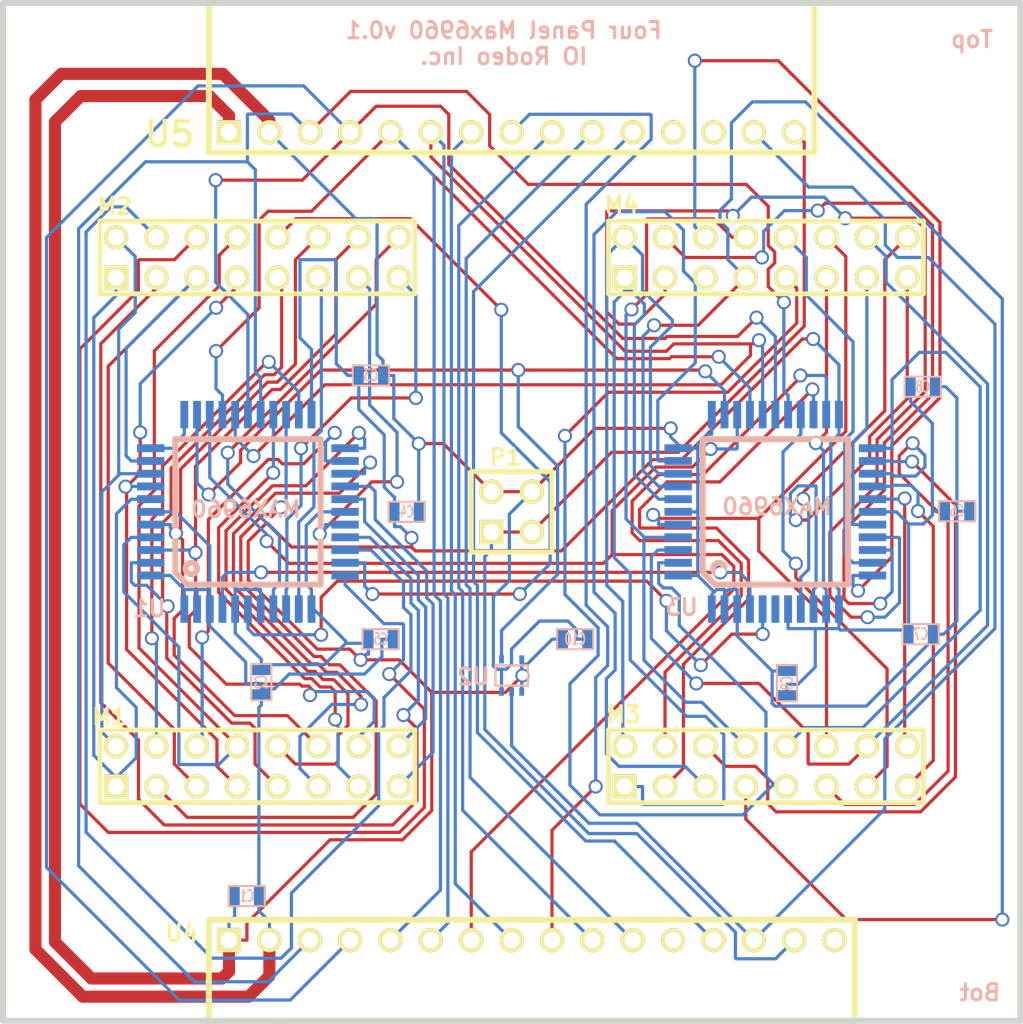
<source format=kicad_pcb>
(kicad_pcb (version 3) (host pcbnew "(2013-mar-13)-testing")

  (general
    (links 142)
    (no_connects 0)
    (area 25.209499 24.955499 89.590881 89.852501)
    (thickness 1.6002)
    (drawings 7)
    (tracks 1171)
    (zones 0)
    (modules 20)
    (nets 66)
  )

  (page A4)
  (title_block
    (date "26 jul 2013")
  )

  (layers
    (15 Front signal)
    (0 Back signal)
    (16 B.Adhes user)
    (17 F.Adhes user)
    (18 B.Paste user)
    (19 F.Paste user)
    (20 B.SilkS user)
    (21 F.SilkS user)
    (22 B.Mask user)
    (23 F.Mask user)
    (24 Dwgs.User user)
    (25 Cmts.User user)
    (26 Eco1.User user)
    (27 Eco2.User user)
    (28 Edge.Cuts user)
  )

  (setup
    (last_trace_width 0.2032)
    (trace_clearance 0.254)
    (zone_clearance 0.508)
    (zone_45_only no)
    (trace_min 0.2032)
    (segment_width 0.381)
    (edge_width 0.381)
    (via_size 0.889)
    (via_drill 0.635)
    (via_min_size 0.889)
    (via_min_drill 0.508)
    (uvia_size 0.508)
    (uvia_drill 0.127)
    (uvias_allowed no)
    (uvia_min_size 0.508)
    (uvia_min_drill 0.127)
    (pcb_text_width 0.3048)
    (pcb_text_size 1.524 2.032)
    (mod_edge_width 0.381)
    (mod_text_size 1.524 1.524)
    (mod_text_width 0.3048)
    (pad_size 1.524 1.524)
    (pad_drill 0.8128)
    (pad_to_mask_clearance 0.254)
    (aux_axis_origin 0 0)
    (visible_elements FFFFFF7F)
    (pcbplotparams
      (layerselection 3178497)
      (usegerberextensions true)
      (excludeedgelayer true)
      (linewidth 0.150000)
      (plotframeref false)
      (viasonmask false)
      (mode 1)
      (useauxorigin false)
      (hpglpennumber 1)
      (hpglpenspeed 20)
      (hpglpendiameter 15)
      (hpglpenoverlay 0)
      (psnegative false)
      (psa4output false)
      (plotreference true)
      (plotvalue true)
      (plotothertext true)
      (plotinvisibletext false)
      (padsonsilk false)
      (subtractmaskfromsilk false)
      (outputformat 1)
      (mirror false)
      (drillshape 1)
      (scaleselection 1)
      (outputdirectory ""))
  )

  (net 0 "")
  (net 1 /ADDCLK)
  (net 2 /ADDOUT_A)
  (net 3 /CLK)
  (net 4 /COL_A1)
  (net 5 /COL_A10)
  (net 6 /COL_A11)
  (net 7 /COL_A12)
  (net 8 /COL_A13)
  (net 9 /COL_A14)
  (net 10 /COL_A15)
  (net 11 /COL_A16)
  (net 12 /COL_A2)
  (net 13 /COL_A3)
  (net 14 /COL_A4)
  (net 15 /COL_A5)
  (net 16 /COL_A6)
  (net 17 /COL_A7)
  (net 18 /COL_A8)
  (net 19 /COL_A9)
  (net 20 /COL_B1)
  (net 21 /COL_B10)
  (net 22 /COL_B11)
  (net 23 /COL_B12)
  (net 24 /COL_B13)
  (net 25 /COL_B14)
  (net 26 /COL_B15)
  (net 27 /COL_B16)
  (net 28 /COL_B2)
  (net 29 /COL_B3)
  (net 30 /COL_B4)
  (net 31 /COL_B5)
  (net 32 /COL_B6)
  (net 33 /COL_B7)
  (net 34 /COL_B8)
  (net 35 /COL_B9)
  (net 36 /CS1)
  (net 37 /CS2)
  (net 38 /CS3)
  (net 39 /CS4)
  (net 40 /CS5)
  (net 41 /CS6)
  (net 42 /MISO)
  (net 43 /MOSI)
  (net 44 /OSC)
  (net 45 /OSC_BUF)
  (net 46 /ROW_A1)
  (net 47 /ROW_A2)
  (net 48 /ROW_A3)
  (net 49 /ROW_A4)
  (net 50 /ROW_A5)
  (net 51 /ROW_A6)
  (net 52 /ROW_A7)
  (net 53 /ROW_A8)
  (net 54 /ROW_B1)
  (net 55 /ROW_B2)
  (net 56 /ROW_B3)
  (net 57 /ROW_B4)
  (net 58 /ROW_B5)
  (net 59 /ROW_B6)
  (net 60 /ROW_B7)
  (net 61 /ROW_B8)
  (net 62 /RST)
  (net 63 /V+)
  (net 64 /VAUX)
  (net 65 GND)

  (net_class Default "This is the default net class."
    (clearance 0.254)
    (trace_width 0.2032)
    (via_dia 0.889)
    (via_drill 0.635)
    (uvia_dia 0.508)
    (uvia_drill 0.127)
    (add_net "")
    (add_net /ADDCLK)
    (add_net /ADDOUT_A)
    (add_net /CLK)
    (add_net /COL_A1)
    (add_net /COL_A10)
    (add_net /COL_A11)
    (add_net /COL_A12)
    (add_net /COL_A13)
    (add_net /COL_A14)
    (add_net /COL_A15)
    (add_net /COL_A16)
    (add_net /COL_A2)
    (add_net /COL_A3)
    (add_net /COL_A4)
    (add_net /COL_A5)
    (add_net /COL_A6)
    (add_net /COL_A7)
    (add_net /COL_A8)
    (add_net /COL_A9)
    (add_net /COL_B1)
    (add_net /COL_B10)
    (add_net /COL_B11)
    (add_net /COL_B12)
    (add_net /COL_B13)
    (add_net /COL_B14)
    (add_net /COL_B15)
    (add_net /COL_B16)
    (add_net /COL_B2)
    (add_net /COL_B3)
    (add_net /COL_B4)
    (add_net /COL_B5)
    (add_net /COL_B6)
    (add_net /COL_B7)
    (add_net /COL_B8)
    (add_net /COL_B9)
    (add_net /CS1)
    (add_net /CS2)
    (add_net /CS3)
    (add_net /CS4)
    (add_net /CS5)
    (add_net /CS6)
    (add_net /MISO)
    (add_net /MOSI)
    (add_net /OSC)
    (add_net /OSC_BUF)
    (add_net /ROW_A1)
    (add_net /ROW_A2)
    (add_net /ROW_A3)
    (add_net /ROW_A4)
    (add_net /ROW_A5)
    (add_net /ROW_A6)
    (add_net /ROW_A7)
    (add_net /ROW_A8)
    (add_net /ROW_B1)
    (add_net /ROW_B2)
    (add_net /ROW_B3)
    (add_net /ROW_B4)
    (add_net /ROW_B5)
    (add_net /ROW_B6)
    (add_net /ROW_B7)
    (add_net /ROW_B8)
    (add_net /RST)
    (add_net /V+)
    (add_net /VAUX)
    (add_net GND)
  )

  (module SOT353 (layer Back) (tedit 51F2CB93) (tstamp 51F2C19E)
    (at 57.39892 67.691 90)
    (descr SOT353)
    (path /51F2B1B1)
    (attr smd)
    (fp_text reference U2 (at -0.0762 -2.413 180) (layer B.SilkS)
      (effects (font (size 1.016 1.016) (thickness 0.2032)) (justify mirror))
    )
    (fp_text value 74AHC1G126 (at -2.07518 -0.0889 180) (layer B.SilkS) hide
      (effects (font (size 1.016 1.016) (thickness 0.2032)) (justify mirror))
    )
    (fp_line (start 0.635 -1.016) (end 0.635 1.016) (layer B.SilkS) (width 0.1524))
    (fp_line (start 0.635 1.016) (end -0.635 1.016) (layer B.SilkS) (width 0.1524))
    (fp_line (start -0.635 1.016) (end -0.635 -1.016) (layer B.SilkS) (width 0.1524))
    (fp_line (start -0.635 -1.016) (end 0.635 -1.016) (layer B.SilkS) (width 0.1524))
    (pad 1 smd rect (at -1.016 0.635 90) (size 0.508 0.3048)
      (layers Back B.Paste B.Mask)
      (net 63 /V+)
    )
    (pad 3 smd rect (at -1.016 -0.635 90) (size 0.508 0.3048)
      (layers Back B.Paste B.Mask)
      (net 65 GND)
    )
    (pad 5 smd rect (at 1.016 0.635 90) (size 0.508 0.3048)
      (layers Back B.Paste B.Mask)
      (net 63 /V+)
    )
    (pad 2 smd rect (at -1.016 0 90) (size 0.508 0.3048)
      (layers Back B.Paste B.Mask)
      (net 44 /OSC)
    )
    (pad 4 smd rect (at 1.016 -0.635 90) (size 0.508 0.3048)
      (layers Back B.Paste B.Mask)
      (net 45 /OSC_BUF)
    )
  )

  (module SM0603 (layer Back) (tedit 455C3716) (tstamp 51F2C19F)
    (at 40.73652 81.5594)
    (path /516115A2)
    (attr smd)
    (fp_text reference C1 (at 0 0) (layer B.SilkS)
      (effects (font (size 0.7112 0.4572) (thickness 0.1143)) (justify mirror))
    )
    (fp_text value 47uF (at 0 0) (layer B.SilkS) hide
      (effects (font (size 0.7112 0.4572) (thickness 0.1143)) (justify mirror))
    )
    (fp_line (start -1.143 0.635) (end 1.143 0.635) (layer B.SilkS) (width 0.127))
    (fp_line (start 1.143 0.635) (end 1.143 -0.635) (layer B.SilkS) (width 0.127))
    (fp_line (start 1.143 -0.635) (end -1.143 -0.635) (layer B.SilkS) (width 0.127))
    (fp_line (start -1.143 -0.635) (end -1.143 0.635) (layer B.SilkS) (width 0.127))
    (pad 1 smd rect (at -0.762 0) (size 0.635 1.143)
      (layers Back B.Paste B.Mask)
      (net 63 /V+)
    )
    (pad 2 smd rect (at 0.762 0) (size 0.635 1.143)
      (layers Back B.Paste B.Mask)
      (net 65 GND)
    )
    (model smd/chip_cms.wrl
      (at (xyz 0 0 0))
      (scale (xyz 0.08 0.08 0.08))
      (rotate (xyz 0 0 0))
    )
  )

  (module SM0603 (layer Back) (tedit 455C3716) (tstamp 51F2C1A3)
    (at 61.39688 65.405)
    (path /51F2B258)
    (attr smd)
    (fp_text reference C10 (at 0 0) (layer B.SilkS)
      (effects (font (size 0.7112 0.4572) (thickness 0.1143)) (justify mirror))
    )
    (fp_text value 0.1uF (at 0 0) (layer B.SilkS) hide
      (effects (font (size 0.7112 0.4572) (thickness 0.1143)) (justify mirror))
    )
    (fp_line (start -1.143 0.635) (end 1.143 0.635) (layer B.SilkS) (width 0.127))
    (fp_line (start 1.143 0.635) (end 1.143 -0.635) (layer B.SilkS) (width 0.127))
    (fp_line (start 1.143 -0.635) (end -1.143 -0.635) (layer B.SilkS) (width 0.127))
    (fp_line (start -1.143 -0.635) (end -1.143 0.635) (layer B.SilkS) (width 0.127))
    (pad 1 smd rect (at -0.762 0) (size 0.635 1.143)
      (layers Back B.Paste B.Mask)
      (net 63 /V+)
    )
    (pad 2 smd rect (at 0.762 0) (size 0.635 1.143)
      (layers Back B.Paste B.Mask)
      (net 65 GND)
    )
    (model smd/chip_cms.wrl
      (at (xyz 0 0 0))
      (scale (xyz 0.08 0.08 0.08))
      (rotate (xyz 0 0 0))
    )
  )

  (module SM0603 (layer Back) (tedit 455C3716) (tstamp 51F2C1A5)
    (at 74.7268 68.16852 90)
    (path /51F2963F)
    (attr smd)
    (fp_text reference C9 (at 0 0 90) (layer B.SilkS)
      (effects (font (size 0.7112 0.4572) (thickness 0.1143)) (justify mirror))
    )
    (fp_text value 0.1uF (at 0 0 90) (layer B.SilkS) hide
      (effects (font (size 0.7112 0.4572) (thickness 0.1143)) (justify mirror))
    )
    (fp_line (start -1.143 0.635) (end 1.143 0.635) (layer B.SilkS) (width 0.127))
    (fp_line (start 1.143 0.635) (end 1.143 -0.635) (layer B.SilkS) (width 0.127))
    (fp_line (start 1.143 -0.635) (end -1.143 -0.635) (layer B.SilkS) (width 0.127))
    (fp_line (start -1.143 -0.635) (end -1.143 0.635) (layer B.SilkS) (width 0.127))
    (pad 1 smd rect (at -0.762 0 90) (size 0.635 1.143)
      (layers Back B.Paste B.Mask)
      (net 63 /V+)
    )
    (pad 2 smd rect (at 0.762 0 90) (size 0.635 1.143)
      (layers Back B.Paste B.Mask)
      (net 65 GND)
    )
    (model smd/chip_cms.wrl
      (at (xyz 0 0 0))
      (scale (xyz 0.08 0.08 0.08))
      (rotate (xyz 0 0 0))
    )
  )

  (module SM0603 (layer Back) (tedit 455C3716) (tstamp 51F2C1A7)
    (at 83.26628 49.53)
    (path /51F29640)
    (attr smd)
    (fp_text reference C8 (at 0 0) (layer B.SilkS)
      (effects (font (size 0.7112 0.4572) (thickness 0.1143)) (justify mirror))
    )
    (fp_text value 0.1uF (at 0 0) (layer B.SilkS) hide
      (effects (font (size 0.7112 0.4572) (thickness 0.1143)) (justify mirror))
    )
    (fp_line (start -1.143 0.635) (end 1.143 0.635) (layer B.SilkS) (width 0.127))
    (fp_line (start 1.143 0.635) (end 1.143 -0.635) (layer B.SilkS) (width 0.127))
    (fp_line (start 1.143 -0.635) (end -1.143 -0.635) (layer B.SilkS) (width 0.127))
    (fp_line (start -1.143 -0.635) (end -1.143 0.635) (layer B.SilkS) (width 0.127))
    (pad 1 smd rect (at -0.762 0) (size 0.635 1.143)
      (layers Back B.Paste B.Mask)
      (net 63 /V+)
    )
    (pad 2 smd rect (at 0.762 0) (size 0.635 1.143)
      (layers Back B.Paste B.Mask)
      (net 65 GND)
    )
    (model smd/chip_cms.wrl
      (at (xyz 0 0 0))
      (scale (xyz 0.08 0.08 0.08))
      (rotate (xyz 0 0 0))
    )
  )

  (module SM0603 (layer Back) (tedit 455C3716) (tstamp 51F2C1A9)
    (at 83.13674 65.09258)
    (path /51F29641)
    (attr smd)
    (fp_text reference C7 (at 0 0) (layer B.SilkS)
      (effects (font (size 0.7112 0.4572) (thickness 0.1143)) (justify mirror))
    )
    (fp_text value 0.1uF (at 0 0) (layer B.SilkS) hide
      (effects (font (size 0.7112 0.4572) (thickness 0.1143)) (justify mirror))
    )
    (fp_line (start -1.143 0.635) (end 1.143 0.635) (layer B.SilkS) (width 0.127))
    (fp_line (start 1.143 0.635) (end 1.143 -0.635) (layer B.SilkS) (width 0.127))
    (fp_line (start 1.143 -0.635) (end -1.143 -0.635) (layer B.SilkS) (width 0.127))
    (fp_line (start -1.143 -0.635) (end -1.143 0.635) (layer B.SilkS) (width 0.127))
    (pad 1 smd rect (at -0.762 0) (size 0.635 1.143)
      (layers Back B.Paste B.Mask)
      (net 63 /V+)
    )
    (pad 2 smd rect (at 0.762 0) (size 0.635 1.143)
      (layers Back B.Paste B.Mask)
      (net 65 GND)
    )
    (model smd/chip_cms.wrl
      (at (xyz 0 0 0))
      (scale (xyz 0.08 0.08 0.08))
      (rotate (xyz 0 0 0))
    )
  )

  (module SM0603 (layer Back) (tedit 455C3716) (tstamp 51F2C1AB)
    (at 85.43036 57.35828)
    (path /51F29642)
    (attr smd)
    (fp_text reference C6 (at 0 0) (layer B.SilkS)
      (effects (font (size 0.7112 0.4572) (thickness 0.1143)) (justify mirror))
    )
    (fp_text value 0.1uF (at 0 0) (layer B.SilkS) hide
      (effects (font (size 0.7112 0.4572) (thickness 0.1143)) (justify mirror))
    )
    (fp_line (start -1.143 0.635) (end 1.143 0.635) (layer B.SilkS) (width 0.127))
    (fp_line (start 1.143 0.635) (end 1.143 -0.635) (layer B.SilkS) (width 0.127))
    (fp_line (start 1.143 -0.635) (end -1.143 -0.635) (layer B.SilkS) (width 0.127))
    (fp_line (start -1.143 -0.635) (end -1.143 0.635) (layer B.SilkS) (width 0.127))
    (pad 1 smd rect (at -0.762 0) (size 0.635 1.143)
      (layers Back B.Paste B.Mask)
      (net 63 /V+)
    )
    (pad 2 smd rect (at 0.762 0) (size 0.635 1.143)
      (layers Back B.Paste B.Mask)
      (net 65 GND)
    )
    (model smd/chip_cms.wrl
      (at (xyz 0 0 0))
      (scale (xyz 0.08 0.08 0.08))
      (rotate (xyz 0 0 0))
    )
  )

  (module SM0603 (layer Back) (tedit 455C3716) (tstamp 51F2C1AD)
    (at 49.15662 65.405)
    (path /516115E4)
    (attr smd)
    (fp_text reference C5 (at 0 0) (layer B.SilkS)
      (effects (font (size 0.7112 0.4572) (thickness 0.1143)) (justify mirror))
    )
    (fp_text value 0.1uF (at 0 0) (layer B.SilkS) hide
      (effects (font (size 0.7112 0.4572) (thickness 0.1143)) (justify mirror))
    )
    (fp_line (start -1.143 0.635) (end 1.143 0.635) (layer B.SilkS) (width 0.127))
    (fp_line (start 1.143 0.635) (end 1.143 -0.635) (layer B.SilkS) (width 0.127))
    (fp_line (start 1.143 -0.635) (end -1.143 -0.635) (layer B.SilkS) (width 0.127))
    (fp_line (start -1.143 -0.635) (end -1.143 0.635) (layer B.SilkS) (width 0.127))
    (pad 1 smd rect (at -0.762 0) (size 0.635 1.143)
      (layers Back B.Paste B.Mask)
      (net 63 /V+)
    )
    (pad 2 smd rect (at 0.762 0) (size 0.635 1.143)
      (layers Back B.Paste B.Mask)
      (net 65 GND)
    )
    (model smd/chip_cms.wrl
      (at (xyz 0 0 0))
      (scale (xyz 0.08 0.08 0.08))
      (rotate (xyz 0 0 0))
    )
  )

  (module SM0603 (layer Back) (tedit 455C3716) (tstamp 51F2C1AF)
    (at 50.79492 57.39384)
    (path /516115E0)
    (attr smd)
    (fp_text reference C4 (at 0 0) (layer B.SilkS)
      (effects (font (size 0.7112 0.4572) (thickness 0.1143)) (justify mirror))
    )
    (fp_text value 0.1uF (at 0 0) (layer B.SilkS) hide
      (effects (font (size 0.7112 0.4572) (thickness 0.1143)) (justify mirror))
    )
    (fp_line (start -1.143 0.635) (end 1.143 0.635) (layer B.SilkS) (width 0.127))
    (fp_line (start 1.143 0.635) (end 1.143 -0.635) (layer B.SilkS) (width 0.127))
    (fp_line (start 1.143 -0.635) (end -1.143 -0.635) (layer B.SilkS) (width 0.127))
    (fp_line (start -1.143 -0.635) (end -1.143 0.635) (layer B.SilkS) (width 0.127))
    (pad 1 smd rect (at -0.762 0) (size 0.635 1.143)
      (layers Back B.Paste B.Mask)
      (net 63 /V+)
    )
    (pad 2 smd rect (at 0.762 0) (size 0.635 1.143)
      (layers Back B.Paste B.Mask)
      (net 65 GND)
    )
    (model smd/chip_cms.wrl
      (at (xyz 0 0 0))
      (scale (xyz 0.08 0.08 0.08))
      (rotate (xyz 0 0 0))
    )
  )

  (module SM0603 (layer Back) (tedit 455C3716) (tstamp 51F2C1B1)
    (at 48.54448 48.8188)
    (path /516115DC)
    (attr smd)
    (fp_text reference C3 (at 0 0) (layer B.SilkS)
      (effects (font (size 0.7112 0.4572) (thickness 0.1143)) (justify mirror))
    )
    (fp_text value 0.1uF (at 0 0) (layer B.SilkS) hide
      (effects (font (size 0.7112 0.4572) (thickness 0.1143)) (justify mirror))
    )
    (fp_line (start -1.143 0.635) (end 1.143 0.635) (layer B.SilkS) (width 0.127))
    (fp_line (start 1.143 0.635) (end 1.143 -0.635) (layer B.SilkS) (width 0.127))
    (fp_line (start 1.143 -0.635) (end -1.143 -0.635) (layer B.SilkS) (width 0.127))
    (fp_line (start -1.143 -0.635) (end -1.143 0.635) (layer B.SilkS) (width 0.127))
    (pad 1 smd rect (at -0.762 0) (size 0.635 1.143)
      (layers Back B.Paste B.Mask)
      (net 63 /V+)
    )
    (pad 2 smd rect (at 0.762 0) (size 0.635 1.143)
      (layers Back B.Paste B.Mask)
      (net 65 GND)
    )
    (model smd/chip_cms.wrl
      (at (xyz 0 0 0))
      (scale (xyz 0.08 0.08 0.08))
      (rotate (xyz 0 0 0))
    )
  )

  (module SM0603 (layer Back) (tedit 455C3716) (tstamp 51F2C1B3)
    (at 41.65092 68.1101 270)
    (path /516115D7)
    (attr smd)
    (fp_text reference C2 (at 0 0 270) (layer B.SilkS)
      (effects (font (size 0.7112 0.4572) (thickness 0.1143)) (justify mirror))
    )
    (fp_text value 0.1uF (at 0 0 270) (layer B.SilkS) hide
      (effects (font (size 0.7112 0.4572) (thickness 0.1143)) (justify mirror))
    )
    (fp_line (start -1.143 0.635) (end 1.143 0.635) (layer B.SilkS) (width 0.127))
    (fp_line (start 1.143 0.635) (end 1.143 -0.635) (layer B.SilkS) (width 0.127))
    (fp_line (start 1.143 -0.635) (end -1.143 -0.635) (layer B.SilkS) (width 0.127))
    (fp_line (start -1.143 -0.635) (end -1.143 0.635) (layer B.SilkS) (width 0.127))
    (pad 1 smd rect (at -0.762 0 270) (size 0.635 1.143)
      (layers Back B.Paste B.Mask)
      (net 63 /V+)
    )
    (pad 2 smd rect (at 0.762 0 270) (size 0.635 1.143)
      (layers Back B.Paste B.Mask)
      (net 65 GND)
    )
    (model smd/chip_cms.wrl
      (at (xyz 0 0 0))
      (scale (xyz 0.08 0.08 0.08))
      (rotate (xyz 0 0 0))
    )
  )

  (module pin_array_8x2 (layer Front) (tedit 51F2CDEB) (tstamp 51F2C1B4)
    (at 41.39946 73.40092)
    (descr "Double rangee de contacts 2 x 8 pins")
    (tags CONN)
    (path /5161217C)
    (fp_text reference M1 (at -9.31164 -3.11912) (layer F.SilkS)
      (effects (font (size 1.016 1.016) (thickness 0.2032)))
    )
    (fp_text value LED-MATRIX-8X8 (at -0.21336 3.39344) (layer F.SilkS) hide
      (effects (font (size 1.016 1.016) (thickness 0.2032)))
    )
    (fp_line (start -9.906 2.286) (end -9.906 -2.286) (layer F.SilkS) (width 0.3048))
    (fp_line (start -9.906 -2.286) (end 9.906 -2.286) (layer F.SilkS) (width 0.3048))
    (fp_line (start 9.906 -2.286) (end 9.906 2.286) (layer F.SilkS) (width 0.3048))
    (fp_line (start 9.906 2.286) (end -9.906 2.286) (layer F.SilkS) (width 0.3048))
    (pad 1 thru_hole rect (at -8.89 1.27) (size 1.524 1.524) (drill 1.016)
      (layers *.Cu *.Mask F.SilkS)
      (net 50 /ROW_A5)
    )
    (pad 2 thru_hole circle (at -8.89 -1.27) (size 1.524 1.524) (drill 1.016)
      (layers *.Cu *.Mask F.SilkS)
      (net 52 /ROW_A7)
    )
    (pad 3 thru_hole circle (at -6.35 1.27) (size 1.524 1.524) (drill 1.016)
      (layers *.Cu *.Mask F.SilkS)
      (net 12 /COL_A2)
    )
    (pad 4 thru_hole circle (at -6.35 -1.27) (size 1.524 1.524) (drill 1.016)
      (layers *.Cu *.Mask F.SilkS)
      (net 13 /COL_A3)
    )
    (pad 5 thru_hole circle (at -3.81 1.27) (size 1.524 1.524) (drill 1.016)
      (layers *.Cu *.Mask F.SilkS)
      (net 53 /ROW_A8)
    )
    (pad 6 thru_hole circle (at -3.81 -1.27) (size 1.524 1.524) (drill 1.016)
      (layers *.Cu *.Mask F.SilkS)
      (net 15 /COL_A5)
    )
    (pad 7 thru_hole circle (at -1.27 1.27) (size 1.524 1.524) (drill 1.016)
      (layers *.Cu *.Mask F.SilkS)
      (net 51 /ROW_A6)
    )
    (pad 8 thru_hole circle (at -1.27 -1.27) (size 1.524 1.524) (drill 1.016)
      (layers *.Cu *.Mask F.SilkS)
      (net 48 /ROW_A3)
    )
    (pad 9 thru_hole circle (at 1.27 1.27) (size 1.524 1.524) (drill 1.016)
      (layers *.Cu *.Mask F.SilkS)
      (net 46 /ROW_A1)
    )
    (pad 10 thru_hole circle (at 1.27 -1.27) (size 1.524 1.524) (drill 1.016)
      (layers *.Cu *.Mask F.SilkS)
      (net 14 /COL_A4)
    )
    (pad 11 thru_hole circle (at 3.81 1.27) (size 1.524 1.524) (drill 1.016)
      (layers *.Cu *.Mask F.SilkS)
      (net 16 /COL_A6)
    )
    (pad 12 thru_hole circle (at 3.81 -1.27) (size 1.524 1.524) (drill 1.016)
      (layers *.Cu *.Mask F.SilkS)
      (net 49 /ROW_A4)
    )
    (pad 13 thru_hole circle (at 6.35 1.27) (size 1.524 1.524) (drill 1.016)
      (layers *.Cu *.Mask F.SilkS)
      (net 4 /COL_A1)
    )
    (pad 14 thru_hole circle (at 6.35 -1.27) (size 1.524 1.524) (drill 1.016)
      (layers *.Cu *.Mask F.SilkS)
      (net 47 /ROW_A2)
    )
    (pad 15 thru_hole circle (at 8.89 1.27) (size 1.524 1.524) (drill 1.016)
      (layers *.Cu *.Mask F.SilkS)
      (net 17 /COL_A7)
    )
    (pad 16 thru_hole circle (at 8.89 -1.27) (size 1.524 1.524) (drill 1.016)
      (layers *.Cu *.Mask F.SilkS)
      (net 18 /COL_A8)
    )
    (model pin_array/pins_array_8x2.wrl
      (at (xyz 0 0 0))
      (scale (xyz 1 1 1))
      (rotate (xyz 0 0 0))
    )
  )

  (module pin_array_8x2 (layer Front) (tedit 51F2CDEF) (tstamp 51F2C1B6)
    (at 41.39946 41.39946)
    (descr "Double rangee de contacts 2 x 8 pins")
    (tags CONN)
    (path /51612464)
    (fp_text reference M2 (at -8.98652 -3.21818) (layer F.SilkS)
      (effects (font (size 1.016 1.016) (thickness 0.2032)))
    )
    (fp_text value LED-MATRIX-8X8 (at 0 3.302) (layer F.SilkS) hide
      (effects (font (size 1.016 1.016) (thickness 0.2032)))
    )
    (fp_line (start -9.906 2.286) (end -9.906 -2.286) (layer F.SilkS) (width 0.3048))
    (fp_line (start -9.906 -2.286) (end 9.906 -2.286) (layer F.SilkS) (width 0.3048))
    (fp_line (start 9.906 -2.286) (end 9.906 2.286) (layer F.SilkS) (width 0.3048))
    (fp_line (start 9.906 2.286) (end -9.906 2.286) (layer F.SilkS) (width 0.3048))
    (pad 1 thru_hole rect (at -8.89 1.27) (size 1.524 1.524) (drill 1.016)
      (layers *.Cu *.Mask F.SilkS)
      (net 50 /ROW_A5)
    )
    (pad 2 thru_hole circle (at -8.89 -1.27) (size 1.524 1.524) (drill 1.016)
      (layers *.Cu *.Mask F.SilkS)
      (net 52 /ROW_A7)
    )
    (pad 3 thru_hole circle (at -6.35 1.27) (size 1.524 1.524) (drill 1.016)
      (layers *.Cu *.Mask F.SilkS)
      (net 5 /COL_A10)
    )
    (pad 4 thru_hole circle (at -6.35 -1.27) (size 1.524 1.524) (drill 1.016)
      (layers *.Cu *.Mask F.SilkS)
      (net 6 /COL_A11)
    )
    (pad 5 thru_hole circle (at -3.81 1.27) (size 1.524 1.524) (drill 1.016)
      (layers *.Cu *.Mask F.SilkS)
      (net 53 /ROW_A8)
    )
    (pad 6 thru_hole circle (at -3.81 -1.27) (size 1.524 1.524) (drill 1.016)
      (layers *.Cu *.Mask F.SilkS)
      (net 8 /COL_A13)
    )
    (pad 7 thru_hole circle (at -1.27 1.27) (size 1.524 1.524) (drill 1.016)
      (layers *.Cu *.Mask F.SilkS)
      (net 51 /ROW_A6)
    )
    (pad 8 thru_hole circle (at -1.27 -1.27) (size 1.524 1.524) (drill 1.016)
      (layers *.Cu *.Mask F.SilkS)
      (net 48 /ROW_A3)
    )
    (pad 9 thru_hole circle (at 1.27 1.27) (size 1.524 1.524) (drill 1.016)
      (layers *.Cu *.Mask F.SilkS)
      (net 46 /ROW_A1)
    )
    (pad 10 thru_hole circle (at 1.27 -1.27) (size 1.524 1.524) (drill 1.016)
      (layers *.Cu *.Mask F.SilkS)
      (net 7 /COL_A12)
    )
    (pad 11 thru_hole circle (at 3.81 1.27) (size 1.524 1.524) (drill 1.016)
      (layers *.Cu *.Mask F.SilkS)
      (net 9 /COL_A14)
    )
    (pad 12 thru_hole circle (at 3.81 -1.27) (size 1.524 1.524) (drill 1.016)
      (layers *.Cu *.Mask F.SilkS)
      (net 49 /ROW_A4)
    )
    (pad 13 thru_hole circle (at 6.35 1.27) (size 1.524 1.524) (drill 1.016)
      (layers *.Cu *.Mask F.SilkS)
      (net 19 /COL_A9)
    )
    (pad 14 thru_hole circle (at 6.35 -1.27) (size 1.524 1.524) (drill 1.016)
      (layers *.Cu *.Mask F.SilkS)
      (net 47 /ROW_A2)
    )
    (pad 15 thru_hole circle (at 8.89 1.27) (size 1.524 1.524) (drill 1.016)
      (layers *.Cu *.Mask F.SilkS)
      (net 10 /COL_A15)
    )
    (pad 16 thru_hole circle (at 8.89 -1.27) (size 1.524 1.524) (drill 1.016)
      (layers *.Cu *.Mask F.SilkS)
      (net 11 /COL_A16)
    )
    (model pin_array/pins_array_8x2.wrl
      (at (xyz 0 0 0))
      (scale (xyz 1 1 1))
      (rotate (xyz 0 0 0))
    )
  )

  (module pin_array_8x2 (layer Front) (tedit 51F2CDE6) (tstamp 51F2C1B8)
    (at 73.40092 73.40092)
    (descr "Double rangee de contacts 2 x 8 pins")
    (tags CONN)
    (path /51F2A6FB)
    (fp_text reference M3 (at -8.96874 -3.25628) (layer F.SilkS)
      (effects (font (size 1.016 1.016) (thickness 0.2032)))
    )
    (fp_text value LED-MATRIX-8X8 (at 0.6985 3.39344) (layer F.SilkS) hide
      (effects (font (size 1.016 1.016) (thickness 0.2032)))
    )
    (fp_line (start -9.906 2.286) (end -9.906 -2.286) (layer F.SilkS) (width 0.3048))
    (fp_line (start -9.906 -2.286) (end 9.906 -2.286) (layer F.SilkS) (width 0.3048))
    (fp_line (start 9.906 -2.286) (end 9.906 2.286) (layer F.SilkS) (width 0.3048))
    (fp_line (start 9.906 2.286) (end -9.906 2.286) (layer F.SilkS) (width 0.3048))
    (pad 1 thru_hole rect (at -8.89 1.27) (size 1.524 1.524) (drill 1.016)
      (layers *.Cu *.Mask F.SilkS)
      (net 58 /ROW_B5)
    )
    (pad 2 thru_hole circle (at -8.89 -1.27) (size 1.524 1.524) (drill 1.016)
      (layers *.Cu *.Mask F.SilkS)
      (net 60 /ROW_B7)
    )
    (pad 3 thru_hole circle (at -6.35 1.27) (size 1.524 1.524) (drill 1.016)
      (layers *.Cu *.Mask F.SilkS)
      (net 28 /COL_B2)
    )
    (pad 4 thru_hole circle (at -6.35 -1.27) (size 1.524 1.524) (drill 1.016)
      (layers *.Cu *.Mask F.SilkS)
      (net 29 /COL_B3)
    )
    (pad 5 thru_hole circle (at -3.81 1.27) (size 1.524 1.524) (drill 1.016)
      (layers *.Cu *.Mask F.SilkS)
      (net 61 /ROW_B8)
    )
    (pad 6 thru_hole circle (at -3.81 -1.27) (size 1.524 1.524) (drill 1.016)
      (layers *.Cu *.Mask F.SilkS)
      (net 31 /COL_B5)
    )
    (pad 7 thru_hole circle (at -1.27 1.27) (size 1.524 1.524) (drill 1.016)
      (layers *.Cu *.Mask F.SilkS)
      (net 59 /ROW_B6)
    )
    (pad 8 thru_hole circle (at -1.27 -1.27) (size 1.524 1.524) (drill 1.016)
      (layers *.Cu *.Mask F.SilkS)
      (net 56 /ROW_B3)
    )
    (pad 9 thru_hole circle (at 1.27 1.27) (size 1.524 1.524) (drill 1.016)
      (layers *.Cu *.Mask F.SilkS)
      (net 54 /ROW_B1)
    )
    (pad 10 thru_hole circle (at 1.27 -1.27) (size 1.524 1.524) (drill 1.016)
      (layers *.Cu *.Mask F.SilkS)
      (net 30 /COL_B4)
    )
    (pad 11 thru_hole circle (at 3.81 1.27) (size 1.524 1.524) (drill 1.016)
      (layers *.Cu *.Mask F.SilkS)
      (net 32 /COL_B6)
    )
    (pad 12 thru_hole circle (at 3.81 -1.27) (size 1.524 1.524) (drill 1.016)
      (layers *.Cu *.Mask F.SilkS)
      (net 57 /ROW_B4)
    )
    (pad 13 thru_hole circle (at 6.35 1.27) (size 1.524 1.524) (drill 1.016)
      (layers *.Cu *.Mask F.SilkS)
      (net 20 /COL_B1)
    )
    (pad 14 thru_hole circle (at 6.35 -1.27) (size 1.524 1.524) (drill 1.016)
      (layers *.Cu *.Mask F.SilkS)
      (net 55 /ROW_B2)
    )
    (pad 15 thru_hole circle (at 8.89 1.27) (size 1.524 1.524) (drill 1.016)
      (layers *.Cu *.Mask F.SilkS)
      (net 33 /COL_B7)
    )
    (pad 16 thru_hole circle (at 8.89 -1.27) (size 1.524 1.524) (drill 1.016)
      (layers *.Cu *.Mask F.SilkS)
      (net 34 /COL_B8)
    )
    (model pin_array/pins_array_8x2.wrl
      (at (xyz 0 0 0))
      (scale (xyz 1 1 1))
      (rotate (xyz 0 0 0))
    )
  )

  (module pin_array_8x2 (layer Front) (tedit 51F2CDF3) (tstamp 51F2CD9A)
    (at 73.40092 41.39946)
    (descr "Double rangee de contacts 2 x 8 pins")
    (tags CONN)
    (path /51F2A6FA)
    (fp_text reference M4 (at -9.0805 -3.32994) (layer F.SilkS)
      (effects (font (size 1.016 1.016) (thickness 0.2032)))
    )
    (fp_text value LED-MATRIX-8X8 (at -0.1397 3.48742) (layer F.SilkS) hide
      (effects (font (size 1.016 1.016) (thickness 0.2032)))
    )
    (fp_line (start -9.906 2.286) (end -9.906 -2.286) (layer F.SilkS) (width 0.3048))
    (fp_line (start -9.906 -2.286) (end 9.906 -2.286) (layer F.SilkS) (width 0.3048))
    (fp_line (start 9.906 -2.286) (end 9.906 2.286) (layer F.SilkS) (width 0.3048))
    (fp_line (start 9.906 2.286) (end -9.906 2.286) (layer F.SilkS) (width 0.3048))
    (pad 1 thru_hole rect (at -8.89 1.27) (size 1.524 1.524) (drill 1.016)
      (layers *.Cu *.Mask F.SilkS)
      (net 58 /ROW_B5)
    )
    (pad 2 thru_hole circle (at -8.89 -1.27) (size 1.524 1.524) (drill 1.016)
      (layers *.Cu *.Mask F.SilkS)
      (net 60 /ROW_B7)
    )
    (pad 3 thru_hole circle (at -6.35 1.27) (size 1.524 1.524) (drill 1.016)
      (layers *.Cu *.Mask F.SilkS)
      (net 21 /COL_B10)
    )
    (pad 4 thru_hole circle (at -6.35 -1.27) (size 1.524 1.524) (drill 1.016)
      (layers *.Cu *.Mask F.SilkS)
      (net 22 /COL_B11)
    )
    (pad 5 thru_hole circle (at -3.81 1.27) (size 1.524 1.524) (drill 1.016)
      (layers *.Cu *.Mask F.SilkS)
      (net 61 /ROW_B8)
    )
    (pad 6 thru_hole circle (at -3.81 -1.27) (size 1.524 1.524) (drill 1.016)
      (layers *.Cu *.Mask F.SilkS)
      (net 24 /COL_B13)
    )
    (pad 7 thru_hole circle (at -1.27 1.27) (size 1.524 1.524) (drill 1.016)
      (layers *.Cu *.Mask F.SilkS)
      (net 59 /ROW_B6)
    )
    (pad 8 thru_hole circle (at -1.27 -1.27) (size 1.524 1.524) (drill 1.016)
      (layers *.Cu *.Mask F.SilkS)
      (net 56 /ROW_B3)
    )
    (pad 9 thru_hole circle (at 1.27 1.27) (size 1.524 1.524) (drill 1.016)
      (layers *.Cu *.Mask F.SilkS)
      (net 54 /ROW_B1)
    )
    (pad 10 thru_hole circle (at 1.27 -1.27) (size 1.524 1.524) (drill 1.016)
      (layers *.Cu *.Mask F.SilkS)
      (net 23 /COL_B12)
    )
    (pad 11 thru_hole circle (at 3.81 1.27) (size 1.524 1.524) (drill 1.016)
      (layers *.Cu *.Mask F.SilkS)
      (net 25 /COL_B14)
    )
    (pad 12 thru_hole circle (at 3.81 -1.27) (size 1.524 1.524) (drill 1.016)
      (layers *.Cu *.Mask F.SilkS)
      (net 57 /ROW_B4)
    )
    (pad 13 thru_hole circle (at 6.35 1.27) (size 1.524 1.524) (drill 1.016)
      (layers *.Cu *.Mask F.SilkS)
      (net 35 /COL_B9)
    )
    (pad 14 thru_hole circle (at 6.35 -1.27) (size 1.524 1.524) (drill 1.016)
      (layers *.Cu *.Mask F.SilkS)
      (net 55 /ROW_B2)
    )
    (pad 15 thru_hole circle (at 8.89 1.27) (size 1.524 1.524) (drill 1.016)
      (layers *.Cu *.Mask F.SilkS)
      (net 26 /COL_B15)
    )
    (pad 16 thru_hole circle (at 8.89 -1.27) (size 1.524 1.524) (drill 1.016)
      (layers *.Cu *.Mask F.SilkS)
      (net 27 /COL_B16)
    )
    (model pin_array/pins_array_8x2.wrl
      (at (xyz 0 0 0))
      (scale (xyz 1 1 1))
      (rotate (xyz 0 0 0))
    )
  )

  (module PIN_ARRAY_2X2 (layer Front) (tedit 3FAB87D4) (tstamp 51F2C1BB)
    (at 57.39892 57.39892)
    (descr "Double rangee de contacts 2 x 2 pins")
    (tags CONN)
    (path /51F2C00D)
    (fp_text reference P1 (at -0.381 -3.429) (layer F.SilkS)
      (effects (font (size 1.016 1.016) (thickness 0.2032)))
    )
    (fp_text value CONN_2X2 (at 0 3.048) (layer F.SilkS) hide
      (effects (font (size 1.016 1.016) (thickness 0.2032)))
    )
    (fp_line (start -2.54 -2.54) (end 2.54 -2.54) (layer F.SilkS) (width 0.3048))
    (fp_line (start 2.54 -2.54) (end 2.54 2.54) (layer F.SilkS) (width 0.3048))
    (fp_line (start 2.54 2.54) (end -2.54 2.54) (layer F.SilkS) (width 0.3048))
    (fp_line (start -2.54 2.54) (end -2.54 -2.54) (layer F.SilkS) (width 0.3048))
    (pad 1 thru_hole rect (at -1.27 1.27) (size 1.524 1.524) (drill 1.016)
      (layers *.Cu *.Mask F.SilkS)
      (net 64 /VAUX)
    )
    (pad 2 thru_hole circle (at -1.27 -1.27) (size 1.524 1.524) (drill 1.016)
      (layers *.Cu *.Mask F.SilkS)
      (net 65 GND)
    )
    (pad 3 thru_hole circle (at 1.27 1.27) (size 1.524 1.524) (drill 1.016)
      (layers *.Cu *.Mask F.SilkS)
      (net 64 /VAUX)
    )
    (pad 4 thru_hole circle (at 1.27 -1.27) (size 1.524 1.524) (drill 1.016)
      (layers *.Cu *.Mask F.SilkS)
      (net 65 GND)
    )
    (model pin_array/pins_array_2x2.wrl
      (at (xyz 0 0 0))
      (scale (xyz 1 1 1))
      (rotate (xyz 0 0 0))
    )
  )

  (module MQFP44 (layer Back) (tedit 51F2C8F0) (tstamp 51F2C671)
    (at 40.80764 57.39892)
    (path /516112AF)
    (fp_text reference U1 (at -6.19252 6.07568) (layer B.SilkS)
      (effects (font (size 1.016 1.016) (thickness 0.2032)) (justify mirror))
    )
    (fp_text value MAX6960 (at -0.12446 -0.16256) (layer B.SilkS)
      (effects (font (size 1.016 1.016) (thickness 0.2032)) (justify mirror))
    )
    (fp_circle (center -3.556 3.556) (end -3.302 3.302) (layer B.SilkS) (width 0.381))
    (fp_line (start -4.572 3.81) (end -4.572 -4.572) (layer B.SilkS) (width 0.381))
    (fp_line (start -4.572 -4.572) (end 4.572 -4.572) (layer B.SilkS) (width 0.381))
    (fp_line (start 4.572 -4.572) (end 4.572 4.572) (layer B.SilkS) (width 0.381))
    (fp_line (start 4.572 4.572) (end -3.81 4.572) (layer B.SilkS) (width 0.381))
    (fp_line (start -3.81 4.572) (end -4.572 3.81) (layer B.SilkS) (width 0.381))
    (pad 1 smd rect (at -6.11378 4.0005) (size 1.72974 0.50038)
      (layers Back B.Paste B.Mask)
      (net 65 GND)
    )
    (pad 2 smd rect (at -6.11378 3.2004) (size 1.72974 0.50038)
      (layers Back B.Paste B.Mask)
      (net 46 /ROW_A1)
    )
    (pad 3 smd rect (at -6.11378 2.4003) (size 1.72974 0.50038)
      (layers Back B.Paste B.Mask)
      (net 47 /ROW_A2)
    )
    (pad 4 smd rect (at -6.11378 1.6002) (size 1.72974 0.50038)
      (layers Back B.Paste B.Mask)
      (net 48 /ROW_A3)
    )
    (pad 5 smd rect (at -6.11378 0.8001) (size 1.72974 0.50038)
      (layers Back B.Paste B.Mask)
      (net 49 /ROW_A4)
    )
    (pad 6 smd rect (at -6.11378 0) (size 1.72974 0.50038)
      (layers Back B.Paste B.Mask)
      (net 65 GND)
    )
    (pad 7 smd rect (at -6.11378 -0.8001) (size 1.72974 0.50038)
      (layers Back B.Paste B.Mask)
      (net 50 /ROW_A5)
    )
    (pad 8 smd rect (at -6.11378 -1.6002) (size 1.72974 0.50038)
      (layers Back B.Paste B.Mask)
      (net 51 /ROW_A6)
    )
    (pad 9 smd rect (at -6.11378 -2.4003) (size 1.72974 0.50038)
      (layers Back B.Paste B.Mask)
      (net 52 /ROW_A7)
    )
    (pad 10 smd rect (at -6.11378 -3.2004) (size 1.72974 0.50038)
      (layers Back B.Paste B.Mask)
      (net 53 /ROW_A8)
    )
    (pad 11 smd rect (at -6.11378 -4.0005) (size 1.72974 0.50038)
      (layers Back B.Paste B.Mask)
      (net 65 GND)
    )
    (pad 12 smd rect (at -4.0005 -6.11378) (size 0.50038 1.72974)
      (layers Back B.Paste B.Mask)
      (net 65 GND)
    )
    (pad 13 smd rect (at -3.2004 -6.11378) (size 0.50038 1.72974)
      (layers Back B.Paste B.Mask)
      (net 45 /OSC_BUF)
    )
    (pad 14 smd rect (at -2.4003 -6.11378) (size 0.50038 1.72974)
      (layers Back B.Paste B.Mask)
      (net 36 /CS1)
    )
    (pad 15 smd rect (at -1.6002 -6.11378) (size 0.50038 1.72974)
      (layers Back B.Paste B.Mask)
      (net 43 /MOSI)
    )
    (pad 16 smd rect (at -0.8001 -6.11378) (size 0.50038 1.72974)
      (layers Back B.Paste B.Mask)
      (net 42 /MISO)
    )
    (pad 17 smd rect (at 0 -6.11378) (size 0.50038 1.72974)
      (layers Back B.Paste B.Mask)
      (net 3 /CLK)
    )
    (pad 18 smd rect (at 0.8001 -6.11378) (size 0.50038 1.72974)
      (layers Back B.Paste B.Mask)
      (net 62 /RST)
    )
    (pad 19 smd rect (at 1.6002 -6.11378) (size 0.50038 1.72974)
      (layers Back B.Paste B.Mask)
      (net 4 /COL_A1)
    )
    (pad 20 smd rect (at 2.4003 -6.11378) (size 0.50038 1.72974)
      (layers Back B.Paste B.Mask)
      (net 12 /COL_A2)
    )
    (pad 21 smd rect (at 3.2004 -6.11378) (size 0.50038 1.72974)
      (layers Back B.Paste B.Mask)
      (net 13 /COL_A3)
    )
    (pad 22 smd rect (at 4.0005 -6.11378) (size 0.50038 1.72974)
      (layers Back B.Paste B.Mask)
      (net 63 /V+)
    )
    (pad 23 smd rect (at 6.11378 -4.0005) (size 1.72974 0.50038)
      (layers Back B.Paste B.Mask)
      (net 14 /COL_A4)
    )
    (pad 24 smd rect (at 6.11378 -3.2004) (size 1.72974 0.50038)
      (layers Back B.Paste B.Mask)
      (net 15 /COL_A5)
    )
    (pad 25 smd rect (at 6.11378 -2.4003) (size 1.72974 0.50038)
      (layers Back B.Paste B.Mask)
      (net 16 /COL_A6)
    )
    (pad 26 smd rect (at 6.11378 -1.6002) (size 1.72974 0.50038)
      (layers Back B.Paste B.Mask)
      (net 17 /COL_A7)
    )
    (pad 27 smd rect (at 6.11378 -0.8001) (size 1.72974 0.50038)
      (layers Back B.Paste B.Mask)
      (net 18 /COL_A8)
    )
    (pad 28 smd rect (at 6.11378 0) (size 1.72974 0.50038)
      (layers Back B.Paste B.Mask)
      (net 63 /V+)
    )
    (pad 29 smd rect (at 6.11378 0.8001) (size 1.72974 0.50038)
      (layers Back B.Paste B.Mask)
      (net 19 /COL_A9)
    )
    (pad 30 smd rect (at 6.11378 1.6002) (size 1.72974 0.50038)
      (layers Back B.Paste B.Mask)
      (net 5 /COL_A10)
    )
    (pad 31 smd rect (at 6.11378 2.4003) (size 1.72974 0.50038)
      (layers Back B.Paste B.Mask)
      (net 6 /COL_A11)
    )
    (pad 32 smd rect (at 6.11378 3.2004) (size 1.72974 0.50038)
      (layers Back B.Paste B.Mask)
      (net 7 /COL_A12)
    )
    (pad 33 smd rect (at 6.11378 4.0005) (size 1.72974 0.50038)
      (layers Back B.Paste B.Mask)
      (net 8 /COL_A13)
    )
    (pad 34 smd rect (at 4.0005 6.11378) (size 0.50038 1.72974)
      (layers Back B.Paste B.Mask)
      (net 63 /V+)
    )
    (pad 35 smd rect (at 3.2004 6.11378) (size 0.50038 1.72974)
      (layers Back B.Paste B.Mask)
      (net 9 /COL_A14)
    )
    (pad 36 smd rect (at 2.4003 6.11378) (size 0.50038 1.72974)
      (layers Back B.Paste B.Mask)
      (net 10 /COL_A15)
    )
    (pad 37 smd rect (at 1.6002 6.11378) (size 0.50038 1.72974)
      (layers Back B.Paste B.Mask)
      (net 11 /COL_A16)
    )
    (pad 38 smd rect (at 0.8001 6.11378) (size 0.50038 1.72974)
      (layers Back B.Paste B.Mask)
      (net 63 /V+)
    )
    (pad 39 smd rect (at 0 6.11378) (size 0.50038 1.72974)
      (layers Back B.Paste B.Mask)
      (net 2 /ADDOUT_A)
    )
    (pad 40 smd rect (at -0.8001 6.11378) (size 0.50038 1.72974)
      (layers Back B.Paste B.Mask)
      (net 63 /V+)
    )
    (pad 41 smd rect (at -1.6002 6.11378) (size 0.50038 1.72974)
      (layers Back B.Paste B.Mask)
      (net 1 /ADDCLK)
    )
    (pad 42 smd rect (at -2.4003 6.11378) (size 0.50038 1.72974)
      (layers Back B.Paste B.Mask)
      (net 65 GND)
    )
    (pad 43 smd rect (at -3.2004 6.11378) (size 0.50038 1.72974)
      (layers Back B.Paste B.Mask)
      (net 65 GND)
    )
    (pad 44 smd rect (at -4.0005 6.11378) (size 0.50038 1.72974)
      (layers Back B.Paste B.Mask)
      (net 65 GND)
    )
  )

  (module MQFP44 (layer Back) (tedit 51F2C903) (tstamp 51F2C66B)
    (at 73.99274 57.39892)
    (path /51F292FC)
    (fp_text reference U3 (at -5.90042 5.98678) (layer B.SilkS)
      (effects (font (size 1.016 1.016) (thickness 0.2032)) (justify mirror))
    )
    (fp_text value MAX6960 (at 0.10668 -0.3302) (layer B.SilkS)
      (effects (font (size 1.016 1.016) (thickness 0.2032)) (justify mirror))
    )
    (fp_circle (center -3.556 3.556) (end -3.302 3.302) (layer B.SilkS) (width 0.381))
    (fp_line (start -4.572 3.81) (end -4.572 -4.572) (layer B.SilkS) (width 0.381))
    (fp_line (start -4.572 -4.572) (end 4.572 -4.572) (layer B.SilkS) (width 0.381))
    (fp_line (start 4.572 -4.572) (end 4.572 4.572) (layer B.SilkS) (width 0.381))
    (fp_line (start 4.572 4.572) (end -3.81 4.572) (layer B.SilkS) (width 0.381))
    (fp_line (start -3.81 4.572) (end -4.572 3.81) (layer B.SilkS) (width 0.381))
    (pad 1 smd rect (at -6.11378 4.0005) (size 1.72974 0.50038)
      (layers Back B.Paste B.Mask)
      (net 65 GND)
    )
    (pad 2 smd rect (at -6.11378 3.2004) (size 1.72974 0.50038)
      (layers Back B.Paste B.Mask)
      (net 54 /ROW_B1)
    )
    (pad 3 smd rect (at -6.11378 2.4003) (size 1.72974 0.50038)
      (layers Back B.Paste B.Mask)
      (net 55 /ROW_B2)
    )
    (pad 4 smd rect (at -6.11378 1.6002) (size 1.72974 0.50038)
      (layers Back B.Paste B.Mask)
      (net 56 /ROW_B3)
    )
    (pad 5 smd rect (at -6.11378 0.8001) (size 1.72974 0.50038)
      (layers Back B.Paste B.Mask)
      (net 57 /ROW_B4)
    )
    (pad 6 smd rect (at -6.11378 0) (size 1.72974 0.50038)
      (layers Back B.Paste B.Mask)
      (net 65 GND)
    )
    (pad 7 smd rect (at -6.11378 -0.8001) (size 1.72974 0.50038)
      (layers Back B.Paste B.Mask)
      (net 58 /ROW_B5)
    )
    (pad 8 smd rect (at -6.11378 -1.6002) (size 1.72974 0.50038)
      (layers Back B.Paste B.Mask)
      (net 59 /ROW_B6)
    )
    (pad 9 smd rect (at -6.11378 -2.4003) (size 1.72974 0.50038)
      (layers Back B.Paste B.Mask)
      (net 60 /ROW_B7)
    )
    (pad 10 smd rect (at -6.11378 -3.2004) (size 1.72974 0.50038)
      (layers Back B.Paste B.Mask)
      (net 61 /ROW_B8)
    )
    (pad 11 smd rect (at -6.11378 -4.0005) (size 1.72974 0.50038)
      (layers Back B.Paste B.Mask)
      (net 65 GND)
    )
    (pad 12 smd rect (at -4.0005 -6.11378) (size 0.50038 1.72974)
      (layers Back B.Paste B.Mask)
      (net 65 GND)
    )
    (pad 13 smd rect (at -3.2004 -6.11378) (size 0.50038 1.72974)
      (layers Back B.Paste B.Mask)
      (net 45 /OSC_BUF)
    )
    (pad 14 smd rect (at -2.4003 -6.11378) (size 0.50038 1.72974)
      (layers Back B.Paste B.Mask)
      (net 36 /CS1)
    )
    (pad 15 smd rect (at -1.6002 -6.11378) (size 0.50038 1.72974)
      (layers Back B.Paste B.Mask)
      (net 43 /MOSI)
    )
    (pad 16 smd rect (at -0.8001 -6.11378) (size 0.50038 1.72974)
      (layers Back B.Paste B.Mask)
      (net 42 /MISO)
    )
    (pad 17 smd rect (at 0 -6.11378) (size 0.50038 1.72974)
      (layers Back B.Paste B.Mask)
      (net 3 /CLK)
    )
    (pad 18 smd rect (at 0.8001 -6.11378) (size 0.50038 1.72974)
      (layers Back B.Paste B.Mask)
      (net 62 /RST)
    )
    (pad 19 smd rect (at 1.6002 -6.11378) (size 0.50038 1.72974)
      (layers Back B.Paste B.Mask)
      (net 20 /COL_B1)
    )
    (pad 20 smd rect (at 2.4003 -6.11378) (size 0.50038 1.72974)
      (layers Back B.Paste B.Mask)
      (net 28 /COL_B2)
    )
    (pad 21 smd rect (at 3.2004 -6.11378) (size 0.50038 1.72974)
      (layers Back B.Paste B.Mask)
      (net 29 /COL_B3)
    )
    (pad 22 smd rect (at 4.0005 -6.11378) (size 0.50038 1.72974)
      (layers Back B.Paste B.Mask)
      (net 63 /V+)
    )
    (pad 23 smd rect (at 6.11378 -4.0005) (size 1.72974 0.50038)
      (layers Back B.Paste B.Mask)
      (net 30 /COL_B4)
    )
    (pad 24 smd rect (at 6.11378 -3.2004) (size 1.72974 0.50038)
      (layers Back B.Paste B.Mask)
      (net 31 /COL_B5)
    )
    (pad 25 smd rect (at 6.11378 -2.4003) (size 1.72974 0.50038)
      (layers Back B.Paste B.Mask)
      (net 32 /COL_B6)
    )
    (pad 26 smd rect (at 6.11378 -1.6002) (size 1.72974 0.50038)
      (layers Back B.Paste B.Mask)
      (net 33 /COL_B7)
    )
    (pad 27 smd rect (at 6.11378 -0.8001) (size 1.72974 0.50038)
      (layers Back B.Paste B.Mask)
      (net 34 /COL_B8)
    )
    (pad 28 smd rect (at 6.11378 0) (size 1.72974 0.50038)
      (layers Back B.Paste B.Mask)
      (net 63 /V+)
    )
    (pad 29 smd rect (at 6.11378 0.8001) (size 1.72974 0.50038)
      (layers Back B.Paste B.Mask)
      (net 35 /COL_B9)
    )
    (pad 30 smd rect (at 6.11378 1.6002) (size 1.72974 0.50038)
      (layers Back B.Paste B.Mask)
      (net 21 /COL_B10)
    )
    (pad 31 smd rect (at 6.11378 2.4003) (size 1.72974 0.50038)
      (layers Back B.Paste B.Mask)
      (net 22 /COL_B11)
    )
    (pad 32 smd rect (at 6.11378 3.2004) (size 1.72974 0.50038)
      (layers Back B.Paste B.Mask)
      (net 23 /COL_B12)
    )
    (pad 33 smd rect (at 6.11378 4.0005) (size 1.72974 0.50038)
      (layers Back B.Paste B.Mask)
      (net 24 /COL_B13)
    )
    (pad 34 smd rect (at 4.0005 6.11378) (size 0.50038 1.72974)
      (layers Back B.Paste B.Mask)
      (net 63 /V+)
    )
    (pad 35 smd rect (at 3.2004 6.11378) (size 0.50038 1.72974)
      (layers Back B.Paste B.Mask)
      (net 25 /COL_B14)
    )
    (pad 36 smd rect (at 2.4003 6.11378) (size 0.50038 1.72974)
      (layers Back B.Paste B.Mask)
      (net 26 /COL_B15)
    )
    (pad 37 smd rect (at 1.6002 6.11378) (size 0.50038 1.72974)
      (layers Back B.Paste B.Mask)
      (net 27 /COL_B16)
    )
    (pad 38 smd rect (at 0.8001 6.11378) (size 0.50038 1.72974)
      (layers Back B.Paste B.Mask)
      (net 63 /V+)
    )
    (pad 39 smd rect (at 0 6.11378) (size 0.50038 1.72974)
      (layers Back B.Paste B.Mask)
    )
    (pad 40 smd rect (at -0.8001 6.11378) (size 0.50038 1.72974)
      (layers Back B.Paste B.Mask)
      (net 2 /ADDOUT_A)
    )
    (pad 41 smd rect (at -1.6002 6.11378) (size 0.50038 1.72974)
      (layers Back B.Paste B.Mask)
      (net 1 /ADDCLK)
    )
    (pad 42 smd rect (at -2.4003 6.11378) (size 0.50038 1.72974)
      (layers Back B.Paste B.Mask)
      (net 65 GND)
    )
    (pad 43 smd rect (at -3.2004 6.11378) (size 0.50038 1.72974)
      (layers Back B.Paste B.Mask)
      (net 65 GND)
    )
    (pad 44 smd rect (at -4.0005 6.11378) (size 0.50038 1.72974)
      (layers Back B.Paste B.Mask)
      (net 65 GND)
    )
  )

  (module HEADER_TOP (layer Front) (tedit 51F2CDFF) (tstamp 51F2C1BF)
    (at 57.39892 33.528)
    (path /51F2AD2B)
    (fp_text reference U5 (at -21.52142 0.127) (layer F.SilkS)
      (effects (font (thickness 0.3048)))
    )
    (fp_text value CONN15 (at 0.10414 -4.17576) (layer F.SilkS) hide
      (effects (font (thickness 0.3048)))
    )
    (fp_line (start 15.24 -8.128) (end 19.05 -8.128) (layer F.SilkS) (width 0.381))
    (fp_line (start 19.05 -8.128) (end 19.05 -7.366) (layer F.SilkS) (width 0.381))
    (fp_line (start -15.24 -8.128) (end -19.05 -8.128) (layer F.SilkS) (width 0.381))
    (fp_line (start -19.05 -8.128) (end -19.05 -7.62) (layer F.SilkS) (width 0.381))
    (fp_line (start -15.24 1.27) (end -19.05 1.27) (layer F.SilkS) (width 0.381))
    (fp_line (start -19.05 1.27) (end -19.05 -7.62) (layer F.SilkS) (width 0.381))
    (fp_line (start 15.24 1.27) (end 19.05 1.27) (layer F.SilkS) (width 0.381))
    (fp_line (start 19.05 1.27) (end 19.05 -7.62) (layer F.SilkS) (width 0.381))
    (fp_line (start 15.24 1.27) (end -15.24 1.27) (layer F.SilkS) (width 0.381))
    (fp_line (start -15.24 -8.128) (end 15.24 -8.128) (layer F.SilkS) (width 0.381))
    (pad 1 thru_hole rect (at -17.78 0) (size 1.524 1.524) (drill 1.016)
      (layers *.Cu *.Mask F.SilkS)
      (net 63 /V+)
    )
    (pad 2 thru_hole circle (at -15.24 0) (size 1.524 1.524) (drill 1.016)
      (layers *.Cu *.Mask F.SilkS)
      (net 65 GND)
    )
    (pad 3 thru_hole circle (at -12.7 0) (size 1.524 1.524) (drill 1.016)
      (layers *.Cu *.Mask F.SilkS)
      (net 62 /RST)
    )
    (pad 4 thru_hole circle (at -10.16 0) (size 1.524 1.524) (drill 1.016)
      (layers *.Cu *.Mask F.SilkS)
      (net 3 /CLK)
    )
    (pad 5 thru_hole circle (at -7.62 0) (size 1.524 1.524) (drill 1.016)
      (layers *.Cu *.Mask F.SilkS)
      (net 43 /MOSI)
    )
    (pad 6 thru_hole circle (at -5.08 0) (size 1.524 1.524) (drill 1.016)
      (layers *.Cu *.Mask F.SilkS)
      (net 42 /MISO)
    )
    (pad 7 thru_hole circle (at -2.54 0) (size 1.524 1.524) (drill 1.016)
      (layers *.Cu *.Mask F.SilkS)
      (net 37 /CS2)
    )
    (pad 8 thru_hole circle (at 0 0) (size 1.524 1.524) (drill 1.016)
      (layers *.Cu *.Mask F.SilkS)
      (net 38 /CS3)
    )
    (pad 9 thru_hole circle (at 2.54 0) (size 1.524 1.524) (drill 1.016)
      (layers *.Cu *.Mask F.SilkS)
      (net 39 /CS4)
    )
    (pad 10 thru_hole circle (at 5.08 0) (size 1.524 1.524) (drill 1.016)
      (layers *.Cu *.Mask F.SilkS)
      (net 40 /CS5)
    )
    (pad 11 thru_hole circle (at 7.62 0) (size 1.524 1.524) (drill 1.016)
      (layers *.Cu *.Mask F.SilkS)
      (net 41 /CS6)
    )
    (pad 12 thru_hole circle (at 10.16 0) (size 1.524 1.524) (drill 1.016)
      (layers *.Cu *.Mask F.SilkS)
    )
    (pad 13 thru_hole circle (at 12.7 0) (size 1.524 1.524) (drill 1.016)
      (layers *.Cu *.Mask F.SilkS)
    )
    (pad 14 thru_hole circle (at 15.24 0) (size 1.524 1.524) (drill 1.016)
      (layers *.Cu *.Mask F.SilkS)
      (net 44 /OSC)
    )
    (pad 15 thru_hole circle (at 17.78 0) (size 1.524 1.524) (drill 1.016)
      (layers *.Cu *.Mask F.SilkS)
      (net 64 /VAUX)
    )
  )

  (module HEADER_BOT (layer Front) (tedit 51F2CE23) (tstamp 51F2C1C0)
    (at 57.39892 84.328)
    (path /51F2AC1D)
    (fp_text reference U4 (at -20.7391 -0.43688) (layer F.SilkS)
      (effects (font (size 1.016 1.016) (thickness 0.2032)))
    )
    (fp_text value CONN15 (at -0.0635 3.2512) (layer F.SilkS) hide
      (effects (font (thickness 0.3048)))
    )
    (fp_line (start -15.24 -1.27) (end -19.05 -1.27) (layer F.SilkS) (width 0.381))
    (fp_line (start -19.05 -1.27) (end -19.05 5.08) (layer F.SilkS) (width 0.381))
    (fp_line (start -19.05 5.08) (end -13.97 5.08) (layer F.SilkS) (width 0.381))
    (fp_line (start 15.24 -1.27) (end 21.59 -1.27) (layer F.SilkS) (width 0.381))
    (fp_line (start 21.59 -1.27) (end 21.59 5.08) (layer F.SilkS) (width 0.381))
    (fp_line (start 21.59 5.08) (end 15.24 5.08) (layer F.SilkS) (width 0.381))
    (fp_line (start -15.24 -1.27) (end 15.24 -1.27) (layer F.SilkS) (width 0.381))
    (fp_line (start -15.24 5.08) (end 15.24 5.08) (layer F.SilkS) (width 0.381))
    (pad 1 thru_hole rect (at -17.78 0) (size 1.524 1.524) (drill 1.016)
      (layers *.Cu *.Mask F.SilkS)
      (net 63 /V+)
    )
    (pad 2 thru_hole circle (at -15.24 0) (size 1.524 1.524) (drill 1.016)
      (layers *.Cu *.Mask F.SilkS)
      (net 65 GND)
    )
    (pad 3 thru_hole circle (at -12.7 0) (size 1.524 1.524) (drill 1.016)
      (layers *.Cu *.Mask F.SilkS)
      (net 62 /RST)
    )
    (pad 4 thru_hole circle (at -10.16 0) (size 1.524 1.524) (drill 1.016)
      (layers *.Cu *.Mask F.SilkS)
      (net 3 /CLK)
    )
    (pad 5 thru_hole circle (at -7.62 0) (size 1.524 1.524) (drill 1.016)
      (layers *.Cu *.Mask F.SilkS)
      (net 43 /MOSI)
    )
    (pad 6 thru_hole circle (at -5.08 0) (size 1.524 1.524) (drill 1.016)
      (layers *.Cu *.Mask F.SilkS)
      (net 42 /MISO)
    )
    (pad 7 thru_hole circle (at -2.54 0) (size 1.524 1.524) (drill 1.016)
      (layers *.Cu *.Mask F.SilkS)
      (net 36 /CS1)
    )
    (pad 8 thru_hole circle (at 0 0) (size 1.524 1.524) (drill 1.016)
      (layers *.Cu *.Mask F.SilkS)
      (net 37 /CS2)
    )
    (pad 9 thru_hole circle (at 2.54 0) (size 1.524 1.524) (drill 1.016)
      (layers *.Cu *.Mask F.SilkS)
      (net 38 /CS3)
    )
    (pad 10 thru_hole circle (at 5.08 0) (size 1.524 1.524) (drill 1.016)
      (layers *.Cu *.Mask F.SilkS)
      (net 39 /CS4)
    )
    (pad 11 thru_hole circle (at 7.62 0) (size 1.524 1.524) (drill 1.016)
      (layers *.Cu *.Mask F.SilkS)
      (net 40 /CS5)
    )
    (pad 12 thru_hole circle (at 10.16 0) (size 1.524 1.524) (drill 1.016)
      (layers *.Cu *.Mask F.SilkS)
    )
    (pad 13 thru_hole circle (at 12.7 0) (size 1.524 1.524) (drill 1.016)
      (layers *.Cu *.Mask F.SilkS)
      (net 41 /CS6)
    )
    (pad 14 thru_hole circle (at 15.24 0) (size 1.524 1.524) (drill 1.016)
      (layers *.Cu *.Mask F.SilkS)
      (net 44 /OSC)
    )
    (pad 15 thru_hole circle (at 17.78 0) (size 1.524 1.524) (drill 1.016)
      (layers *.Cu *.Mask F.SilkS)
      (net 64 /VAUX)
    )
    (pad 16 thru_hole circle (at 20.32 0) (size 1.524 1.524) (drill 1.016)
      (layers *.Cu *.Mask F.SilkS)
    )
  )

  (gr_text Bot (at 86.868 87.63) (layer B.SilkS)
    (effects (font (size 1.016 1.016) (thickness 0.2032)) (justify mirror))
  )
  (gr_text Top (at 86.36 27.686) (layer B.SilkS)
    (effects (font (size 1.016 1.016) (thickness 0.2032)) (justify mirror))
  )
  (gr_text "Four Panel Max6960 v0.1\nIO Rodeo Inc." (at 56.896 27.94) (layer B.SilkS)
    (effects (font (size 1.016 1.016) (thickness 0.2032)) (justify mirror))
  )
  (gr_line (start 89.40038 89.40038) (end 89.40038 25.4) (angle 90) (layer Edge.Cuts) (width 0.381))
  (gr_line (start 25.4 89.40038) (end 89.40038 89.40038) (angle 90) (layer Edge.Cuts) (width 0.381))
  (gr_line (start 25.4 25.4) (end 25.4 89.40038) (angle 90) (layer Edge.Cuts) (width 0.381))
  (gr_line (start 25.4 25.4) (end 89.40038 25.4) (angle 90) (layer Edge.Cuts) (width 0.381))

  (via (at 70.53072 61.2013) (size 0.889) (layers Front Back) (net 1))
  (via (at 41.63568 61.2013) (size 0.889) (layers Front Back) (net 1))
  (segment (start 71.71944 61.2013) (end 70.53072 61.2013) (width 0.2032) (layer Back) (net 1))
  (segment (start 72.39254 61.8744) (end 71.71944 61.2013) (width 0.2032) (layer Back) (net 1))
  (segment (start 72.39254 63.5127) (end 72.39254 61.8744) (width 0.2032) (layer Back) (net 1))
  (segment (start 39.51478 61.2013) (end 41.63568 61.2013) (width 0.2032) (layer Back) (net 1))
  (segment (start 39.20744 61.50864) (end 39.51478 61.2013) (width 0.2032) (layer Back) (net 1))
  (segment (start 39.20744 63.5127) (end 39.20744 61.50864) (width 0.2032) (layer Back) (net 1))
  (segment (start 70.53072 61.2013) (end 41.63568 61.2013) (width 0.2032) (layer Front) (net 1))
  (via (at 73.19264 65.08496) (size 0.889) (layers Front Back) (net 2))
  (via (at 69.30136 67.03568) (size 0.889) (layers Front Back) (net 2))
  (via (at 67.13728 62.98946) (size 0.889) (layers Front Back) (net 2))
  (via (at 45.4152 65.12814) (size 0.889) (layers Front Back) (net 2))
  (segment (start 73.19264 63.5127) (end 73.19264 65.08496) (width 0.2032) (layer Back) (net 2))
  (segment (start 40.80764 63.5127) (end 40.80764 64.74206) (width 0.2032) (layer Back) (net 2))
  (segment (start 41.19372 65.12814) (end 45.4152 65.12814) (width 0.2032) (layer Back) (net 2))
  (segment (start 40.80764 64.74206) (end 41.19372 65.12814) (width 0.2032) (layer Back) (net 2))
  (segment (start 65.90284 61.75502) (end 67.13728 62.98946) (width 0.2032) (layer Front) (net 2))
  (segment (start 46.4312 61.75502) (end 65.90284 61.75502) (width 0.2032) (layer Front) (net 2))
  (segment (start 45.4152 62.77102) (end 46.4312 61.75502) (width 0.2032) (layer Front) (net 2))
  (segment (start 45.4152 65.12814) (end 45.4152 62.77102) (width 0.2032) (layer Front) (net 2))
  (segment (start 67.13728 64.8716) (end 69.30136 67.03568) (width 0.2032) (layer Back) (net 2))
  (segment (start 67.13728 62.98946) (end 67.13728 64.8716) (width 0.2032) (layer Back) (net 2))
  (segment (start 71.25208 65.08496) (end 73.19264 65.08496) (width 0.2032) (layer Front) (net 2))
  (segment (start 69.30136 67.03568) (end 71.25208 65.08496) (width 0.2032) (layer Front) (net 2))
  (via (at 38.77818 36.5379) (size 0.889) (layers Front Back) (net 3))
  (via (at 72.80402 45.18406) (size 0.889) (layers Front Back) (net 3))
  (segment (start 40.80764 51.28514) (end 40.80764 50.05832) (width 0.2032) (layer Back) (net 3))
  (segment (start 73.99274 46.37278) (end 73.99274 51.28514) (width 0.2032) (layer Back) (net 3))
  (segment (start 72.80402 45.18406) (end 73.99274 46.37278) (width 0.2032) (layer Back) (net 3))
  (segment (start 43.46956 88.09736) (end 47.23892 84.328) (width 0.2032) (layer Back) (net 3))
  (segment (start 36.48202 88.09736) (end 43.46956 88.09736) (width 0.2032) (layer Back) (net 3))
  (segment (start 28.13812 79.75346) (end 36.48202 88.09736) (width 0.2032) (layer Back) (net 3))
  (segment (start 28.13812 40.14216) (end 28.13812 79.75346) (width 0.2032) (layer Back) (net 3))
  (segment (start 37.67074 30.60954) (end 28.13812 40.14216) (width 0.2032) (layer Back) (net 3))
  (segment (start 44.32046 30.60954) (end 37.67074 30.60954) (width 0.2032) (layer Back) (net 3))
  (segment (start 47.23892 33.528) (end 44.32046 30.60954) (width 0.2032) (layer Back) (net 3))
  (segment (start 44.22902 36.5379) (end 38.77818 36.5379) (width 0.2032) (layer Front) (net 3))
  (segment (start 47.23892 33.528) (end 44.22902 36.5379) (width 0.2032) (layer Front) (net 3))
  (segment (start 48.87722 31.8897) (end 47.23892 33.528) (width 0.2032) (layer Front) (net 3))
  (segment (start 52.92344 31.8897) (end 48.87722 31.8897) (width 0.2032) (layer Front) (net 3))
  (segment (start 53.44668 32.41294) (end 52.92344 31.8897) (width 0.2032) (layer Front) (net 3))
  (segment (start 53.44668 35.54476) (end 53.44668 32.41294) (width 0.2032) (layer Front) (net 3))
  (segment (start 64.39408 46.49216) (end 53.44668 35.54476) (width 0.2032) (layer Front) (net 3))
  (segment (start 67.04584 46.49216) (end 64.39408 46.49216) (width 0.2032) (layer Front) (net 3))
  (segment (start 67.1703 46.3677) (end 67.04584 46.49216) (width 0.2032) (layer Front) (net 3))
  (segment (start 71.62038 46.3677) (end 67.1703 46.3677) (width 0.2032) (layer Front) (net 3))
  (segment (start 72.80402 45.18406) (end 71.62038 46.3677) (width 0.2032) (layer Front) (net 3))
  (segment (start 40.80764 44.98848) (end 40.80764 50.05832) (width 0.2032) (layer Back) (net 3))
  (segment (start 38.77818 42.95902) (end 40.80764 44.98848) (width 0.2032) (layer Back) (net 3))
  (segment (start 38.77818 36.5379) (end 38.77818 42.95902) (width 0.2032) (layer Back) (net 3))
  (via (at 42.39768 54.94528) (size 0.889) (layers Front Back) (net 4))
  (via (at 46.29658 70.45452) (size 0.889) (layers Front Back) (net 4))
  (segment (start 42.40784 54.93512) (end 42.39768 54.94528) (width 0.2032) (layer Back) (net 4))
  (segment (start 42.40784 51.28514) (end 42.40784 54.93512) (width 0.2032) (layer Back) (net 4))
  (segment (start 46.47946 70.6374) (end 46.29658 70.45452) (width 0.2032) (layer Back) (net 4))
  (segment (start 46.47946 73.40092) (end 46.47946 70.6374) (width 0.2032) (layer Back) (net 4))
  (segment (start 47.74946 74.67092) (end 46.47946 73.40092) (width 0.2032) (layer Back) (net 4))
  (segment (start 46.29658 68.69938) (end 46.29658 70.45452) (width 0.2032) (layer Front) (net 4))
  (segment (start 46.00956 68.41236) (end 46.29658 68.69938) (width 0.2032) (layer Front) (net 4))
  (segment (start 45.34916 68.41236) (end 46.00956 68.41236) (width 0.2032) (layer Front) (net 4))
  (segment (start 44.82592 67.88912) (end 45.34916 68.41236) (width 0.2032) (layer Front) (net 4))
  (segment (start 44.3865 67.88912) (end 44.82592 67.88912) (width 0.2032) (layer Front) (net 4))
  (segment (start 38.96614 62.46876) (end 44.3865 67.88912) (width 0.2032) (layer Front) (net 4))
  (segment (start 38.96614 58.38952) (end 38.96614 62.46876) (width 0.2032) (layer Front) (net 4))
  (segment (start 39.43096 57.9247) (end 38.96614 58.38952) (width 0.2032) (layer Front) (net 4))
  (segment (start 39.43096 57.912) (end 39.43096 57.9247) (width 0.2032) (layer Front) (net 4))
  (segment (start 42.39768 54.94528) (end 39.43096 57.912) (width 0.2032) (layer Front) (net 4))
  (via (at 50.59426 70.17258) (size 0.889) (layers Front Back) (net 5))
  (segment (start 48.4759 58.99912) (end 46.92142 58.99912) (width 0.2032) (layer Back) (net 5))
  (segment (start 51.0667 61.58992) (end 48.4759 58.99912) (width 0.2032) (layer Back) (net 5))
  (segment (start 51.0667 63.12916) (end 51.0667 61.58992) (width 0.2032) (layer Back) (net 5))
  (segment (start 51.52898 63.59144) (end 51.0667 63.12916) (width 0.2032) (layer Back) (net 5))
  (segment (start 51.52898 69.23786) (end 51.52898 63.59144) (width 0.2032) (layer Back) (net 5))
  (segment (start 50.59426 70.17258) (end 51.52898 69.23786) (width 0.2032) (layer Back) (net 5))
  (segment (start 51.44262 71.02094) (end 50.59426 70.17258) (width 0.2032) (layer Front) (net 5))
  (segment (start 51.44262 75.56246) (end 51.44262 71.02094) (width 0.2032) (layer Front) (net 5))
  (segment (start 49.91608 77.089) (end 51.44262 75.56246) (width 0.2032) (layer Front) (net 5))
  (segment (start 35.53968 77.089) (end 49.91608 77.089) (width 0.2032) (layer Front) (net 5))
  (segment (start 33.9217 75.47102) (end 35.53968 77.089) (width 0.2032) (layer Front) (net 5))
  (segment (start 33.9217 71.76008) (end 33.9217 75.47102) (width 0.2032) (layer Front) (net 5))
  (segment (start 31.55188 69.39026) (end 33.9217 71.76008) (width 0.2032) (layer Front) (net 5))
  (segment (start 31.55188 46.82744) (end 31.55188 69.39026) (width 0.2032) (layer Front) (net 5))
  (segment (start 35.04946 43.32986) (end 31.55188 46.82744) (width 0.2032) (layer Front) (net 5))
  (segment (start 35.04946 42.66946) (end 35.04946 43.32986) (width 0.2032) (layer Front) (net 5))
  (segment (start 48.55972 59.79922) (end 46.92142 59.79922) (width 0.2032) (layer Back) (net 6))
  (segment (start 50.59934 61.83884) (end 48.55972 59.79922) (width 0.2032) (layer Back) (net 6))
  (segment (start 50.59934 63.4111) (end 50.59934 61.83884) (width 0.2032) (layer Back) (net 6))
  (segment (start 51.06416 63.87592) (end 50.59934 63.4111) (width 0.2032) (layer Back) (net 6))
  (segment (start 51.06416 67.38112) (end 51.06416 63.87592) (width 0.2032) (layer Back) (net 6))
  (segment (start 49.36744 69.07784) (end 51.06416 67.38112) (width 0.2032) (layer Back) (net 6))
  (segment (start 49.36744 70.85838) (end 49.36744 69.07784) (width 0.2032) (layer Back) (net 6))
  (segment (start 49.0347 71.19112) (end 49.36744 70.85838) (width 0.2032) (layer Back) (net 6))
  (segment (start 49.0347 75.88504) (end 49.0347 71.19112) (width 0.2032) (layer Back) (net 6))
  (segment (start 43.54576 81.37398) (end 49.0347 75.88504) (width 0.2032) (layer Back) (net 6))
  (segment (start 43.54576 84.81822) (end 43.54576 81.37398) (width 0.2032) (layer Back) (net 6))
  (segment (start 42.9006 85.46338) (end 43.54576 84.81822) (width 0.2032) (layer Back) (net 6))
  (segment (start 38.54704 85.46338) (end 42.9006 85.46338) (width 0.2032) (layer Back) (net 6))
  (segment (start 30.62478 77.54112) (end 38.54704 85.46338) (width 0.2032) (layer Back) (net 6))
  (segment (start 30.62478 39.79418) (end 30.62478 77.54112) (width 0.2032) (layer Back) (net 6))
  (segment (start 32.19958 38.21938) (end 30.62478 39.79418) (width 0.2032) (layer Back) (net 6))
  (segment (start 33.13938 38.21938) (end 32.19958 38.21938) (width 0.2032) (layer Back) (net 6))
  (segment (start 35.04946 40.12946) (end 33.13938 38.21938) (width 0.2032) (layer Back) (net 6))
  (via (at 48.641 62.56528) (size 0.889) (layers Front Back) (net 7))
  (via (at 57.912 62.56528) (size 0.889) (layers Front Back) (net 7))
  (via (at 56.74868 44.6913) (size 0.889) (layers Front Back) (net 7))
  (segment (start 43.83532 38.9636) (end 42.66946 40.12946) (width 0.2032) (layer Front) (net 7))
  (segment (start 51.02098 38.9636) (end 43.83532 38.9636) (width 0.2032) (layer Front) (net 7))
  (segment (start 56.74868 44.6913) (end 51.02098 38.9636) (width 0.2032) (layer Front) (net 7))
  (segment (start 46.92142 60.59932) (end 48.15078 60.59932) (width 0.2032) (layer Back) (net 7))
  (segment (start 59.82208 60.6552) (end 57.912 62.56528) (width 0.2032) (layer Back) (net 7))
  (segment (start 59.82208 55.499) (end 59.82208 60.6552) (width 0.2032) (layer Back) (net 7))
  (segment (start 56.74868 52.4256) (end 59.82208 55.499) (width 0.2032) (layer Back) (net 7))
  (segment (start 56.74868 44.6913) (end 56.74868 52.4256) (width 0.2032) (layer Back) (net 7))
  (segment (start 48.15078 62.07506) (end 48.641 62.56528) (width 0.2032) (layer Back) (net 7))
  (segment (start 48.15078 60.59932) (end 48.15078 62.07506) (width 0.2032) (layer Back) (net 7))
  (segment (start 57.912 62.56528) (end 48.641 62.56528) (width 0.2032) (layer Front) (net 7))
  (via (at 49.70018 67.59956) (size 0.889) (layers Front Back) (net 8))
  (segment (start 51.90998 69.80936) (end 49.70018 67.59956) (width 0.2032) (layer Front) (net 8))
  (segment (start 51.90998 75.98664) (end 51.90998 69.80936) (width 0.2032) (layer Front) (net 8))
  (segment (start 50.34026 77.55636) (end 51.90998 75.98664) (width 0.2032) (layer Front) (net 8))
  (segment (start 32.02178 77.55636) (end 50.34026 77.55636) (width 0.2032) (layer Front) (net 8))
  (segment (start 30.23108 75.76566) (end 32.02178 77.55636) (width 0.2032) (layer Front) (net 8))
  (segment (start 30.23108 47.16018) (end 30.23108 75.76566) (width 0.2032) (layer Front) (net 8))
  (segment (start 33.91662 43.47464) (end 30.23108 47.16018) (width 0.2032) (layer Front) (net 8))
  (segment (start 33.91662 41.59758) (end 33.91662 43.47464) (width 0.2032) (layer Front) (net 8))
  (segment (start 33.9725 41.5417) (end 33.91662 41.59758) (width 0.2032) (layer Front) (net 8))
  (segment (start 36.17722 41.5417) (end 33.9725 41.5417) (width 0.2032) (layer Front) (net 8))
  (segment (start 37.58946 40.12946) (end 36.17722 41.5417) (width 0.2032) (layer Front) (net 8))
  (segment (start 50.59934 66.7004) (end 49.70018 67.59956) (width 0.2032) (layer Back) (net 8))
  (segment (start 50.59934 64.48552) (end 50.59934 66.7004) (width 0.2032) (layer Back) (net 8))
  (segment (start 50.54346 64.42964) (end 50.59934 64.48552) (width 0.2032) (layer Back) (net 8))
  (segment (start 49.36236 64.42964) (end 50.54346 64.42964) (width 0.2032) (layer Back) (net 8))
  (segment (start 46.92142 61.9887) (end 49.36236 64.42964) (width 0.2032) (layer Back) (net 8))
  (segment (start 46.92142 61.39942) (end 46.92142 61.9887) (width 0.2032) (layer Back) (net 8))
  (segment (start 45.42536 42.88536) (end 45.20946 42.66946) (width 0.2032) (layer Back) (net 9))
  (segment (start 45.42536 52.2986) (end 45.42536 42.88536) (width 0.2032) (layer Back) (net 9))
  (segment (start 44.96054 52.76342) (end 45.42536 52.2986) (width 0.2032) (layer Back) (net 9))
  (segment (start 44.96054 57.08904) (end 44.96054 52.76342) (width 0.2032) (layer Back) (net 9))
  (segment (start 44.00804 58.04154) (end 44.96054 57.08904) (width 0.2032) (layer Back) (net 9))
  (segment (start 44.00804 62.28588) (end 44.00804 58.04154) (width 0.2032) (layer Back) (net 9))
  (segment (start 44.00804 63.5127) (end 44.00804 62.28588) (width 0.2032) (layer Back) (net 9))
  (via (at 44.15028 53.39334) (size 0.889) (layers Front Back) (net 10))
  (via (at 51.3715 50.23612) (size 0.889) (layers Front Back) (net 10))
  (segment (start 43.20794 63.5127) (end 43.20794 62.28588) (width 0.2032) (layer Back) (net 10))
  (segment (start 51.3715 43.7515) (end 51.3715 50.23612) (width 0.2032) (layer Back) (net 10))
  (segment (start 50.28946 42.66946) (end 51.3715 43.7515) (width 0.2032) (layer Back) (net 10))
  (segment (start 47.3075 50.23612) (end 44.15028 53.39334) (width 0.2032) (layer Front) (net 10))
  (segment (start 51.3715 50.23612) (end 47.3075 50.23612) (width 0.2032) (layer Front) (net 10))
  (segment (start 43.25874 62.23508) (end 43.20794 62.28588) (width 0.2032) (layer Back) (net 10))
  (segment (start 43.25874 57.88406) (end 43.25874 62.23508) (width 0.2032) (layer Back) (net 10))
  (segment (start 44.15028 56.99252) (end 43.25874 57.88406) (width 0.2032) (layer Back) (net 10))
  (segment (start 44.15028 53.39334) (end 44.15028 56.99252) (width 0.2032) (layer Back) (net 10))
  (via (at 39.54018 53.67528) (size 0.889) (layers Front Back) (net 11))
  (segment (start 42.40784 63.5127) (end 42.40784 62.28588) (width 0.2032) (layer Back) (net 11))
  (segment (start 39.54018 55.65902) (end 39.54018 53.67528) (width 0.2032) (layer Back) (net 11))
  (segment (start 42.79392 58.91276) (end 39.54018 55.65902) (width 0.2032) (layer Back) (net 11))
  (segment (start 42.79392 61.8998) (end 42.79392 58.91276) (width 0.2032) (layer Back) (net 11))
  (segment (start 42.40784 62.28588) (end 42.79392 61.8998) (width 0.2032) (layer Back) (net 11))
  (segment (start 48.87722 41.5417) (end 50.28946 40.12946) (width 0.2032) (layer Front) (net 11))
  (segment (start 48.87722 44.33824) (end 48.87722 41.5417) (width 0.2032) (layer Front) (net 11))
  (segment (start 39.54018 53.67528) (end 48.87722 44.33824) (width 0.2032) (layer Front) (net 11))
  (via (at 42.88028 57.11698) (size 0.889) (layers Front Back) (net 12))
  (segment (start 43.20794 51.28514) (end 43.20794 52.5145) (width 0.2032) (layer Back) (net 12))
  (segment (start 43.20794 56.78932) (end 42.88028 57.11698) (width 0.2032) (layer Back) (net 12))
  (segment (start 43.20794 52.5145) (end 43.20794 56.78932) (width 0.2032) (layer Back) (net 12))
  (segment (start 36.98494 76.6064) (end 35.04946 74.67092) (width 0.2032) (layer Front) (net 12))
  (segment (start 47.42942 76.6064) (end 36.98494 76.6064) (width 0.2032) (layer Front) (net 12))
  (segment (start 48.87468 75.16114) (end 47.42942 76.6064) (width 0.2032) (layer Front) (net 12))
  (segment (start 48.87468 69.29628) (end 48.87468 75.16114) (width 0.2032) (layer Front) (net 12))
  (segment (start 46.5963 67.0179) (end 48.87468 69.29628) (width 0.2032) (layer Front) (net 12))
  (segment (start 45.9359 67.0179) (end 46.5963 67.0179) (width 0.2032) (layer Front) (net 12))
  (segment (start 45.41266 66.49466) (end 45.9359 67.0179) (width 0.2032) (layer Front) (net 12))
  (segment (start 44.97324 66.49466) (end 45.41266 66.49466) (width 0.2032) (layer Front) (net 12))
  (segment (start 40.3606 61.88202) (end 44.97324 66.49466) (width 0.2032) (layer Front) (net 12))
  (segment (start 40.3606 58.97626) (end 40.3606 61.88202) (width 0.2032) (layer Front) (net 12))
  (segment (start 41.7703 57.56656) (end 40.3606 58.97626) (width 0.2032) (layer Front) (net 12))
  (segment (start 42.16146 57.56656) (end 41.7703 57.56656) (width 0.2032) (layer Front) (net 12))
  (segment (start 42.29608 57.70118) (end 42.16146 57.56656) (width 0.2032) (layer Front) (net 12))
  (segment (start 42.88028 57.11698) (end 42.29608 57.70118) (width 0.2032) (layer Front) (net 12))
  (via (at 42.12082 47.9679) (size 0.889) (layers Front Back) (net 13))
  (via (at 34.76498 65.34912) (size 0.889) (layers Front Back) (net 13))
  (segment (start 44.00804 49.85512) (end 42.12082 47.9679) (width 0.2032) (layer Back) (net 13))
  (segment (start 44.00804 51.28514) (end 44.00804 49.85512) (width 0.2032) (layer Back) (net 13))
  (segment (start 34.76498 57.85866) (end 34.76498 65.34912) (width 0.2032) (layer Front) (net 13))
  (segment (start 35.44062 57.18302) (end 34.76498 57.85866) (width 0.2032) (layer Front) (net 13))
  (segment (start 35.44062 54.52364) (end 35.44062 57.18302) (width 0.2032) (layer Front) (net 13))
  (segment (start 41.99636 47.9679) (end 35.44062 54.52364) (width 0.2032) (layer Front) (net 13))
  (segment (start 42.12082 47.9679) (end 41.99636 47.9679) (width 0.2032) (layer Front) (net 13))
  (segment (start 35.04946 65.6336) (end 35.04946 72.13092) (width 0.2032) (layer Back) (net 13))
  (segment (start 34.76498 65.34912) (end 35.04946 65.6336) (width 0.2032) (layer Back) (net 13))
  (via (at 47.78756 52.43322) (size 0.889) (layers Front Back) (net 14))
  (segment (start 48.15078 52.79644) (end 47.78756 52.43322) (width 0.2032) (layer Back) (net 14))
  (segment (start 48.15078 53.39842) (end 48.15078 52.79644) (width 0.2032) (layer Back) (net 14))
  (segment (start 46.92142 53.39842) (end 48.15078 53.39842) (width 0.2032) (layer Back) (net 14))
  (segment (start 43.79722 73.25868) (end 42.66946 72.13092) (width 0.2032) (layer Front) (net 14))
  (segment (start 46.31182 73.25868) (end 43.79722 73.25868) (width 0.2032) (layer Front) (net 14))
  (segment (start 46.48454 73.08596) (end 46.31182 73.25868) (width 0.2032) (layer Front) (net 14))
  (segment (start 46.48454 71.45274) (end 46.48454 73.08596) (width 0.2032) (layer Front) (net 14))
  (segment (start 47.1043 70.83298) (end 46.48454 71.45274) (width 0.2032) (layer Front) (net 14))
  (segment (start 47.1043 68.8467) (end 47.1043 70.83298) (width 0.2032) (layer Front) (net 14))
  (segment (start 46.20514 67.94754) (end 47.1043 68.8467) (width 0.2032) (layer Front) (net 14))
  (segment (start 45.54474 67.94754) (end 46.20514 67.94754) (width 0.2032) (layer Front) (net 14))
  (segment (start 45.0215 67.4243) (end 45.54474 67.94754) (width 0.2032) (layer Front) (net 14))
  (segment (start 44.58208 67.4243) (end 45.0215 67.4243) (width 0.2032) (layer Front) (net 14))
  (segment (start 39.43096 62.27318) (end 44.58208 67.4243) (width 0.2032) (layer Front) (net 14))
  (segment (start 39.43096 58.5851) (end 39.43096 62.27318) (width 0.2032) (layer Front) (net 14))
  (segment (start 41.37914 56.63692) (end 39.43096 58.5851) (width 0.2032) (layer Front) (net 14))
  (segment (start 41.47058 56.63692) (end 41.37914 56.63692) (width 0.2032) (layer Front) (net 14))
  (segment (start 42.34942 55.75808) (end 41.47058 56.63692) (width 0.2032) (layer Front) (net 14))
  (segment (start 44.4627 55.75808) (end 42.34942 55.75808) (width 0.2032) (layer Front) (net 14))
  (segment (start 47.78756 52.43322) (end 44.4627 55.75808) (width 0.2032) (layer Front) (net 14))
  (via (at 46.2661 52.42814) (size 0.889) (layers Front Back) (net 15))
  (via (at 37.92728 65.28816) (size 0.889) (layers Front Back) (net 15))
  (segment (start 37.92728 71.7931) (end 37.92728 65.28816) (width 0.2032) (layer Back) (net 15))
  (segment (start 37.58946 72.13092) (end 37.92728 71.7931) (width 0.2032) (layer Back) (net 15))
  (segment (start 46.92142 54.19852) (end 45.6946 54.19852) (width 0.2032) (layer Back) (net 15))
  (segment (start 45.6946 52.99964) (end 46.2661 52.42814) (width 0.2032) (layer Back) (net 15))
  (segment (start 45.6946 54.19852) (end 45.6946 52.99964) (width 0.2032) (layer Back) (net 15))
  (segment (start 44.32046 54.37378) (end 46.2661 52.42814) (width 0.2032) (layer Front) (net 15))
  (segment (start 42.97172 54.37378) (end 44.32046 54.37378) (width 0.2032) (layer Front) (net 15))
  (segment (start 42.70248 54.10454) (end 42.97172 54.37378) (width 0.2032) (layer Front) (net 15))
  (segment (start 42.08526 54.10454) (end 42.70248 54.10454) (width 0.2032) (layer Front) (net 15))
  (segment (start 38.31844 57.87136) (end 42.08526 54.10454) (width 0.2032) (layer Front) (net 15))
  (segment (start 38.31844 64.897) (end 38.31844 57.87136) (width 0.2032) (layer Front) (net 15))
  (segment (start 37.92728 65.28816) (end 38.31844 64.897) (width 0.2032) (layer Front) (net 15))
  (via (at 48.49876 54.29504) (size 0.889) (layers Front Back) (net 16))
  (via (at 47.92472 69.50964) (size 0.889) (layers Front Back) (net 16))
  (segment (start 48.15078 54.64302) (end 48.49876 54.29504) (width 0.2032) (layer Back) (net 16))
  (segment (start 48.15078 54.99862) (end 48.15078 54.64302) (width 0.2032) (layer Back) (net 16))
  (segment (start 46.92142 54.99862) (end 48.15078 54.99862) (width 0.2032) (layer Back) (net 16))
  (segment (start 46.0883 69.50964) (end 47.92472 69.50964) (width 0.2032) (layer Back) (net 16))
  (segment (start 44.0817 71.51624) (end 46.0883 69.50964) (width 0.2032) (layer Back) (net 16))
  (segment (start 44.0817 73.54316) (end 44.0817 71.51624) (width 0.2032) (layer Back) (net 16))
  (segment (start 45.20946 74.67092) (end 44.0817 73.54316) (width 0.2032) (layer Back) (net 16))
  (segment (start 47.92472 69.00672) (end 47.92472 69.50964) (width 0.2032) (layer Front) (net 16))
  (segment (start 46.40072 67.48272) (end 47.92472 69.00672) (width 0.2032) (layer Front) (net 16))
  (segment (start 45.74032 67.48272) (end 46.40072 67.48272) (width 0.2032) (layer Front) (net 16))
  (segment (start 45.21708 66.95948) (end 45.74032 67.48272) (width 0.2032) (layer Front) (net 16))
  (segment (start 44.77766 66.95948) (end 45.21708 66.95948) (width 0.2032) (layer Front) (net 16))
  (segment (start 39.89578 62.0776) (end 44.77766 66.95948) (width 0.2032) (layer Front) (net 16))
  (segment (start 39.89578 58.78068) (end 39.89578 62.0776) (width 0.2032) (layer Front) (net 16))
  (segment (start 41.57472 57.10174) (end 39.89578 58.78068) (width 0.2032) (layer Front) (net 16))
  (segment (start 41.66616 57.10174) (end 41.57472 57.10174) (width 0.2032) (layer Front) (net 16))
  (segment (start 42.545 56.2229) (end 41.66616 57.10174) (width 0.2032) (layer Front) (net 16))
  (segment (start 46.5709 56.2229) (end 42.545 56.2229) (width 0.2032) (layer Front) (net 16))
  (segment (start 48.49876 54.29504) (end 46.5709 56.2229) (width 0.2032) (layer Front) (net 16))
  (segment (start 48.50638 55.79872) (end 46.92142 55.79872) (width 0.2032) (layer Back) (net 17))
  (segment (start 48.81372 56.10606) (end 48.50638 55.79872) (width 0.2032) (layer Back) (net 17))
  (segment (start 48.81372 57.88406) (end 48.81372 56.10606) (width 0.2032) (layer Back) (net 17))
  (segment (start 52.05476 61.1251) (end 48.81372 57.88406) (width 0.2032) (layer Back) (net 17))
  (segment (start 52.05476 62.79642) (end 52.05476 61.1251) (width 0.2032) (layer Back) (net 17))
  (segment (start 52.45862 63.20028) (end 52.05476 62.79642) (width 0.2032) (layer Back) (net 17))
  (segment (start 52.45862 72.50176) (end 52.45862 63.20028) (width 0.2032) (layer Back) (net 17))
  (segment (start 50.28946 74.67092) (end 52.45862 72.50176) (width 0.2032) (layer Back) (net 17))
  (segment (start 46.92142 56.59882) (end 48.15078 56.59882) (width 0.2032) (layer Back) (net 18))
  (segment (start 48.15078 58.0136) (end 48.15078 56.59882) (width 0.2032) (layer Back) (net 18))
  (segment (start 51.53152 61.39434) (end 48.15078 58.0136) (width 0.2032) (layer Back) (net 18))
  (segment (start 51.53152 62.93358) (end 51.53152 61.39434) (width 0.2032) (layer Back) (net 18))
  (segment (start 51.9938 63.39586) (end 51.53152 62.93358) (width 0.2032) (layer Back) (net 18))
  (segment (start 51.9938 70.42658) (end 51.9938 63.39586) (width 0.2032) (layer Back) (net 18))
  (segment (start 50.28946 72.13092) (end 51.9938 70.42658) (width 0.2032) (layer Back) (net 18))
  (via (at 45.32376 58.79084) (size 0.889) (layers Front Back) (net 19))
  (via (at 50.1904 55.5117) (size 0.889) (layers Front Back) (net 19))
  (segment (start 50.1904 52.40274) (end 50.1904 55.5117) (width 0.2032) (layer Back) (net 19))
  (segment (start 48.46574 50.67808) (end 50.1904 52.40274) (width 0.2032) (layer Back) (net 19))
  (segment (start 48.46574 43.38574) (end 48.46574 50.67808) (width 0.2032) (layer Back) (net 19))
  (segment (start 47.74946 42.66946) (end 48.46574 43.38574) (width 0.2032) (layer Back) (net 19))
  (segment (start 46.92142 58.19902) (end 45.6946 58.19902) (width 0.2032) (layer Back) (net 19))
  (segment (start 45.6946 58.42) (end 45.32376 58.79084) (width 0.2032) (layer Back) (net 19))
  (segment (start 45.6946 58.19902) (end 45.6946 58.42) (width 0.2032) (layer Back) (net 19))
  (segment (start 48.6029 55.5117) (end 45.32376 58.79084) (width 0.2032) (layer Front) (net 19))
  (segment (start 50.1904 55.5117) (end 48.6029 55.5117) (width 0.2032) (layer Front) (net 19))
  (via (at 75.28052 60.65266) (size 0.889) (layers Front Back) (net 20))
  (segment (start 75.59294 51.28514) (end 75.59294 52.5145) (width 0.2032) (layer Back) (net 20))
  (segment (start 74.4728 59.84494) (end 75.28052 60.65266) (width 0.2032) (layer Back) (net 20))
  (segment (start 74.4728 53.63464) (end 74.4728 59.84494) (width 0.2032) (layer Back) (net 20))
  (segment (start 75.59294 52.5145) (end 74.4728 53.63464) (width 0.2032) (layer Back) (net 20))
  (segment (start 81.02092 73.40092) (end 79.75092 74.67092) (width 0.2032) (layer Front) (net 20))
  (segment (start 81.02092 67.2719) (end 81.02092 73.40092) (width 0.2032) (layer Front) (net 20))
  (segment (start 75.28052 61.5315) (end 81.02092 67.2719) (width 0.2032) (layer Front) (net 20))
  (segment (start 75.28052 60.65266) (end 75.28052 61.5315) (width 0.2032) (layer Front) (net 20))
  (via (at 79.79664 64.0207) (size 0.889) (layers Front Back) (net 21))
  (via (at 78.39202 38.93058) (size 0.889) (layers Front Back) (net 21))
  (via (at 71.31558 38.78072) (size 0.889) (layers Front Back) (net 21))
  (segment (start 72.48652 37.60978) (end 71.31558 38.78072) (width 0.2032) (layer Back) (net 21))
  (segment (start 77.07122 37.60978) (end 72.48652 37.60978) (width 0.2032) (layer Back) (net 21))
  (segment (start 78.39202 38.93058) (end 77.07122 37.60978) (width 0.2032) (layer Back) (net 21))
  (segment (start 80.8863 64.0207) (end 79.79664 64.0207) (width 0.2032) (layer Back) (net 21))
  (segment (start 81.80324 63.10376) (end 80.8863 64.0207) (width 0.2032) (layer Back) (net 21))
  (segment (start 81.80324 59.055) (end 81.80324 63.10376) (width 0.2032) (layer Back) (net 21))
  (segment (start 81.74736 58.99912) (end 81.80324 59.055) (width 0.2032) (layer Back) (net 21))
  (segment (start 80.10652 58.99912) (end 81.74736 58.99912) (width 0.2032) (layer Back) (net 21))
  (segment (start 78.75778 64.0207) (end 79.79664 64.0207) (width 0.2032) (layer Front) (net 21))
  (segment (start 77.42428 62.6872) (end 78.75778 64.0207) (width 0.2032) (layer Front) (net 21))
  (segment (start 77.42428 58.67908) (end 77.42428 62.6872) (width 0.2032) (layer Front) (net 21))
  (segment (start 80.391 55.71236) (end 77.42428 58.67908) (width 0.2032) (layer Front) (net 21))
  (segment (start 80.391 52.85232) (end 80.391 55.71236) (width 0.2032) (layer Front) (net 21))
  (segment (start 83.41868 49.82464) (end 80.391 52.85232) (width 0.2032) (layer Front) (net 21))
  (segment (start 83.41868 39.59098) (end 83.41868 49.82464) (width 0.2032) (layer Front) (net 21))
  (segment (start 82.75828 38.93058) (end 83.41868 39.59098) (width 0.2032) (layer Front) (net 21))
  (segment (start 78.39202 38.93058) (end 82.75828 38.93058) (width 0.2032) (layer Front) (net 21))
  (segment (start 67.05092 43.70832) (end 67.05092 42.66946) (width 0.2032) (layer Front) (net 21))
  (segment (start 65.16878 45.59046) (end 67.05092 43.70832) (width 0.2032) (layer Front) (net 21))
  (segment (start 64.15786 45.59046) (end 65.16878 45.59046) (width 0.2032) (layer Front) (net 21))
  (segment (start 63.3857 44.8183) (end 64.15786 45.59046) (width 0.2032) (layer Front) (net 21))
  (segment (start 63.3857 38.52926) (end 63.3857 44.8183) (width 0.2032) (layer Front) (net 21))
  (segment (start 63.44158 38.47338) (end 63.3857 38.52926) (width 0.2032) (layer Front) (net 21))
  (segment (start 71.00824 38.47338) (end 63.44158 38.47338) (width 0.2032) (layer Front) (net 21))
  (segment (start 71.31558 38.78072) (end 71.00824 38.47338) (width 0.2032) (layer Front) (net 21))
  (via (at 73.14692 41.39946) (size 0.889) (layers Front Back) (net 22))
  (via (at 76.65974 38.45306) (size 0.889) (layers Front Back) (net 22))
  (via (at 80.59166 63.16726) (size 0.889) (layers Front Back) (net 22))
  (segment (start 68.32092 41.39946) (end 73.14692 41.39946) (width 0.2032) (layer Front) (net 22))
  (segment (start 67.05092 40.12946) (end 68.32092 41.39946) (width 0.2032) (layer Front) (net 22))
  (segment (start 81.33588 62.42304) (end 80.59166 63.16726) (width 0.2032) (layer Back) (net 22))
  (segment (start 81.33588 59.79922) (end 81.33588 62.42304) (width 0.2032) (layer Back) (net 22))
  (segment (start 80.10652 59.79922) (end 81.33588 59.79922) (width 0.2032) (layer Back) (net 22))
  (segment (start 74.56424 38.45306) (end 76.65974 38.45306) (width 0.2032) (layer Back) (net 22))
  (segment (start 73.25868 39.75862) (end 74.56424 38.45306) (width 0.2032) (layer Back) (net 22))
  (segment (start 73.25868 41.2877) (end 73.25868 39.75862) (width 0.2032) (layer Back) (net 22))
  (segment (start 73.14692 41.39946) (end 73.25868 41.2877) (width 0.2032) (layer Back) (net 22))
  (segment (start 77.12456 37.98824) (end 76.65974 38.45306) (width 0.2032) (layer Front) (net 22))
  (segment (start 82.47634 37.98824) (end 77.12456 37.98824) (width 0.2032) (layer Front) (net 22))
  (segment (start 83.8835 39.3954) (end 82.47634 37.98824) (width 0.2032) (layer Front) (net 22))
  (segment (start 83.8835 50.02022) (end 83.8835 39.3954) (width 0.2032) (layer Front) (net 22))
  (segment (start 80.85582 53.0479) (end 83.8835 50.02022) (width 0.2032) (layer Front) (net 22))
  (segment (start 80.85582 56.02732) (end 80.85582 53.0479) (width 0.2032) (layer Front) (net 22))
  (segment (start 78.31074 58.5724) (end 80.85582 56.02732) (width 0.2032) (layer Front) (net 22))
  (segment (start 78.31074 62.865) (end 78.31074 58.5724) (width 0.2032) (layer Front) (net 22))
  (segment (start 78.613 63.16726) (end 78.31074 62.865) (width 0.2032) (layer Front) (net 22))
  (segment (start 80.59166 63.16726) (end 78.613 63.16726) (width 0.2032) (layer Front) (net 22))
  (segment (start 75.94092 41.39946) (end 74.67092 40.12946) (width 0.2032) (layer Back) (net 23))
  (segment (start 75.94092 43.76674) (end 75.94092 41.39946) (width 0.2032) (layer Back) (net 23))
  (segment (start 78.8797 46.70552) (end 75.94092 43.76674) (width 0.2032) (layer Back) (net 23))
  (segment (start 78.8797 52.33924) (end 78.8797 46.70552) (width 0.2032) (layer Back) (net 23))
  (segment (start 78.36154 52.8574) (end 78.8797 52.33924) (width 0.2032) (layer Back) (net 23))
  (segment (start 78.36154 60.08116) (end 78.36154 52.8574) (width 0.2032) (layer Back) (net 23))
  (segment (start 78.8797 60.59932) (end 78.36154 60.08116) (width 0.2032) (layer Back) (net 23))
  (segment (start 80.10652 60.59932) (end 78.8797 60.59932) (width 0.2032) (layer Back) (net 23))
  (via (at 79.19466 62.35954) (size 0.889) (layers Front Back) (net 24))
  (via (at 68.92544 29.02712) (size 0.889) (layers Front Back) (net 24))
  (segment (start 78.8797 62.04458) (end 79.19466 62.35954) (width 0.2032) (layer Back) (net 24))
  (segment (start 78.8797 61.39942) (end 78.8797 62.04458) (width 0.2032) (layer Back) (net 24))
  (segment (start 68.92544 39.46398) (end 68.92544 29.02712) (width 0.2032) (layer Back) (net 24))
  (segment (start 69.59092 40.12946) (end 68.92544 39.46398) (width 0.2032) (layer Back) (net 24))
  (segment (start 80.10652 61.39942) (end 78.8797 61.39942) (width 0.2032) (layer Back) (net 24))
  (segment (start 74.17562 29.02712) (end 68.92544 29.02712) (width 0.2032) (layer Front) (net 24))
  (segment (start 84.34832 39.19982) (end 74.17562 29.02712) (width 0.2032) (layer Front) (net 24))
  (segment (start 84.34832 50.2158) (end 84.34832 39.19982) (width 0.2032) (layer Front) (net 24))
  (segment (start 81.32064 53.24348) (end 84.34832 50.2158) (width 0.2032) (layer Front) (net 24))
  (segment (start 81.32064 60.23356) (end 81.32064 53.24348) (width 0.2032) (layer Front) (net 24))
  (segment (start 79.19466 62.35954) (end 81.32064 60.23356) (width 0.2032) (layer Front) (net 24))
  (via (at 76.54036 53.0733) (size 0.889) (layers Front Back) (net 25))
  (segment (start 77.21092 52.40274) (end 76.54036 53.0733) (width 0.2032) (layer Front) (net 25))
  (segment (start 77.21092 42.66946) (end 77.21092 52.40274) (width 0.2032) (layer Front) (net 25))
  (segment (start 77.19314 63.5127) (end 77.19314 62.28588) (width 0.2032) (layer Back) (net 25))
  (segment (start 77.02042 62.11316) (end 77.19314 62.28588) (width 0.2032) (layer Back) (net 25))
  (segment (start 77.02042 53.55336) (end 77.02042 62.11316) (width 0.2032) (layer Back) (net 25))
  (segment (start 76.54036 53.0733) (end 77.02042 53.55336) (width 0.2032) (layer Back) (net 25))
  (via (at 75.28052 57.912) (size 0.889) (layers Front Back) (net 26))
  (segment (start 76.39304 63.5127) (end 76.39304 62.28588) (width 0.2032) (layer Back) (net 26))
  (segment (start 76.5556 62.12332) (end 76.39304 62.28588) (width 0.2032) (layer Back) (net 26))
  (segment (start 76.5556 55.78348) (end 76.5556 62.12332) (width 0.2032) (layer Back) (net 26))
  (segment (start 76.53782 55.7657) (end 76.5556 55.78348) (width 0.2032) (layer Back) (net 26))
  (segment (start 75.4126 55.7657) (end 76.53782 55.7657) (width 0.2032) (layer Back) (net 26))
  (segment (start 74.93762 56.24068) (end 75.4126 55.7657) (width 0.2032) (layer Back) (net 26))
  (segment (start 74.93762 57.5691) (end 74.93762 56.24068) (width 0.2032) (layer Back) (net 26))
  (segment (start 75.28052 57.912) (end 74.93762 57.5691) (width 0.2032) (layer Back) (net 26))
  (segment (start 75.99172 57.912) (end 75.28052 57.912) (width 0.2032) (layer Front) (net 26))
  (segment (start 79.92618 53.97754) (end 75.99172 57.912) (width 0.2032) (layer Front) (net 26))
  (segment (start 79.92618 52.65674) (end 79.92618 53.97754) (width 0.2032) (layer Front) (net 26))
  (segment (start 82.29092 50.292) (end 79.92618 52.65674) (width 0.2032) (layer Front) (net 26))
  (segment (start 82.29092 42.66946) (end 82.29092 50.292) (width 0.2032) (layer Front) (net 26))
  (via (at 75.74534 56.57596) (size 0.889) (layers Front Back) (net 27))
  (segment (start 75.59294 61.50864) (end 75.59294 63.5127) (width 0.2032) (layer Back) (net 27))
  (segment (start 76.09078 61.0108) (end 75.59294 61.50864) (width 0.2032) (layer Back) (net 27))
  (segment (start 76.09078 56.9214) (end 76.09078 61.0108) (width 0.2032) (layer Back) (net 27))
  (segment (start 75.74534 56.57596) (end 76.09078 56.9214) (width 0.2032) (layer Back) (net 27))
  (segment (start 75.74534 56.17718) (end 75.74534 56.57596) (width 0.2032) (layer Front) (net 27))
  (segment (start 80.87868 51.04384) (end 75.74534 56.17718) (width 0.2032) (layer Front) (net 27))
  (segment (start 80.87868 41.5417) (end 80.87868 51.04384) (width 0.2032) (layer Front) (net 27))
  (segment (start 82.29092 40.12946) (end 80.87868 41.5417) (width 0.2032) (layer Front) (net 27))
  (via (at 76.327 49.6951) (size 0.889) (layers Front Back) (net 28))
  (segment (start 76.39304 51.28514) (end 76.39304 50.05832) (width 0.2032) (layer Back) (net 28))
  (segment (start 76.327 49.99228) (end 76.327 49.6951) (width 0.2032) (layer Back) (net 28))
  (segment (start 76.39304 50.05832) (end 76.327 49.99228) (width 0.2032) (layer Back) (net 28))
  (segment (start 70.50786 55.51424) (end 76.327 49.6951) (width 0.2032) (layer Front) (net 28))
  (segment (start 67.17792 55.51424) (end 70.50786 55.51424) (width 0.2032) (layer Front) (net 28))
  (segment (start 65.44818 57.24398) (end 67.17792 55.51424) (width 0.2032) (layer Front) (net 28))
  (segment (start 65.44818 58.35904) (end 65.44818 57.24398) (width 0.2032) (layer Front) (net 28))
  (segment (start 65.50406 58.41492) (end 65.44818 58.35904) (width 0.2032) (layer Front) (net 28))
  (segment (start 70.2818 58.41492) (end 65.50406 58.41492) (width 0.2032) (layer Front) (net 28))
  (segment (start 72.30872 60.44184) (end 70.2818 58.41492) (width 0.2032) (layer Front) (net 28))
  (segment (start 72.30872 62.88024) (end 72.30872 60.44184) (width 0.2032) (layer Front) (net 28))
  (segment (start 68.20916 66.9798) (end 72.30872 62.88024) (width 0.2032) (layer Front) (net 28))
  (segment (start 68.20916 73.51268) (end 68.20916 66.9798) (width 0.2032) (layer Front) (net 28))
  (segment (start 67.05092 74.67092) (end 68.20916 73.51268) (width 0.2032) (layer Front) (net 28))
  (via (at 75.565 48.82134) (size 0.889) (layers Front Back) (net 29))
  (segment (start 77.07376 48.82134) (end 75.565 48.82134) (width 0.2032) (layer Back) (net 29))
  (segment (start 77.19314 48.94072) (end 77.07376 48.82134) (width 0.2032) (layer Back) (net 29))
  (segment (start 77.19314 51.28514) (end 77.19314 48.94072) (width 0.2032) (layer Back) (net 29))
  (segment (start 75.565 48.94072) (end 75.565 48.82134) (width 0.2032) (layer Front) (net 29))
  (segment (start 69.4563 55.04942) (end 75.565 48.94072) (width 0.2032) (layer Front) (net 29))
  (segment (start 66.65468 55.04942) (end 69.4563 55.04942) (width 0.2032) (layer Front) (net 29))
  (segment (start 64.98082 56.72328) (end 66.65468 55.04942) (width 0.2032) (layer Front) (net 29))
  (segment (start 64.98082 58.72226) (end 64.98082 56.72328) (width 0.2032) (layer Front) (net 29))
  (segment (start 65.46596 59.2074) (end 64.98082 58.72226) (width 0.2032) (layer Front) (net 29))
  (segment (start 70.41388 59.2074) (end 65.46596 59.2074) (width 0.2032) (layer Front) (net 29))
  (segment (start 71.8439 60.63742) (end 70.41388 59.2074) (width 0.2032) (layer Front) (net 29))
  (segment (start 71.8439 62.68466) (end 71.8439 60.63742) (width 0.2032) (layer Front) (net 29))
  (segment (start 67.05092 67.47764) (end 71.8439 62.68466) (width 0.2032) (layer Front) (net 29))
  (segment (start 67.05092 72.13092) (end 67.05092 67.47764) (width 0.2032) (layer Front) (net 29))
  (segment (start 80.10652 53.39842) (end 81.33588 53.39842) (width 0.2032) (layer Back) (net 30))
  (segment (start 75.83678 70.96506) (end 74.67092 72.13092) (width 0.2032) (layer Back) (net 30))
  (segment (start 79.49438 70.96506) (end 75.83678 70.96506) (width 0.2032) (layer Back) (net 30))
  (segment (start 86.87816 63.58128) (end 79.49438 70.96506) (width 0.2032) (layer Back) (net 30))
  (segment (start 86.87816 49.5427) (end 86.87816 63.58128) (width 0.2032) (layer Back) (net 30))
  (segment (start 84.70392 47.36846) (end 86.87816 49.5427) (width 0.2032) (layer Back) (net 30))
  (segment (start 83.05038 47.36846) (end 84.70392 47.36846) (width 0.2032) (layer Back) (net 30))
  (segment (start 81.33588 49.08296) (end 83.05038 47.36846) (width 0.2032) (layer Back) (net 30))
  (segment (start 81.33588 53.39842) (end 81.33588 49.08296) (width 0.2032) (layer Back) (net 30))
  (via (at 82.59572 54.23662) (size 0.889) (layers Front Back) (net 31))
  (segment (start 80.10652 54.19852) (end 81.33588 54.19852) (width 0.2032) (layer Back) (net 31))
  (segment (start 81.37398 54.23662) (end 82.59572 54.23662) (width 0.2032) (layer Back) (net 31))
  (segment (start 81.33588 54.19852) (end 81.37398 54.23662) (width 0.2032) (layer Back) (net 31))
  (segment (start 85.32368 56.96458) (end 82.59572 54.23662) (width 0.2032) (layer Front) (net 31))
  (segment (start 85.32368 74.0664) (end 85.32368 56.96458) (width 0.2032) (layer Front) (net 31))
  (segment (start 83.12658 76.2635) (end 85.32368 74.0664) (width 0.2032) (layer Front) (net 31))
  (segment (start 74.03338 76.2635) (end 83.12658 76.2635) (width 0.2032) (layer Front) (net 31))
  (segment (start 73.51268 75.7428) (end 74.03338 76.2635) (width 0.2032) (layer Front) (net 31))
  (segment (start 73.51268 74.17562) (end 73.51268 75.7428) (width 0.2032) (layer Front) (net 31))
  (segment (start 72.73798 73.40092) (end 73.51268 74.17562) (width 0.2032) (layer Front) (net 31))
  (segment (start 70.86092 73.40092) (end 72.73798 73.40092) (width 0.2032) (layer Front) (net 31))
  (segment (start 69.59092 72.13092) (end 70.86092 73.40092) (width 0.2032) (layer Front) (net 31))
  (via (at 82.62874 53.08346) (size 0.889) (layers Front Back) (net 32))
  (segment (start 80.10652 54.99862) (end 81.33588 54.99862) (width 0.2032) (layer Back) (net 32))
  (segment (start 83.40344 53.85816) (end 82.62874 53.08346) (width 0.2032) (layer Back) (net 32))
  (segment (start 83.40344 54.57444) (end 83.40344 53.85816) (width 0.2032) (layer Back) (net 32))
  (segment (start 82.8294 55.14848) (end 83.40344 54.57444) (width 0.2032) (layer Back) (net 32))
  (segment (start 81.48574 55.14848) (end 82.8294 55.14848) (width 0.2032) (layer Back) (net 32))
  (segment (start 81.33588 54.99862) (end 81.48574 55.14848) (width 0.2032) (layer Back) (net 32))
  (segment (start 82.57286 53.08346) (end 82.62874 53.08346) (width 0.2032) (layer Front) (net 32))
  (segment (start 81.78546 53.87086) (end 82.57286 53.08346) (width 0.2032) (layer Front) (net 32))
  (segment (start 81.78546 54.98084) (end 81.78546 53.87086) (width 0.2032) (layer Front) (net 32))
  (segment (start 84.85886 58.05424) (end 81.78546 54.98084) (width 0.2032) (layer Front) (net 32))
  (segment (start 84.85886 73.70064) (end 84.85886 58.05424) (width 0.2032) (layer Front) (net 32))
  (segment (start 82.76082 75.79868) (end 84.85886 73.70064) (width 0.2032) (layer Front) (net 32))
  (segment (start 78.33868 75.79868) (end 82.76082 75.79868) (width 0.2032) (layer Front) (net 32))
  (segment (start 77.21092 74.67092) (end 78.33868 75.79868) (width 0.2032) (layer Front) (net 32))
  (via (at 82.96656 57.35066) (size 0.889) (layers Front Back) (net 33))
  (segment (start 83.92922 73.03262) (end 82.29092 74.67092) (width 0.2032) (layer Front) (net 33))
  (segment (start 83.92922 58.31332) (end 83.92922 73.03262) (width 0.2032) (layer Front) (net 33))
  (segment (start 82.96656 57.35066) (end 83.92922 58.31332) (width 0.2032) (layer Front) (net 33))
  (segment (start 81.407 55.7276) (end 81.33588 55.79872) (width 0.2032) (layer Back) (net 33))
  (segment (start 82.53222 55.7276) (end 81.407 55.7276) (width 0.2032) (layer Back) (net 33))
  (segment (start 82.96656 56.16194) (end 82.53222 55.7276) (width 0.2032) (layer Back) (net 33))
  (segment (start 82.96656 57.35066) (end 82.96656 56.16194) (width 0.2032) (layer Back) (net 33))
  (segment (start 80.10652 55.79872) (end 81.33588 55.79872) (width 0.2032) (layer Back) (net 33))
  (via (at 82.1309 56.5531) (size 0.889) (layers Front Back) (net 34))
  (segment (start 82.08518 56.59882) (end 82.1309 56.5531) (width 0.2032) (layer Back) (net 34))
  (segment (start 80.10652 56.59882) (end 82.08518 56.59882) (width 0.2032) (layer Back) (net 34))
  (segment (start 82.1309 71.9709) (end 82.1309 56.5531) (width 0.2032) (layer Front) (net 34))
  (segment (start 82.29092 72.13092) (end 82.1309 71.9709) (width 0.2032) (layer Front) (net 34))
  (segment (start 79.75092 52.12842) (end 79.75092 42.66946) (width 0.2032) (layer Back) (net 35))
  (segment (start 78.8797 52.99964) (end 79.75092 52.12842) (width 0.2032) (layer Back) (net 35))
  (segment (start 78.8797 58.19902) (end 78.8797 52.99964) (width 0.2032) (layer Back) (net 35))
  (segment (start 80.10652 58.19902) (end 78.8797 58.19902) (width 0.2032) (layer Back) (net 35))
  (via (at 41.9862 59.24804) (size 0.889) (layers Front Back) (net 36))
  (via (at 69.91604 53.44414) (size 0.889) (layers Front Back) (net 36))
  (segment (start 38.40734 51.28514) (end 38.40734 52.5145) (width 0.2032) (layer Back) (net 36))
  (segment (start 71.59244 53.3908) (end 71.59244 51.28514) (width 0.2032) (layer Back) (net 36))
  (segment (start 71.5391 53.44414) (end 71.59244 53.3908) (width 0.2032) (layer Back) (net 36))
  (segment (start 69.91604 53.44414) (end 71.5391 53.44414) (width 0.2032) (layer Back) (net 36))
  (segment (start 68.77812 54.58206) (end 69.91604 53.44414) (width 0.2032) (layer Front) (net 36))
  (segment (start 66.4591 54.58206) (end 68.77812 54.58206) (width 0.2032) (layer Front) (net 36))
  (segment (start 63.72606 57.3151) (end 66.4591 54.58206) (width 0.2032) (layer Front) (net 36))
  (segment (start 63.72606 60.08624) (end 63.72606 57.3151) (width 0.2032) (layer Front) (net 36))
  (segment (start 70.63232 60.08624) (end 63.72606 60.08624) (width 0.2032) (layer Front) (net 36))
  (segment (start 71.37908 60.833) (end 70.63232 60.08624) (width 0.2032) (layer Front) (net 36))
  (segment (start 71.37908 62.25794) (end 71.37908 60.833) (width 0.2032) (layer Front) (net 36))
  (segment (start 54.85892 78.7781) (end 71.37908 62.25794) (width 0.2032) (layer Front) (net 36))
  (segment (start 54.85892 84.328) (end 54.85892 78.7781) (width 0.2032) (layer Front) (net 36))
  (segment (start 41.9862 58.81878) (end 41.9862 59.24804) (width 0.2032) (layer Back) (net 36))
  (segment (start 38.40734 55.23992) (end 41.9862 58.81878) (width 0.2032) (layer Back) (net 36))
  (segment (start 38.40734 52.5145) (end 38.40734 55.23992) (width 0.2032) (layer Back) (net 36))
  (segment (start 63.17742 60.63488) (end 63.72606 60.08624) (width 0.2032) (layer Front) (net 36))
  (segment (start 43.37304 60.63488) (end 63.17742 60.63488) (width 0.2032) (layer Front) (net 36))
  (segment (start 41.9862 59.24804) (end 43.37304 60.63488) (width 0.2032) (layer Front) (net 36))
  (segment (start 53.60924 34.77768) (end 54.85892 33.528) (width 0.2032) (layer Back) (net 37))
  (segment (start 53.60924 62.3697) (end 53.60924 34.77768) (width 0.2032) (layer Back) (net 37))
  (segment (start 53.85308 62.61354) (end 53.60924 62.3697) (width 0.2032) (layer Back) (net 37))
  (segment (start 53.85308 80.78216) (end 53.85308 62.61354) (width 0.2032) (layer Back) (net 37))
  (segment (start 57.39892 84.328) (end 53.85308 80.78216) (width 0.2032) (layer Back) (net 37))
  (via (at 62.6872 74.67092) (size 0.889) (layers Front Back) (net 38))
  (segment (start 59.93892 77.4192) (end 62.6872 74.67092) (width 0.2032) (layer Front) (net 38))
  (segment (start 59.93892 84.328) (end 59.93892 77.4192) (width 0.2032) (layer Front) (net 38))
  (segment (start 58.52922 32.3977) (end 57.39892 33.528) (width 0.2032) (layer Back) (net 38))
  (segment (start 66.12128 32.3977) (end 58.52922 32.3977) (width 0.2032) (layer Back) (net 38))
  (segment (start 66.17716 32.45358) (end 66.12128 32.3977) (width 0.2032) (layer Back) (net 38))
  (segment (start 66.17716 33.96996) (end 66.17716 32.45358) (width 0.2032) (layer Back) (net 38))
  (segment (start 62.08776 38.05936) (end 66.17716 33.96996) (width 0.2032) (layer Back) (net 38))
  (segment (start 62.08776 63.26886) (end 62.08776 38.05936) (width 0.2032) (layer Back) (net 38))
  (segment (start 63.44412 64.62522) (end 62.08776 63.26886) (width 0.2032) (layer Back) (net 38))
  (segment (start 63.44412 67.05854) (end 63.44412 64.62522) (width 0.2032) (layer Back) (net 38))
  (segment (start 62.6872 67.81546) (end 63.44412 67.05854) (width 0.2032) (layer Back) (net 38))
  (segment (start 62.6872 74.67092) (end 62.6872 67.81546) (width 0.2032) (layer Back) (net 38))
  (segment (start 54.07406 39.39286) (end 59.93892 33.528) (width 0.2032) (layer Back) (net 39))
  (segment (start 54.07406 62.17412) (end 54.07406 39.39286) (width 0.2032) (layer Back) (net 39))
  (segment (start 54.3179 62.41796) (end 54.07406 62.17412) (width 0.2032) (layer Back) (net 39))
  (segment (start 54.3179 76.16698) (end 54.3179 62.41796) (width 0.2032) (layer Back) (net 39))
  (segment (start 62.47892 84.328) (end 54.3179 76.16698) (width 0.2032) (layer Back) (net 39))
  (segment (start 54.53888 41.46804) (end 62.47892 33.528) (width 0.2032) (layer Back) (net 40))
  (segment (start 54.53888 61.97854) (end 54.53888 41.46804) (width 0.2032) (layer Back) (net 40))
  (segment (start 54.78272 62.22238) (end 54.53888 61.97854) (width 0.2032) (layer Back) (net 40))
  (segment (start 54.78272 74.0918) (end 54.78272 62.22238) (width 0.2032) (layer Back) (net 40))
  (segment (start 65.01892 84.328) (end 54.78272 74.0918) (width 0.2032) (layer Back) (net 40))
  (segment (start 55.0037 43.54322) (end 65.01892 33.528) (width 0.2032) (layer Back) (net 41))
  (segment (start 55.0037 61.78296) (end 55.0037 43.54322) (width 0.2032) (layer Back) (net 41))
  (segment (start 55.24754 62.0268) (end 55.0037 61.78296) (width 0.2032) (layer Back) (net 41))
  (segment (start 55.24754 71.28256) (end 55.24754 62.0268) (width 0.2032) (layer Back) (net 41))
  (segment (start 62.06236 78.09738) (end 55.24754 71.28256) (width 0.2032) (layer Back) (net 41))
  (segment (start 63.8683 78.09738) (end 62.06236 78.09738) (width 0.2032) (layer Back) (net 41))
  (segment (start 70.09892 84.328) (end 63.8683 78.09738) (width 0.2032) (layer Back) (net 41))
  (via (at 72.9615 46.60392) (size 0.889) (layers Front Back) (net 42))
  (via (at 41.15816 53.88864) (size 0.889) (layers Front Back) (net 42))
  (segment (start 73.19264 46.83506) (end 72.9615 46.60392) (width 0.2032) (layer Back) (net 42))
  (segment (start 73.19264 51.28514) (end 73.19264 46.83506) (width 0.2032) (layer Back) (net 42))
  (segment (start 53.14188 34.35096) (end 52.31892 33.528) (width 0.2032) (layer Back) (net 42))
  (segment (start 53.14188 62.56274) (end 53.14188 34.35096) (width 0.2032) (layer Back) (net 42))
  (segment (start 53.38826 62.80912) (end 53.14188 62.56274) (width 0.2032) (layer Back) (net 42))
  (segment (start 53.38826 83.25866) (end 53.38826 62.80912) (width 0.2032) (layer Back) (net 42))
  (segment (start 52.31892 84.328) (end 53.38826 83.25866) (width 0.2032) (layer Back) (net 42))
  (segment (start 67.59956 46.83506) (end 72.4281 46.83506) (width 0.2032) (layer Front) (net 42))
  (segment (start 67.13474 47.29988) (end 67.59956 46.83506) (width 0.2032) (layer Front) (net 42))
  (segment (start 64.5414 47.29988) (end 67.13474 47.29988) (width 0.2032) (layer Front) (net 42))
  (segment (start 52.31892 35.0774) (end 64.5414 47.29988) (width 0.2032) (layer Front) (net 42))
  (segment (start 52.31892 33.528) (end 52.31892 35.0774) (width 0.2032) (layer Front) (net 42))
  (segment (start 72.73036 46.83506) (end 72.9615 46.60392) (width 0.2032) (layer Front) (net 42))
  (segment (start 72.4281 46.83506) (end 72.73036 46.83506) (width 0.2032) (layer Front) (net 42))
  (segment (start 40.00754 52.73802) (end 41.15816 53.88864) (width 0.2032) (layer Back) (net 42))
  (segment (start 40.00754 51.28514) (end 40.00754 52.73802) (width 0.2032) (layer Back) (net 42))
  (segment (start 72.4281 47.55642) (end 72.4281 46.83506) (width 0.2032) (layer Front) (net 42))
  (segment (start 70.57644 49.40808) (end 72.4281 47.55642) (width 0.2032) (layer Front) (net 42))
  (segment (start 45.63872 49.40808) (end 70.57644 49.40808) (width 0.2032) (layer Front) (net 42))
  (segment (start 41.15816 53.88864) (end 45.63872 49.40808) (width 0.2032) (layer Front) (net 42))
  (via (at 70.42912 47.64278) (size 0.889) (layers Front Back) (net 43))
  (via (at 38.80104 47.28718) (size 0.889) (layers Front Back) (net 43))
  (segment (start 72.39254 49.6062) (end 70.42912 47.64278) (width 0.2032) (layer Back) (net 43))
  (segment (start 72.39254 51.28514) (end 72.39254 49.6062) (width 0.2032) (layer Back) (net 43))
  (segment (start 52.52212 36.2712) (end 49.77892 33.528) (width 0.2032) (layer Back) (net 43))
  (segment (start 52.52212 62.60338) (end 52.52212 36.2712) (width 0.2032) (layer Back) (net 43))
  (segment (start 52.92344 63.0047) (end 52.52212 62.60338) (width 0.2032) (layer Back) (net 43))
  (segment (start 52.92344 81.18348) (end 52.92344 63.0047) (width 0.2032) (layer Back) (net 43))
  (segment (start 49.77892 84.328) (end 52.92344 81.18348) (width 0.2032) (layer Back) (net 43))
  (segment (start 67.45224 47.64278) (end 70.42912 47.64278) (width 0.2032) (layer Front) (net 43))
  (segment (start 67.33032 47.7647) (end 67.45224 47.64278) (width 0.2032) (layer Front) (net 43))
  (segment (start 64.01562 47.7647) (end 67.33032 47.7647) (width 0.2032) (layer Front) (net 43))
  (segment (start 49.77892 33.528) (end 64.01562 47.7647) (width 0.2032) (layer Front) (net 43))
  (segment (start 39.20744 51.28514) (end 39.20744 50.05832) (width 0.2032) (layer Back) (net 43))
  (segment (start 41.51122 44.577) (end 38.80104 47.28718) (width 0.2032) (layer Front) (net 43))
  (segment (start 41.51122 39.05758) (end 41.51122 44.577) (width 0.2032) (layer Front) (net 43))
  (segment (start 42.07256 38.49624) (end 41.51122 39.05758) (width 0.2032) (layer Front) (net 43))
  (segment (start 44.81068 38.49624) (end 42.07256 38.49624) (width 0.2032) (layer Front) (net 43))
  (segment (start 49.77892 33.528) (end 44.81068 38.49624) (width 0.2032) (layer Front) (net 43))
  (segment (start 38.80104 49.65192) (end 39.20744 50.05832) (width 0.2032) (layer Back) (net 43))
  (segment (start 38.80104 47.28718) (end 38.80104 49.65192) (width 0.2032) (layer Back) (net 43))
  (segment (start 65.2907 76.97978) (end 72.63892 84.328) (width 0.2032) (layer Back) (net 44))
  (segment (start 62.26556 76.97978) (end 65.2907 76.97978) (width 0.2032) (layer Back) (net 44))
  (segment (start 57.39892 72.11314) (end 62.26556 76.97978) (width 0.2032) (layer Back) (net 44))
  (segment (start 57.39892 69.32422) (end 57.39892 72.11314) (width 0.2032) (layer Back) (net 44))
  (segment (start 57.39892 68.707) (end 57.39892 69.32422) (width 0.2032) (layer Back) (net 44))
  (segment (start 76.08824 36.97732) (end 72.63892 33.528) (width 0.2032) (layer Back) (net 44))
  (segment (start 78.8289 36.97732) (end 76.08824 36.97732) (width 0.2032) (layer Back) (net 44))
  (segment (start 80.90916 39.05758) (end 78.8289 36.97732) (width 0.2032) (layer Back) (net 44))
  (segment (start 80.90916 40.62476) (end 80.90916 39.05758) (width 0.2032) (layer Back) (net 44))
  (segment (start 81.68386 41.39946) (end 80.90916 40.62476) (width 0.2032) (layer Back) (net 44))
  (segment (start 83.61934 41.39946) (end 81.68386 41.39946) (width 0.2032) (layer Back) (net 44))
  (segment (start 87.8078 45.58792) (end 83.61934 41.39946) (width 0.2032) (layer Back) (net 44))
  (segment (start 87.8078 64.73698) (end 87.8078 45.58792) (width 0.2032) (layer Back) (net 44))
  (segment (start 80.87868 71.6661) (end 87.8078 64.73698) (width 0.2032) (layer Back) (net 44))
  (segment (start 80.87868 76.08824) (end 80.87868 71.6661) (width 0.2032) (layer Back) (net 44))
  (segment (start 72.63892 84.328) (end 80.87868 76.08824) (width 0.2032) (layer Back) (net 44))
  (via (at 69.58076 48.56226) (size 0.889) (layers Front Back) (net 45))
  (via (at 57.81802 48.48098) (size 0.889) (layers Front Back) (net 45))
  (via (at 38.33114 56.30672) (size 0.889) (layers Front Back) (net 45))
  (segment (start 70.79234 49.77384) (end 69.58076 48.56226) (width 0.2032) (layer Back) (net 45))
  (segment (start 70.79234 51.28514) (end 70.79234 49.77384) (width 0.2032) (layer Back) (net 45))
  (segment (start 69.49948 48.48098) (end 57.81802 48.48098) (width 0.2032) (layer Front) (net 45))
  (segment (start 69.58076 48.56226) (end 69.49948 48.48098) (width 0.2032) (layer Front) (net 45))
  (segment (start 37.60724 55.58282) (end 38.33114 56.30672) (width 0.2032) (layer Back) (net 45))
  (segment (start 37.60724 51.28514) (end 37.60724 55.58282) (width 0.2032) (layer Back) (net 45))
  (segment (start 57.81802 52.04206) (end 57.81802 48.48098) (width 0.2032) (layer Back) (net 45))
  (segment (start 60.28944 54.51348) (end 57.81802 52.04206) (width 0.2032) (layer Back) (net 45))
  (segment (start 60.28944 61.33338) (end 60.28944 54.51348) (width 0.2032) (layer Back) (net 45))
  (segment (start 56.76392 64.8589) (end 60.28944 61.33338) (width 0.2032) (layer Back) (net 45))
  (segment (start 56.76392 66.675) (end 56.76392 64.8589) (width 0.2032) (layer Back) (net 45))
  (segment (start 45.39488 48.48098) (end 57.81802 48.48098) (width 0.2032) (layer Front) (net 45))
  (segment (start 40.3479 53.52796) (end 45.39488 48.48098) (width 0.2032) (layer Front) (net 45))
  (segment (start 40.3479 54.28996) (end 40.3479 53.52796) (width 0.2032) (layer Front) (net 45))
  (segment (start 38.33114 56.30672) (end 40.3479 54.28996) (width 0.2032) (layer Front) (net 45))
  (via (at 35.75558 63.32982) (size 0.889) (layers Front Back) (net 46))
  (segment (start 34.69386 60.59932) (end 33.46704 60.59932) (width 0.2032) (layer Back) (net 46))
  (segment (start 41.25722 73.25868) (end 42.66946 74.67092) (width 0.2032) (layer Front) (net 46))
  (segment (start 41.25722 71.00824) (end 41.25722 73.25868) (width 0.2032) (layer Front) (net 46))
  (segment (start 40.9321 70.68312) (end 41.25722 71.00824) (width 0.2032) (layer Front) (net 46))
  (segment (start 39.78148 70.68312) (end 40.9321 70.68312) (width 0.2032) (layer Front) (net 46))
  (segment (start 35.70224 66.60388) (end 39.78148 70.68312) (width 0.2032) (layer Front) (net 46))
  (segment (start 35.70224 63.38316) (end 35.70224 66.60388) (width 0.2032) (layer Front) (net 46))
  (segment (start 35.75558 63.32982) (end 35.70224 63.38316) (width 0.2032) (layer Front) (net 46))
  (segment (start 34.4424 62.01664) (end 35.75558 63.32982) (width 0.2032) (layer Back) (net 46))
  (segment (start 34.4424 62.0141) (end 34.4424 62.01664) (width 0.2032) (layer Back) (net 46))
  (segment (start 33.6804 62.0141) (end 34.4424 62.0141) (width 0.2032) (layer Back) (net 46))
  (segment (start 33.46704 61.80074) (end 33.6804 62.0141) (width 0.2032) (layer Back) (net 46))
  (segment (start 33.46704 60.59932) (end 33.46704 61.80074) (width 0.2032) (layer Back) (net 46))
  (segment (start 42.92854 42.92854) (end 42.66946 42.66946) (width 0.2032) (layer Front) (net 46))
  (segment (start 42.92854 48.30572) (end 42.92854 42.92854) (width 0.2032) (layer Front) (net 46))
  (segment (start 42.45864 48.77562) (end 42.92854 48.30572) (width 0.2032) (layer Front) (net 46))
  (segment (start 41.85158 48.77562) (end 42.45864 48.77562) (width 0.2032) (layer Front) (net 46))
  (segment (start 35.97656 54.65064) (end 41.85158 48.77562) (width 0.2032) (layer Front) (net 46))
  (segment (start 35.97656 57.55386) (end 35.97656 54.65064) (width 0.2032) (layer Front) (net 46))
  (segment (start 35.44062 58.0898) (end 35.97656 57.55386) (width 0.2032) (layer Front) (net 46))
  (segment (start 35.44062 63.01486) (end 35.44062 58.0898) (width 0.2032) (layer Front) (net 46))
  (segment (start 35.75558 63.32982) (end 35.44062 63.01486) (width 0.2032) (layer Front) (net 46))
  (via (at 37.51072 59.96432) (size 0.889) (layers Front Back) (net 47))
  (via (at 44.71162 68.92544) (size 0.889) (layers Front Back) (net 47))
  (segment (start 37.34562 59.79922) (end 37.51072 59.96432) (width 0.2032) (layer Back) (net 47))
  (segment (start 34.69386 59.79922) (end 37.34562 59.79922) (width 0.2032) (layer Back) (net 47))
  (segment (start 37.51072 54.52618) (end 37.51072 59.96432) (width 0.2032) (layer Front) (net 47))
  (segment (start 42.33164 49.70526) (end 37.51072 54.52618) (width 0.2032) (layer Front) (net 47))
  (segment (start 42.8498 49.70526) (end 42.33164 49.70526) (width 0.2032) (layer Front) (net 47))
  (segment (start 46.33722 46.21784) (end 42.8498 49.70526) (width 0.2032) (layer Front) (net 47))
  (segment (start 46.33722 41.5417) (end 46.33722 46.21784) (width 0.2032) (layer Front) (net 47))
  (segment (start 47.74946 40.12946) (end 46.33722 41.5417) (width 0.2032) (layer Front) (net 47))
  (segment (start 44.93768 68.69938) (end 44.71162 68.92544) (width 0.2032) (layer Back) (net 47))
  (segment (start 48.3235 68.69938) (end 44.93768 68.69938) (width 0.2032) (layer Back) (net 47))
  (segment (start 48.74768 69.12356) (end 48.3235 68.69938) (width 0.2032) (layer Back) (net 47))
  (segment (start 48.74768 70.58152) (end 48.74768 69.12356) (width 0.2032) (layer Back) (net 47))
  (segment (start 47.74946 71.57974) (end 48.74768 70.58152) (width 0.2032) (layer Back) (net 47))
  (segment (start 47.74946 72.13092) (end 47.74946 71.57974) (width 0.2032) (layer Back) (net 47))
  (segment (start 44.93768 68.69938) (end 44.71162 68.92544) (width 0.2032) (layer Front) (net 47))
  (segment (start 44.93768 68.66128) (end 44.93768 68.69938) (width 0.2032) (layer Front) (net 47))
  (segment (start 44.63034 68.35394) (end 44.93768 68.66128) (width 0.2032) (layer Front) (net 47))
  (segment (start 44.19092 68.35394) (end 44.63034 68.35394) (width 0.2032) (layer Front) (net 47))
  (segment (start 44.069 68.23202) (end 44.19092 68.35394) (width 0.2032) (layer Front) (net 47))
  (segment (start 39.44366 68.23202) (end 44.069 68.23202) (width 0.2032) (layer Front) (net 47))
  (segment (start 37.11702 65.90538) (end 39.44366 68.23202) (width 0.2032) (layer Front) (net 47))
  (segment (start 37.11702 63.98006) (end 37.11702 65.90538) (width 0.2032) (layer Front) (net 47))
  (segment (start 37.51072 63.58636) (end 37.11702 63.98006) (width 0.2032) (layer Front) (net 47))
  (segment (start 37.51072 59.96432) (end 37.51072 63.58636) (width 0.2032) (layer Front) (net 47))
  (segment (start 34.69386 58.99912) (end 33.46704 58.99912) (width 0.2032) (layer Back) (net 48))
  (segment (start 33.95726 65.95872) (end 40.12946 72.13092) (width 0.2032) (layer Front) (net 48))
  (segment (start 33.95726 57.01284) (end 33.95726 65.95872) (width 0.2032) (layer Front) (net 48))
  (segment (start 34.91992 56.05018) (end 33.95726 57.01284) (width 0.2032) (layer Front) (net 48))
  (segment (start 34.91992 47.27448) (end 34.91992 56.05018) (width 0.2032) (layer Front) (net 48))
  (segment (start 39.0017 43.1927) (end 34.91992 47.27448) (width 0.2032) (layer Front) (net 48))
  (segment (start 39.0017 41.25722) (end 39.0017 43.1927) (width 0.2032) (layer Front) (net 48))
  (segment (start 40.12946 40.12946) (end 39.0017 41.25722) (width 0.2032) (layer Front) (net 48))
  (segment (start 33.00222 59.46394) (end 33.46704 58.99912) (width 0.2032) (layer Back) (net 48))
  (segment (start 33.00222 62.44082) (end 33.00222 59.46394) (width 0.2032) (layer Back) (net 48))
  (segment (start 36.4617 65.9003) (end 33.00222 62.44082) (width 0.2032) (layer Back) (net 48))
  (segment (start 36.4617 73.23328) (end 36.4617 65.9003) (width 0.2032) (layer Back) (net 48))
  (segment (start 36.51758 73.28916) (end 36.4617 73.23328) (width 0.2032) (layer Back) (net 48))
  (segment (start 38.97122 73.28916) (end 36.51758 73.28916) (width 0.2032) (layer Back) (net 48))
  (segment (start 40.12946 72.13092) (end 38.97122 73.28916) (width 0.2032) (layer Back) (net 48))
  (via (at 36.28136 58.74766) (size 0.889) (layers Front Back) (net 49))
  (segment (start 35.92322 58.38952) (end 36.28136 58.74766) (width 0.2032) (layer Back) (net 49))
  (segment (start 35.92322 58.19902) (end 35.92322 58.38952) (width 0.2032) (layer Back) (net 49))
  (segment (start 34.69386 58.19902) (end 35.92322 58.19902) (width 0.2032) (layer Back) (net 49))
  (segment (start 43.29176 70.21322) (end 45.20946 72.13092) (width 0.2032) (layer Front) (net 49))
  (segment (start 39.97198 70.21322) (end 43.29176 70.21322) (width 0.2032) (layer Front) (net 49))
  (segment (start 36.16706 66.4083) (end 39.97198 70.21322) (width 0.2032) (layer Front) (net 49))
  (segment (start 36.16706 64.10452) (end 36.16706 66.4083) (width 0.2032) (layer Front) (net 49))
  (segment (start 36.69792 63.57366) (end 36.16706 64.10452) (width 0.2032) (layer Front) (net 49))
  (segment (start 36.69792 59.16422) (end 36.69792 63.57366) (width 0.2032) (layer Front) (net 49))
  (segment (start 36.28136 58.74766) (end 36.69792 59.16422) (width 0.2032) (layer Front) (net 49))
  (segment (start 43.79722 41.5417) (end 45.20946 40.12946) (width 0.2032) (layer Front) (net 49))
  (segment (start 43.79722 48.09744) (end 43.79722 41.5417) (width 0.2032) (layer Front) (net 49))
  (segment (start 42.65422 49.24044) (end 43.79722 48.09744) (width 0.2032) (layer Front) (net 49))
  (segment (start 42.04716 49.24044) (end 42.65422 49.24044) (width 0.2032) (layer Front) (net 49))
  (segment (start 36.56838 54.71922) (end 42.04716 49.24044) (width 0.2032) (layer Front) (net 49))
  (segment (start 36.56838 58.46064) (end 36.56838 54.71922) (width 0.2032) (layer Front) (net 49))
  (segment (start 36.28136 58.74766) (end 36.56838 58.46064) (width 0.2032) (layer Front) (net 49))
  (segment (start 32.50946 42.66946) (end 32.50946 43.79468) (width 0.2032) (layer Back) (net 50))
  (segment (start 31.10992 72.7075) (end 32.50946 74.10704) (width 0.2032) (layer Back) (net 50))
  (segment (start 31.10992 45.19422) (end 31.10992 72.7075) (width 0.2032) (layer Back) (net 50))
  (segment (start 32.50946 43.79468) (end 31.10992 45.19422) (width 0.2032) (layer Back) (net 50))
  (segment (start 33.77946 72.85736) (end 32.50946 74.12736) (width 0.2032) (layer Back) (net 50))
  (segment (start 33.77946 69.69506) (end 33.77946 72.85736) (width 0.2032) (layer Back) (net 50))
  (segment (start 32.53486 68.45046) (end 33.77946 69.69506) (width 0.2032) (layer Back) (net 50))
  (segment (start 32.53486 57.531) (end 32.53486 68.45046) (width 0.2032) (layer Back) (net 50))
  (segment (start 33.46704 56.59882) (end 32.53486 57.531) (width 0.2032) (layer Back) (net 50))
  (segment (start 32.50946 74.67092) (end 32.50946 74.12736) (width 0.2032) (layer Back) (net 50))
  (segment (start 32.50946 74.12736) (end 32.50946 74.10704) (width 0.2032) (layer Back) (net 50))
  (segment (start 34.69386 56.59882) (end 33.46704 56.59882) (width 0.2032) (layer Back) (net 50))
  (via (at 33.1089 55.81396) (size 0.889) (layers Front Back) (net 51))
  (via (at 34.03092 52.40274) (size 0.889) (layers Front Back) (net 51))
  (via (at 38.80866 44.56176) (size 0.889) (layers Front Back) (net 51))
  (segment (start 33.12414 55.79872) (end 33.1089 55.81396) (width 0.2032) (layer Back) (net 51))
  (segment (start 34.69386 55.79872) (end 33.12414 55.79872) (width 0.2032) (layer Back) (net 51))
  (segment (start 33.1089 55.81396) (end 33.17494 55.81396) (width 0.2032) (layer Front) (net 51))
  (segment (start 38.85946 73.40092) (end 40.12946 74.67092) (width 0.2032) (layer Front) (net 51))
  (segment (start 38.85946 71.73722) (end 38.85946 73.40092) (width 0.2032) (layer Front) (net 51))
  (segment (start 33.17494 66.0527) (end 38.85946 71.73722) (width 0.2032) (layer Front) (net 51))
  (segment (start 33.17494 55.81396) (end 33.17494 66.0527) (width 0.2032) (layer Front) (net 51))
  (segment (start 40.12946 43.24096) (end 40.12946 42.66946) (width 0.2032) (layer Front) (net 51))
  (segment (start 38.80866 44.56176) (end 40.12946 43.24096) (width 0.2032) (layer Front) (net 51))
  (segment (start 34.03092 49.3395) (end 34.03092 52.40274) (width 0.2032) (layer Back) (net 51))
  (segment (start 38.80866 44.56176) (end 34.03092 49.3395) (width 0.2032) (layer Back) (net 51))
  (segment (start 34.03092 54.95798) (end 34.03092 52.40274) (width 0.2032) (layer Front) (net 51))
  (segment (start 33.17494 55.81396) (end 34.03092 54.95798) (width 0.2032) (layer Front) (net 51))
  (segment (start 34.69386 54.99862) (end 32.766 54.99862) (width 0.2032) (layer Back) (net 52))
  (segment (start 32.6771 54.90972) (end 32.766 54.99862) (width 0.2032) (layer Back) (net 52))
  (segment (start 32.6771 45.90796) (end 32.6771 54.90972) (width 0.2032) (layer Back) (net 52))
  (segment (start 33.7185 44.86656) (end 32.6771 45.90796) (width 0.2032) (layer Back) (net 52))
  (segment (start 33.7185 41.3385) (end 33.7185 44.86656) (width 0.2032) (layer Back) (net 52))
  (segment (start 32.50946 40.12946) (end 33.7185 41.3385) (width 0.2032) (layer Back) (net 52))
  (segment (start 31.61792 71.23938) (end 32.50946 72.13092) (width 0.2032) (layer Back) (net 52))
  (segment (start 31.61792 56.1467) (end 31.61792 71.23938) (width 0.2032) (layer Back) (net 52))
  (segment (start 32.766 54.99862) (end 31.61792 56.1467) (width 0.2032) (layer Back) (net 52))
  (segment (start 34.69386 54.19852) (end 33.46704 54.19852) (width 0.2032) (layer Back) (net 53))
  (segment (start 33.14192 53.8734) (end 33.46704 54.19852) (width 0.2032) (layer Back) (net 53))
  (segment (start 33.14192 47.117) (end 33.14192 53.8734) (width 0.2032) (layer Back) (net 53))
  (segment (start 37.58946 42.66946) (end 33.14192 47.117) (width 0.2032) (layer Back) (net 53))
  (segment (start 36.17722 73.25868) (end 37.58946 74.67092) (width 0.2032) (layer Front) (net 53))
  (segment (start 36.17722 71.06412) (end 36.17722 73.25868) (width 0.2032) (layer Front) (net 53))
  (segment (start 32.0167 66.9036) (end 36.17722 71.06412) (width 0.2032) (layer Front) (net 53))
  (segment (start 32.0167 48.24222) (end 32.0167 66.9036) (width 0.2032) (layer Front) (net 53))
  (segment (start 37.58946 42.66946) (end 32.0167 48.24222) (width 0.2032) (layer Front) (net 53))
  (via (at 60.75426 52.6161) (size 0.889) (layers Front Back) (net 54))
  (segment (start 67.87896 60.59932) (end 66.65214 60.59932) (width 0.2032) (layer Back) (net 54))
  (segment (start 74.03592 74.67092) (end 74.67092 74.67092) (width 0.2032) (layer Back) (net 54))
  (segment (start 73.88352 74.51852) (end 74.03592 74.67092) (width 0.2032) (layer Back) (net 54))
  (segment (start 60.75426 62.5983) (end 60.75426 52.6161) (width 0.2032) (layer Back) (net 54))
  (segment (start 62.8396 64.68364) (end 60.75426 62.5983) (width 0.2032) (layer Back) (net 54))
  (segment (start 62.8396 66.43624) (end 62.8396 64.68364) (width 0.2032) (layer Back) (net 54))
  (segment (start 61.06922 68.20662) (end 62.8396 66.43624) (width 0.2032) (layer Back) (net 54))
  (segment (start 61.06922 74.57694) (end 61.06922 68.20662) (width 0.2032) (layer Back) (net 54))
  (segment (start 62.94374 76.45146) (end 61.06922 74.57694) (width 0.2032) (layer Back) (net 54))
  (segment (start 71.95058 76.45146) (end 62.94374 76.45146) (width 0.2032) (layer Back) (net 54))
  (segment (start 73.88352 74.51852) (end 71.95058 76.45146) (width 0.2032) (layer Back) (net 54))
  (segment (start 63.49492 49.87544) (end 60.75426 52.6161) (width 0.2032) (layer Front) (net 54))
  (segment (start 70.993 49.87544) (end 63.49492 49.87544) (width 0.2032) (layer Front) (net 54))
  (segment (start 75.3364 45.53204) (end 70.993 49.87544) (width 0.2032) (layer Front) (net 54))
  (segment (start 75.3364 43.33494) (end 75.3364 45.53204) (width 0.2032) (layer Front) (net 54))
  (segment (start 74.67092 42.66946) (end 75.3364 43.33494) (width 0.2032) (layer Front) (net 54))
  (segment (start 66.65214 61.89218) (end 66.65214 60.59932) (width 0.2032) (layer Back) (net 54))
  (segment (start 66.9417 62.18174) (end 66.65214 61.89218) (width 0.2032) (layer Back) (net 54))
  (segment (start 67.4751 62.18174) (end 66.9417 62.18174) (width 0.2032) (layer Back) (net 54))
  (segment (start 67.945 62.65164) (end 67.4751 62.18174) (width 0.2032) (layer Back) (net 54))
  (segment (start 67.945 64.53378) (end 67.945 62.65164) (width 0.2032) (layer Back) (net 54))
  (segment (start 73.40092 69.9897) (end 67.945 64.53378) (width 0.2032) (layer Back) (net 54))
  (segment (start 73.40092 74.03592) (end 73.40092 69.9897) (width 0.2032) (layer Back) (net 54))
  (segment (start 73.88352 74.51852) (end 73.40092 74.03592) (width 0.2032) (layer Back) (net 54))
  (via (at 69.01942 68.18884) (size 0.889) (layers Front Back) (net 55))
  (segment (start 87.34298 64.53886) (end 79.75092 72.13092) (width 0.2032) (layer Back) (net 55))
  (segment (start 87.34298 49.34712) (end 87.34298 64.53886) (width 0.2032) (layer Back) (net 55))
  (segment (start 80.96504 42.96918) (end 87.34298 49.34712) (width 0.2032) (layer Back) (net 55))
  (segment (start 80.96504 41.34358) (end 80.96504 42.96918) (width 0.2032) (layer Back) (net 55))
  (segment (start 79.75092 40.12946) (end 80.96504 41.34358) (width 0.2032) (layer Back) (net 55))
  (segment (start 66.18732 65.35674) (end 69.01942 68.18884) (width 0.2032) (layer Back) (net 55))
  (segment (start 66.18732 60.21578) (end 66.18732 65.35674) (width 0.2032) (layer Back) (net 55))
  (segment (start 66.60388 59.79922) (end 66.18732 60.21578) (width 0.2032) (layer Back) (net 55))
  (segment (start 67.87896 59.79922) (end 66.60388 59.79922) (width 0.2032) (layer Back) (net 55))
  (segment (start 72.95896 68.18884) (end 69.01942 68.18884) (width 0.2032) (layer Front) (net 55))
  (segment (start 76.05268 71.28256) (end 72.95896 68.18884) (width 0.2032) (layer Front) (net 55))
  (segment (start 76.05268 73.2028) (end 76.05268 71.28256) (width 0.2032) (layer Front) (net 55))
  (segment (start 76.10856 73.25868) (end 76.05268 73.2028) (width 0.2032) (layer Front) (net 55))
  (segment (start 78.62316 73.25868) (end 76.10856 73.25868) (width 0.2032) (layer Front) (net 55))
  (segment (start 79.75092 72.13092) (end 78.62316 73.25868) (width 0.2032) (layer Front) (net 55))
  (via (at 64.94272 44.67098) (size 0.889) (layers Front Back) (net 56))
  (segment (start 67.38366 58.99912) (end 66.65214 58.99912) (width 0.2032) (layer Back) (net 56))
  (segment (start 67.38366 58.99912) (end 67.87896 58.99912) (width 0.2032) (layer Back) (net 56))
  (segment (start 66.65214 58.99912) (end 65.75044 58.99912) (width 0.2032) (layer Back) (net 56))
  (segment (start 65.89268 43.72102) (end 64.94272 44.67098) (width 0.2032) (layer Front) (net 56))
  (segment (start 65.89268 39.03218) (end 65.89268 43.72102) (width 0.2032) (layer Front) (net 56))
  (segment (start 65.94856 38.9763) (end 65.89268 39.03218) (width 0.2032) (layer Front) (net 56))
  (segment (start 70.11416 38.9763) (end 65.94856 38.9763) (width 0.2032) (layer Front) (net 56))
  (segment (start 71.26732 40.12946) (end 70.11416 38.9763) (width 0.2032) (layer Front) (net 56))
  (segment (start 72.13092 40.12946) (end 71.26732 40.12946) (width 0.2032) (layer Front) (net 56))
  (segment (start 64.59728 45.01642) (end 64.94272 44.67098) (width 0.2032) (layer Back) (net 56))
  (segment (start 64.59728 57.84596) (end 64.59728 45.01642) (width 0.2032) (layer Back) (net 56))
  (segment (start 65.75044 58.99912) (end 64.59728 57.84596) (width 0.2032) (layer Back) (net 56))
  (segment (start 65.7225 59.02706) (end 65.75044 58.99912) (width 0.2032) (layer Back) (net 56))
  (segment (start 65.7225 66.7258) (end 65.7225 59.02706) (width 0.2032) (layer Back) (net 56))
  (segment (start 68.36918 69.37248) (end 65.7225 66.7258) (width 0.2032) (layer Back) (net 56))
  (segment (start 69.37248 69.37248) (end 68.36918 69.37248) (width 0.2032) (layer Back) (net 56))
  (segment (start 72.13092 72.13092) (end 69.37248 69.37248) (width 0.2032) (layer Back) (net 56))
  (via (at 66.30162 57.58688) (size 0.889) (layers Front Back) (net 57))
  (segment (start 67.87896 58.19902) (end 66.65214 58.19902) (width 0.2032) (layer Back) (net 57))
  (segment (start 78.42504 52.33416) (end 72.95134 57.80786) (width 0.2032) (layer Front) (net 57))
  (segment (start 78.42504 41.34358) (end 78.42504 52.33416) (width 0.2032) (layer Front) (net 57))
  (segment (start 77.21092 40.12946) (end 78.42504 41.34358) (width 0.2032) (layer Front) (net 57))
  (segment (start 77.21092 64.1223) (end 77.21092 72.13092) (width 0.2032) (layer Front) (net 57))
  (segment (start 72.95134 59.86272) (end 77.21092 64.1223) (width 0.2032) (layer Front) (net 57))
  (segment (start 72.95134 57.80786) (end 72.95134 59.86272) (width 0.2032) (layer Front) (net 57))
  (segment (start 66.65214 57.9374) (end 66.30162 57.58688) (width 0.2032) (layer Back) (net 57))
  (segment (start 66.65214 58.19902) (end 66.65214 57.9374) (width 0.2032) (layer Back) (net 57))
  (segment (start 66.5226 57.80786) (end 66.30162 57.58688) (width 0.2032) (layer Front) (net 57))
  (segment (start 72.95134 57.80786) (end 66.5226 57.80786) (width 0.2032) (layer Front) (net 57))
  (segment (start 67.87896 56.59882) (end 66.65214 56.59882) (width 0.2032) (layer Back) (net 58))
  (segment (start 64.51092 42.66946) (end 64.51092 43.54068) (width 0.2032) (layer Back) (net 58))
  (segment (start 64.95796 43.54068) (end 64.51092 43.54068) (width 0.2032) (layer Back) (net 58))
  (segment (start 65.75044 44.33316) (end 64.95796 43.54068) (width 0.2032) (layer Back) (net 58))
  (segment (start 65.75044 45.0088) (end 65.75044 44.33316) (width 0.2032) (layer Back) (net 58))
  (segment (start 65.12052 45.63872) (end 65.75044 45.0088) (width 0.2032) (layer Back) (net 58))
  (segment (start 65.12052 55.0672) (end 65.12052 45.63872) (width 0.2032) (layer Back) (net 58))
  (segment (start 66.65214 56.59882) (end 65.12052 55.0672) (width 0.2032) (layer Back) (net 58))
  (segment (start 65.63614 75.74026) (end 65.63614 74.67092) (width 0.2032) (layer Back) (net 58))
  (segment (start 65.69202 75.79614) (end 65.63614 75.74026) (width 0.2032) (layer Back) (net 58))
  (segment (start 70.69582 75.79614) (end 65.69202 75.79614) (width 0.2032) (layer Back) (net 58))
  (segment (start 70.74916 75.7428) (end 70.69582 75.79614) (width 0.2032) (layer Back) (net 58))
  (segment (start 70.74916 71.4121) (end 70.74916 75.7428) (width 0.2032) (layer Back) (net 58))
  (segment (start 69.59092 70.25386) (end 70.74916 71.4121) (width 0.2032) (layer Back) (net 58))
  (segment (start 68.4022 70.25386) (end 69.59092 70.25386) (width 0.2032) (layer Back) (net 58))
  (segment (start 64.8589 66.71056) (end 68.4022 70.25386) (width 0.2032) (layer Back) (net 58))
  (segment (start 64.8589 61.27496) (end 64.8589 66.71056) (width 0.2032) (layer Back) (net 58))
  (segment (start 63.85052 60.26658) (end 64.8589 61.27496) (width 0.2032) (layer Back) (net 58))
  (segment (start 63.85052 44.20108) (end 63.85052 60.26658) (width 0.2032) (layer Back) (net 58))
  (segment (start 64.51092 43.54068) (end 63.85052 44.20108) (width 0.2032) (layer Back) (net 58))
  (segment (start 64.51092 74.67092) (end 65.63614 74.67092) (width 0.2032) (layer Back) (net 58))
  (via (at 66.36004 45.66412) (size 0.889) (layers Front Back) (net 59))
  (via (at 88.27262 83.03768) (size 0.889) (layers Front Back) (net 59))
  (segment (start 67.87896 55.79872) (end 66.65214 55.79872) (width 0.2032) (layer Back) (net 59))
  (segment (start 78.45298 83.03768) (end 88.27262 83.03768) (width 0.2032) (layer Front) (net 59))
  (segment (start 72.13092 76.71562) (end 78.45298 83.03768) (width 0.2032) (layer Front) (net 59))
  (segment (start 72.13092 74.67092) (end 72.13092 76.71562) (width 0.2032) (layer Front) (net 59))
  (segment (start 69.13626 45.66412) (end 72.13092 42.66946) (width 0.2032) (layer Front) (net 59))
  (segment (start 66.36004 45.66412) (end 69.13626 45.66412) (width 0.2032) (layer Front) (net 59))
  (segment (start 71.00316 41.5417) (end 72.13092 42.66946) (width 0.2032) (layer Back) (net 59))
  (segment (start 71.00316 39.60876) (end 71.00316 41.5417) (width 0.2032) (layer Back) (net 59))
  (segment (start 70.50786 39.11346) (end 71.00316 39.60876) (width 0.2032) (layer Back) (net 59))
  (segment (start 70.50786 38.44544) (end 70.50786 39.11346) (width 0.2032) (layer Back) (net 59))
  (segment (start 71.22668 37.72662) (end 70.50786 38.44544) (width 0.2032) (layer Back) (net 59))
  (segment (start 71.22668 32.93364) (end 71.22668 37.72662) (width 0.2032) (layer Back) (net 59))
  (segment (start 72.54494 31.61538) (end 71.22668 32.93364) (width 0.2032) (layer Back) (net 59))
  (segment (start 75.88504 31.61538) (end 72.54494 31.61538) (width 0.2032) (layer Back) (net 59))
  (segment (start 88.27262 44.00296) (end 75.88504 31.61538) (width 0.2032) (layer Back) (net 59))
  (segment (start 88.27262 83.03768) (end 88.27262 44.00296) (width 0.2032) (layer Back) (net 59))
  (segment (start 65.66662 54.8132) (end 66.65214 55.79872) (width 0.2032) (layer Back) (net 59))
  (segment (start 65.66662 46.35754) (end 65.66662 54.8132) (width 0.2032) (layer Back) (net 59))
  (segment (start 66.36004 45.66412) (end 65.66662 46.35754) (width 0.2032) (layer Back) (net 59))
  (segment (start 65.63868 41.25722) (end 64.51092 40.12946) (width 0.2032) (layer Back) (net 60))
  (segment (start 65.63868 43.46956) (end 65.63868 41.25722) (width 0.2032) (layer Back) (net 60))
  (segment (start 67.51066 45.34154) (end 65.63868 43.46956) (width 0.2032) (layer Back) (net 60))
  (segment (start 67.51066 45.66666) (end 67.51066 45.34154) (width 0.2032) (layer Back) (net 60))
  (segment (start 66.13144 47.04588) (end 67.51066 45.66666) (width 0.2032) (layer Back) (net 60))
  (segment (start 66.13144 54.47792) (end 66.13144 47.04588) (width 0.2032) (layer Back) (net 60))
  (segment (start 66.65214 54.99862) (end 66.13144 54.47792) (width 0.2032) (layer Back) (net 60))
  (segment (start 67.87896 54.99862) (end 66.65214 54.99862) (width 0.2032) (layer Back) (net 60))
  (segment (start 64.39154 72.01154) (end 64.51092 72.13092) (width 0.2032) (layer Back) (net 60))
  (segment (start 64.39154 63.02756) (end 64.39154 72.01154) (width 0.2032) (layer Back) (net 60))
  (segment (start 63.38316 62.01918) (end 64.39154 63.02756) (width 0.2032) (layer Back) (net 60))
  (segment (start 63.38316 41.25722) (end 63.38316 62.01918) (width 0.2032) (layer Back) (net 60))
  (segment (start 64.51092 40.12946) (end 63.38316 41.25722) (width 0.2032) (layer Back) (net 60))
  (segment (start 67.87896 54.19852) (end 66.65214 54.19852) (width 0.2032) (layer Back) (net 61))
  (segment (start 66.59626 54.14264) (end 66.65214 54.19852) (width 0.2032) (layer Back) (net 61))
  (segment (start 66.59626 50.38598) (end 66.59626 54.14264) (width 0.2032) (layer Back) (net 61))
  (segment (start 68.95338 48.02886) (end 66.59626 50.38598) (width 0.2032) (layer Back) (net 61))
  (segment (start 68.95338 43.0022) (end 68.95338 48.02886) (width 0.2032) (layer Back) (net 61))
  (segment (start 69.25818 43.0022) (end 68.95338 43.0022) (width 0.2032) (layer Back) (net 61))
  (segment (start 69.59092 42.66946) (end 69.25818 43.0022) (width 0.2032) (layer Back) (net 61))
  (segment (start 68.20916 42.25798) (end 68.95338 43.0022) (width 0.2032) (layer Back) (net 61))
  (segment (start 68.20916 39.68242) (end 68.20916 42.25798) (width 0.2032) (layer Back) (net 61))
  (segment (start 67.05092 38.52418) (end 68.20916 39.68242) (width 0.2032) (layer Back) (net 61))
  (segment (start 64.01562 38.52418) (end 67.05092 38.52418) (width 0.2032) (layer Back) (net 61))
  (segment (start 62.58052 39.95928) (end 64.01562 38.52418) (width 0.2032) (layer Back) (net 61))
  (segment (start 62.58052 62.44336) (end 62.58052 39.95928) (width 0.2032) (layer Back) (net 61))
  (segment (start 63.91148 63.77432) (end 62.58052 62.44336) (width 0.2032) (layer Back) (net 61))
  (segment (start 63.91148 67.34556) (end 63.91148 63.77432) (width 0.2032) (layer Back) (net 61))
  (segment (start 63.3603 67.89674) (end 63.91148 67.34556) (width 0.2032) (layer Back) (net 61))
  (segment (start 63.3603 72.61352) (end 63.3603 67.89674) (width 0.2032) (layer Back) (net 61))
  (segment (start 64.1477 73.40092) (end 63.3603 72.61352) (width 0.2032) (layer Back) (net 61))
  (segment (start 68.32092 73.40092) (end 64.1477 73.40092) (width 0.2032) (layer Back) (net 61))
  (segment (start 69.59092 74.67092) (end 68.32092 73.40092) (width 0.2032) (layer Back) (net 61))
  (via (at 74.52868 44.21124) (size 0.889) (layers Front Back) (net 62))
  (segment (start 47.26686 30.96006) (end 44.69892 33.528) (width 0.2032) (layer Front) (net 62))
  (segment (start 54.56682 30.96006) (end 47.26686 30.96006) (width 0.2032) (layer Front) (net 62))
  (segment (start 56.01716 32.4104) (end 54.56682 30.96006) (width 0.2032) (layer Front) (net 62))
  (segment (start 56.01716 34.37636) (end 56.01716 32.4104) (width 0.2032) (layer Front) (net 62))
  (segment (start 58.4454 36.8046) (end 56.01716 34.37636) (width 0.2032) (layer Front) (net 62))
  (segment (start 72.16648 36.8046) (end 58.4454 36.8046) (width 0.2032) (layer Front) (net 62))
  (segment (start 73.5457 38.18382) (end 72.16648 36.8046) (width 0.2032) (layer Front) (net 62))
  (segment (start 73.5457 40.6527) (end 73.5457 38.18382) (width 0.2032) (layer Front) (net 62))
  (segment (start 73.95464 41.06164) (end 73.5457 40.6527) (width 0.2032) (layer Front) (net 62))
  (segment (start 73.95464 41.73728) (end 73.95464 41.06164) (width 0.2032) (layer Front) (net 62))
  (segment (start 73.5457 42.14622) (end 73.95464 41.73728) (width 0.2032) (layer Front) (net 62))
  (segment (start 73.5457 43.22826) (end 73.5457 42.14622) (width 0.2032) (layer Front) (net 62))
  (segment (start 74.52868 44.21124) (end 73.5457 43.22826) (width 0.2032) (layer Front) (net 62))
  (segment (start 74.52868 49.79416) (end 74.79284 50.05832) (width 0.2032) (layer Back) (net 62))
  (segment (start 74.52868 44.21124) (end 74.52868 49.79416) (width 0.2032) (layer Back) (net 62))
  (segment (start 74.79284 51.28514) (end 74.79284 50.05832) (width 0.2032) (layer Back) (net 62))
  (segment (start 34.3662 35.38474) (end 40.77462 35.38474) (width 0.2032) (layer Back) (net 62))
  (segment (start 30.15742 39.59352) (end 34.3662 35.38474) (width 0.2032) (layer Back) (net 62))
  (segment (start 30.15742 79.65948) (end 30.15742 39.59352) (width 0.2032) (layer Back) (net 62))
  (segment (start 37.44468 86.94674) (end 30.15742 79.65948) (width 0.2032) (layer Back) (net 62))
  (segment (start 42.08018 86.94674) (end 37.44468 86.94674) (width 0.2032) (layer Back) (net 62))
  (segment (start 44.69892 84.328) (end 42.08018 86.94674) (width 0.2032) (layer Back) (net 62))
  (segment (start 40.77462 32.4358) (end 40.77462 35.38474) (width 0.2032) (layer Back) (net 62))
  (segment (start 40.8305 32.37992) (end 40.77462 32.4358) (width 0.2032) (layer Back) (net 62))
  (segment (start 43.55084 32.37992) (end 40.8305 32.37992) (width 0.2032) (layer Back) (net 62))
  (segment (start 44.69892 33.528) (end 43.55084 32.37992) (width 0.2032) (layer Back) (net 62))
  (segment (start 41.60774 48.96104) (end 41.60774 51.28514) (width 0.2032) (layer Back) (net 62))
  (segment (start 41.275 48.6283) (end 41.60774 48.96104) (width 0.2032) (layer Back) (net 62))
  (segment (start 41.275 35.88512) (end 41.275 48.6283) (width 0.2032) (layer Back) (net 62))
  (segment (start 40.77462 35.38474) (end 41.275 35.88512) (width 0.2032) (layer Back) (net 62))
  (via (at 47.89424 66.70548) (size 0.889) (layers Front Back) (net 63))
  (via (at 76.37018 46.52772) (size 0.889) (layers Front Back) (net 63))
  (via (at 51.10226 59.0296) (size 0.889) (layers Front Back) (net 63))
  (via (at 58.0771 67.691) (size 0.889) (layers Front Back) (net 63))
  (segment (start 39.97452 82.84718) (end 39.97452 81.5594) (width 0.2032) (layer Back) (net 63))
  (segment (start 39.61892 83.20278) (end 39.97452 82.84718) (width 0.2032) (layer Back) (net 63))
  (segment (start 39.61892 84.328) (end 39.61892 83.20278) (width 0.2032) (layer Back) (net 63))
  (segment (start 74.79284 64.74206) (end 76.50226 64.74206) (width 0.2032) (layer Back) (net 63))
  (segment (start 76.50226 64.74206) (end 77.99324 64.74206) (width 0.2032) (layer Back) (net 63))
  (segment (start 75.40752 68.2498) (end 74.7268 68.2498) (width 0.2032) (layer Back) (net 63))
  (segment (start 76.50226 67.15506) (end 75.40752 68.2498) (width 0.2032) (layer Back) (net 63))
  (segment (start 76.50226 64.74206) (end 76.50226 67.15506) (width 0.2032) (layer Back) (net 63))
  (segment (start 74.7268 68.93052) (end 74.7268 68.2498) (width 0.2032) (layer Back) (net 63))
  (segment (start 84.66836 57.35828) (end 83.98764 57.35828) (width 0.2032) (layer Back) (net 63))
  (segment (start 82.37474 64.74206) (end 82.37474 65.09258) (width 0.2032) (layer Back) (net 63))
  (segment (start 77.99324 64.12738) (end 77.99324 64.74206) (width 0.2032) (layer Back) (net 63))
  (segment (start 77.99324 64.12738) (end 77.99324 63.5127) (width 0.2032) (layer Back) (net 63))
  (segment (start 77.99324 63.5127) (end 77.99324 62.28588) (width 0.2032) (layer Back) (net 63))
  (segment (start 74.79284 64.01054) (end 74.79284 64.74206) (width 0.2032) (layer Back) (net 63))
  (segment (start 77.48524 61.77788) (end 77.99324 62.28588) (width 0.2032) (layer Back) (net 63))
  (segment (start 77.48524 53.0225) (end 77.48524 61.77788) (width 0.2032) (layer Back) (net 63))
  (segment (start 77.99324 52.5145) (end 77.48524 53.0225) (width 0.2032) (layer Back) (net 63))
  (segment (start 82.50428 49.99736) (end 82.50428 50.46472) (width 0.2032) (layer Back) (net 63))
  (segment (start 74.79284 64.01054) (end 74.79284 63.5127) (width 0.2032) (layer Back) (net 63))
  (segment (start 82.50428 49.99736) (end 82.50428 49.53) (width 0.2032) (layer Back) (net 63))
  (segment (start 50.03292 57.39384) (end 50.03292 56.45912) (width 0.2032) (layer Back) (net 63))
  (segment (start 82.28838 64.82842) (end 82.37474 64.74206) (width 0.2032) (layer Back) (net 63))
  (segment (start 78.0796 64.82842) (end 82.28838 64.82842) (width 0.2032) (layer Back) (net 63))
  (segment (start 77.99324 64.74206) (end 78.0796 64.82842) (width 0.2032) (layer Back) (net 63))
  (segment (start 83.86826 51.8287) (end 82.50428 50.46472) (width 0.2032) (layer Back) (net 63))
  (segment (start 83.86826 57.35828) (end 83.86826 51.8287) (width 0.2032) (layer Back) (net 63))
  (segment (start 83.86826 57.35828) (end 83.98764 57.35828) (width 0.2032) (layer Back) (net 63))
  (segment (start 83.86826 57.5945) (end 83.86826 57.35828) (width 0.2032) (layer Back) (net 63))
  (segment (start 83.30438 58.15838) (end 83.86826 57.5945) (width 0.2032) (layer Back) (net 63))
  (segment (start 82.37474 58.15838) (end 83.30438 58.15838) (width 0.2032) (layer Back) (net 63))
  (segment (start 81.61528 57.39892) (end 82.37474 58.15838) (width 0.2032) (layer Back) (net 63))
  (segment (start 80.10652 57.39892) (end 81.61528 57.39892) (width 0.2032) (layer Back) (net 63))
  (segment (start 82.37474 58.15838) (end 82.37474 64.74206) (width 0.2032) (layer Back) (net 63))
  (segment (start 39.61892 84.328) (end 40.74414 84.328) (width 0.2032) (layer Front) (net 63))
  (segment (start 47.78248 49.28616) (end 47.78248 49.75352) (width 0.2032) (layer Back) (net 63))
  (segment (start 47.78248 49.28616) (end 47.78248 48.8188) (width 0.2032) (layer Back) (net 63))
  (segment (start 48.26 66.33972) (end 48.39462 66.33972) (width 0.2032) (layer Back) (net 63))
  (segment (start 47.89424 66.70548) (end 48.26 66.33972) (width 0.2032) (layer Back) (net 63))
  (segment (start 48.39462 65.405) (end 48.39462 65.66408) (width 0.2032) (layer Back) (net 63))
  (segment (start 48.39462 65.66408) (end 48.39462 66.33972) (width 0.2032) (layer Back) (net 63))
  (segment (start 41.65092 67.3481) (end 41.65092 67.00774) (width 0.2032) (layer Back) (net 63))
  (segment (start 41.65092 67.00774) (end 41.65092 66.66738) (width 0.2032) (layer Back) (net 63))
  (segment (start 48.39462 65.66408) (end 46.95952 65.66408) (width 0.2032) (layer Back) (net 63))
  (segment (start 39.61892 86.2965) (end 39.61892 84.328) (width 0.762) (layer Front) (net 63))
  (segment (start 39.17442 86.741) (end 39.61892 86.2965) (width 0.762) (layer Front) (net 63))
  (segment (start 30.96006 86.741) (end 39.17442 86.741) (width 0.762) (layer Front) (net 63))
  (segment (start 28.66898 84.44992) (end 30.96006 86.741) (width 0.762) (layer Front) (net 63))
  (segment (start 28.66898 32.87268) (end 28.66898 84.44992) (width 0.762) (layer Front) (net 63))
  (segment (start 30.2895 31.25216) (end 28.66898 32.87268) (width 0.762) (layer Front) (net 63))
  (segment (start 38.3921 31.25216) (end 30.2895 31.25216) (width 0.762) (layer Front) (net 63))
  (segment (start 39.61892 32.47898) (end 38.3921 31.25216) (width 0.762) (layer Front) (net 63))
  (segment (start 39.61892 33.528) (end 39.61892 32.47898) (width 0.762) (layer Front) (net 63))
  (segment (start 77.99324 51.78298) (end 77.99324 52.5145) (width 0.2032) (layer Back) (net 63))
  (segment (start 77.99324 51.78298) (end 77.99324 51.28514) (width 0.2032) (layer Back) (net 63))
  (segment (start 50.40122 58.32856) (end 50.03292 58.32856) (width 0.2032) (layer Back) (net 63))
  (segment (start 51.10226 59.0296) (end 50.40122 58.32856) (width 0.2032) (layer Back) (net 63))
  (segment (start 77.99324 48.15078) (end 76.37018 46.52772) (width 0.2032) (layer Back) (net 63))
  (segment (start 77.99324 51.28514) (end 77.99324 48.15078) (width 0.2032) (layer Back) (net 63))
  (segment (start 50.03292 57.39384) (end 50.03292 58.32856) (width 0.2032) (layer Back) (net 63))
  (segment (start 58.03392 68.707) (end 58.03392 68.08978) (width 0.2032) (layer Back) (net 63))
  (segment (start 58.0771 68.0466) (end 58.0771 67.691) (width 0.2032) (layer Back) (net 63))
  (segment (start 58.03392 68.08978) (end 58.0771 68.0466) (width 0.2032) (layer Back) (net 63))
  (segment (start 58.0771 67.3354) (end 58.03392 67.29222) (width 0.2032) (layer Back) (net 63))
  (segment (start 58.0771 67.691) (end 58.0771 67.3354) (width 0.2032) (layer Back) (net 63))
  (segment (start 52.3748 76.18222) (end 52.3748 68.75272) (width 0.2032) (layer Front) (net 63))
  (segment (start 50.53584 78.02118) (end 52.3748 76.18222) (width 0.2032) (layer Front) (net 63))
  (segment (start 45.98162 78.02118) (end 50.53584 78.02118) (width 0.2032) (layer Front) (net 63))
  (segment (start 40.74414 83.25866) (end 45.98162 78.02118) (width 0.2032) (layer Front) (net 63))
  (segment (start 40.74414 84.328) (end 40.74414 83.25866) (width 0.2032) (layer Front) (net 63))
  (segment (start 50.32756 66.70548) (end 52.3748 68.75272) (width 0.2032) (layer Front) (net 63))
  (segment (start 47.89424 66.70548) (end 50.32756 66.70548) (width 0.2032) (layer Front) (net 63))
  (segment (start 57.01538 68.75272) (end 58.0771 67.691) (width 0.2032) (layer Front) (net 63))
  (segment (start 52.3748 68.75272) (end 57.01538 68.75272) (width 0.2032) (layer Front) (net 63))
  (segment (start 58.03392 66.675) (end 58.03392 66.98234) (width 0.2032) (layer Back) (net 63))
  (segment (start 58.03392 66.98234) (end 58.03392 67.29222) (width 0.2032) (layer Back) (net 63))
  (segment (start 58.37682 66.98234) (end 59.95416 65.405) (width 0.2032) (layer Back) (net 63))
  (segment (start 58.03392 66.98234) (end 58.37682 66.98234) (width 0.2032) (layer Back) (net 63))
  (segment (start 60.63488 65.405) (end 59.95416 65.405) (width 0.2032) (layer Back) (net 63))
  (segment (start 47.78248 48.8188) (end 47.10176 48.8188) (width 0.2032) (layer Back) (net 63))
  (segment (start 40.00754 65.024) (end 40.00754 63.5127) (width 0.2032) (layer Back) (net 63))
  (segment (start 41.65092 66.66738) (end 40.00754 65.024) (width 0.2032) (layer Back) (net 63))
  (segment (start 40.00754 62.28588) (end 41.60774 62.28588) (width 0.2032) (layer Back) (net 63))
  (segment (start 40.00754 63.5127) (end 40.00754 62.28588) (width 0.2032) (layer Back) (net 63))
  (segment (start 41.60774 63.5127) (end 41.60774 62.28588) (width 0.2032) (layer Back) (net 63))
  (segment (start 44.80814 47.18558) (end 44.80814 51.28514) (width 0.2032) (layer Back) (net 63))
  (segment (start 44.0817 46.45914) (end 44.80814 47.18558) (width 0.2032) (layer Back) (net 63))
  (segment (start 44.0817 41.5671) (end 44.0817 46.45914) (width 0.2032) (layer Back) (net 63))
  (segment (start 44.1071 41.5417) (end 44.0817 41.5671) (width 0.2032) (layer Back) (net 63))
  (segment (start 46.31182 41.5417) (end 44.1071 41.5417) (width 0.2032) (layer Back) (net 63))
  (segment (start 46.3677 41.59758) (end 46.31182 41.5417) (width 0.2032) (layer Back) (net 63))
  (segment (start 46.3677 48.08474) (end 46.3677 41.59758) (width 0.2032) (layer Back) (net 63))
  (segment (start 47.10176 48.8188) (end 46.3677 48.08474) (width 0.2032) (layer Back) (net 63))
  (segment (start 45.61586 67.00774) (end 41.65092 67.00774) (width 0.2032) (layer Back) (net 63))
  (segment (start 46.95952 65.66408) (end 45.61586 67.00774) (width 0.2032) (layer Back) (net 63))
  (segment (start 49.99482 56.45912) (end 50.03292 56.45912) (width 0.2032) (layer Back) (net 63))
  (segment (start 49.38268 55.84698) (end 49.99482 56.45912) (width 0.2032) (layer Back) (net 63))
  (segment (start 49.38268 52.55514) (end 49.38268 55.84698) (width 0.2032) (layer Back) (net 63))
  (segment (start 47.78248 50.95494) (end 49.38268 52.55514) (width 0.2032) (layer Back) (net 63))
  (segment (start 47.78248 49.75352) (end 47.78248 50.95494) (width 0.2032) (layer Back) (net 63))
  (segment (start 44.9453 63.5127) (end 44.80814 63.5127) (width 0.2032) (layer Back) (net 63))
  (segment (start 46.95952 65.52692) (end 44.9453 63.5127) (width 0.2032) (layer Back) (net 63))
  (segment (start 46.95952 65.66408) (end 46.95952 65.52692) (width 0.2032) (layer Back) (net 63))
  (segment (start 45.33646 57.39892) (end 46.92142 57.39892) (width 0.2032) (layer Back) (net 63))
  (segment (start 44.4754 58.25998) (end 45.33646 57.39892) (width 0.2032) (layer Back) (net 63))
  (segment (start 44.4754 61.95314) (end 44.4754 58.25998) (width 0.2032) (layer Back) (net 63))
  (segment (start 44.80814 62.28588) (end 44.4754 61.95314) (width 0.2032) (layer Back) (net 63))
  (segment (start 44.80814 63.5127) (end 44.80814 62.28588) (width 0.2032) (layer Back) (net 63))
  (segment (start 51.10226 59.60872) (end 51.10226 59.0296) (width 0.2032) (layer Front) (net 63))
  (segment (start 51.34864 59.8551) (end 51.10226 59.60872) (width 0.2032) (layer Front) (net 63))
  (segment (start 60.52566 59.8551) (end 51.34864 59.8551) (width 0.2032) (layer Front) (net 63))
  (segment (start 66.26352 54.11724) (end 60.52566 59.8551) (width 0.2032) (layer Front) (net 63))
  (segment (start 68.09994 54.11724) (end 66.26352 54.11724) (width 0.2032) (layer Front) (net 63))
  (segment (start 75.68946 46.52772) (end 68.09994 54.11724) (width 0.2032) (layer Front) (net 63))
  (segment (start 76.37018 46.52772) (end 75.68946 46.52772) (width 0.2032) (layer Front) (net 63))
  (segment (start 47.2186 66.02984) (end 47.89424 66.70548) (width 0.2032) (layer Front) (net 63))
  (segment (start 45.16882 66.02984) (end 47.2186 66.02984) (width 0.2032) (layer Front) (net 63))
  (segment (start 40.82542 61.68644) (end 45.16882 66.02984) (width 0.2032) (layer Front) (net 63))
  (segment (start 40.82542 59.25312) (end 40.82542 61.68644) (width 0.2032) (layer Front) (net 63))
  (segment (start 41.96588 58.11266) (end 40.82542 59.25312) (width 0.2032) (layer Front) (net 63))
  (segment (start 42.04716 58.11266) (end 41.96588 58.11266) (width 0.2032) (layer Front) (net 63))
  (segment (start 43.54322 59.60872) (end 42.04716 58.11266) (width 0.2032) (layer Front) (net 63))
  (segment (start 51.10226 59.60872) (end 43.54322 59.60872) (width 0.2032) (layer Front) (net 63))
  (segment (start 58.66892 58.66892) (end 56.12892 58.66892) (width 0.2032) (layer Front) (net 64))
  (segment (start 56.12892 58.66892) (end 56.12892 59.79414) (width 0.2032) (layer Back) (net 64))
  (segment (start 74.0029 85.50402) (end 75.17892 84.328) (width 0.2032) (layer Back) (net 64))
  (segment (start 71.53656 85.50402) (end 74.0029 85.50402) (width 0.2032) (layer Back) (net 64))
  (segment (start 71.48068 85.44814) (end 71.53656 85.50402) (width 0.2032) (layer Back) (net 64))
  (segment (start 71.48068 83.8327) (end 71.48068 85.44814) (width 0.2032) (layer Back) (net 64))
  (segment (start 65.28054 77.63256) (end 71.48068 83.8327) (width 0.2032) (layer Back) (net 64))
  (segment (start 62.25794 77.63256) (end 65.28054 77.63256) (width 0.2032) (layer Back) (net 64))
  (segment (start 55.71236 71.08698) (end 62.25794 77.63256) (width 0.2032) (layer Back) (net 64))
  (segment (start 55.71236 60.2107) (end 55.71236 71.08698) (width 0.2032) (layer Back) (net 64))
  (segment (start 56.12892 59.79414) (end 55.71236 60.2107) (width 0.2032) (layer Back) (net 64))
  (segment (start 63.68542 53.65242) (end 58.66892 58.66892) (width 0.2032) (layer Front) (net 64))
  (segment (start 67.87642 53.65242) (end 63.68542 53.65242) (width 0.2032) (layer Front) (net 64))
  (segment (start 75.80884 45.72) (end 67.87642 53.65242) (width 0.2032) (layer Front) (net 64))
  (segment (start 75.80884 34.15792) (end 75.80884 45.72) (width 0.2032) (layer Front) (net 64))
  (segment (start 75.17892 33.528) (end 75.80884 34.15792) (width 0.2032) (layer Front) (net 64))
  (via (at 51.55692 53.10632) (size 0.889) (layers Front Back) (net 65))
  (via (at 67.40398 52.1462) (size 0.889) (layers Front Back) (net 65))
  (segment (start 42.15892 86.5759) (end 42.15892 84.328) (width 0.762) (layer Front) (net 65))
  (segment (start 40.85082 87.884) (end 42.15892 86.5759) (width 0.762) (layer Front) (net 65))
  (segment (start 30.41142 87.884) (end 40.85082 87.884) (width 0.762) (layer Front) (net 65))
  (segment (start 27.43962 84.9122) (end 30.41142 87.884) (width 0.762) (layer Front) (net 65))
  (segment (start 27.43962 31.47568) (end 27.43962 84.9122) (width 0.762) (layer Front) (net 65))
  (segment (start 29.06014 29.85516) (end 27.43962 31.47568) (width 0.762) (layer Front) (net 65))
  (segment (start 39.2303 29.85516) (end 29.06014 29.85516) (width 0.762) (layer Front) (net 65))
  (segment (start 42.15892 32.78378) (end 39.2303 29.85516) (width 0.762) (layer Front) (net 65))
  (segment (start 42.15892 33.528) (end 42.15892 32.78378) (width 0.762) (layer Front) (net 65))
  (segment (start 70.79234 63.5127) (end 70.79234 62.89802) (width 0.2032) (layer Back) (net 65))
  (segment (start 70.79234 62.52972) (end 70.79234 62.28588) (width 0.2032) (layer Back) (net 65))
  (segment (start 70.79234 62.89802) (end 70.79234 62.52972) (width 0.2032) (layer Back) (net 65))
  (segment (start 71.03618 62.28588) (end 71.59244 62.28588) (width 0.2032) (layer Back) (net 65))
  (segment (start 70.79234 62.52972) (end 71.03618 62.28588) (width 0.2032) (layer Back) (net 65))
  (segment (start 69.99224 63.5127) (end 69.99224 62.89802) (width 0.2032) (layer Back) (net 65))
  (segment (start 71.59244 62.89802) (end 71.59244 62.28588) (width 0.2032) (layer Back) (net 65))
  (segment (start 84.02828 49.53) (end 84.709 49.53) (width 0.2032) (layer Back) (net 65))
  (segment (start 86.19236 57.35828) (end 85.41512 57.35828) (width 0.2032) (layer Back) (net 65))
  (segment (start 83.89874 65.09258) (end 84.2391 65.09258) (width 0.2032) (layer Back) (net 65))
  (segment (start 84.2391 65.09258) (end 84.57946 65.09258) (width 0.2032) (layer Back) (net 65))
  (segment (start 67.87896 61.39942) (end 69.10832 61.39942) (width 0.2032) (layer Back) (net 65))
  (segment (start 69.99224 51.28514) (end 69.99224 52.5145) (width 0.2032) (layer Back) (net 65))
  (segment (start 68.99148 53.39842) (end 69.10832 53.39842) (width 0.2032) (layer Back) (net 65))
  (segment (start 69.10832 53.39842) (end 69.10832 57.39892) (width 0.2032) (layer Back) (net 65))
  (segment (start 67.87896 57.39892) (end 68.99148 57.39892) (width 0.2032) (layer Back) (net 65))
  (segment (start 68.99148 57.39892) (end 69.10832 57.39892) (width 0.2032) (layer Back) (net 65))
  (segment (start 69.10832 57.39892) (end 69.10832 61.39942) (width 0.2032) (layer Back) (net 65))
  (segment (start 41.65092 68.8721) (end 41.65092 68.53174) (width 0.2032) (layer Back) (net 65))
  (segment (start 41.65092 68.53174) (end 41.65092 68.19138) (width 0.2032) (layer Back) (net 65))
  (segment (start 49.91862 65.405) (end 49.2379 65.405) (width 0.2032) (layer Back) (net 65))
  (segment (start 56.12892 56.12892) (end 58.66892 56.12892) (width 0.2032) (layer Front) (net 65))
  (segment (start 41.65092 68.8721) (end 41.65092 69.55282) (width 0.2032) (layer Back) (net 65))
  (segment (start 49.30648 48.8188) (end 49.9872 48.8188) (width 0.2032) (layer Back) (net 65))
  (segment (start 51.55692 57.39384) (end 51.55692 53.10632) (width 0.2032) (layer Back) (net 65))
  (segment (start 62.15888 65.405) (end 61.47816 65.405) (width 0.2032) (layer Back) (net 65))
  (segment (start 67.87896 53.39842) (end 68.11772 53.39842) (width 0.2032) (layer Back) (net 65))
  (segment (start 68.11772 53.39842) (end 68.99148 53.39842) (width 0.2032) (layer Back) (net 65))
  (segment (start 85.41512 64.25692) (end 84.57946 65.09258) (width 0.2032) (layer Back) (net 65))
  (segment (start 85.41512 57.35828) (end 85.41512 64.25692) (width 0.2032) (layer Back) (net 65))
  (segment (start 71.59244 62.89802) (end 71.59244 63.5127) (width 0.2032) (layer Back) (net 65))
  (segment (start 85.41512 50.23612) (end 85.41512 57.35828) (width 0.2032) (layer Back) (net 65))
  (segment (start 84.709 49.53) (end 85.41512 50.23612) (width 0.2032) (layer Back) (net 65))
  (segment (start 67.40398 52.68468) (end 67.40398 52.1462) (width 0.2032) (layer Back) (net 65))
  (segment (start 68.11772 53.39842) (end 67.40398 52.68468) (width 0.2032) (layer Back) (net 65))
  (segment (start 49.9872 51.5366) (end 51.55692 53.10632) (width 0.2032) (layer Back) (net 65))
  (segment (start 49.9872 48.8188) (end 49.9872 51.5366) (width 0.2032) (layer Back) (net 65))
  (segment (start 56.46166 67.29222) (end 56.76392 67.29222) (width 0.2032) (layer Back) (net 65))
  (segment (start 56.2483 67.07886) (end 56.46166 67.29222) (width 0.2032) (layer Back) (net 65))
  (segment (start 56.2483 62.73546) (end 56.2483 67.07886) (width 0.2032) (layer Back) (net 65))
  (segment (start 57.25668 61.72708) (end 56.2483 62.73546) (width 0.2032) (layer Back) (net 65))
  (segment (start 57.25668 57.54116) (end 57.25668 61.72708) (width 0.2032) (layer Back) (net 65))
  (segment (start 58.66892 56.12892) (end 57.25668 57.54116) (width 0.2032) (layer Back) (net 65))
  (segment (start 56.76392 67.29222) (end 56.76392 68.707) (width 0.2032) (layer Back) (net 65))
  (segment (start 41.49852 69.70522) (end 41.49852 81.5594) (width 0.2032) (layer Back) (net 65))
  (segment (start 41.65092 69.55282) (end 41.49852 69.70522) (width 0.2032) (layer Back) (net 65))
  (segment (start 74.7268 67.40652) (end 73.79208 67.40652) (width 0.2032) (layer Back) (net 65))
  (segment (start 34.69386 57.39892) (end 35.92322 57.39892) (width 0.2032) (layer Back) (net 65))
  (segment (start 40.72636 68.19138) (end 41.65092 68.19138) (width 0.2032) (layer Back) (net 65))
  (segment (start 40.67048 68.1355) (end 40.72636 68.19138) (width 0.2032) (layer Back) (net 65))
  (segment (start 40.67048 66.84518) (end 40.67048 68.1355) (width 0.2032) (layer Back) (net 65))
  (segment (start 38.40734 64.58204) (end 40.67048 66.84518) (width 0.2032) (layer Back) (net 65))
  (segment (start 38.40734 63.5127) (end 38.40734 64.58204) (width 0.2032) (layer Back) (net 65))
  (segment (start 38.40734 62.28588) (end 37.60724 62.28588) (width 0.2032) (layer Back) (net 65))
  (segment (start 38.40734 63.5127) (end 38.40734 62.28588) (width 0.2032) (layer Back) (net 65))
  (segment (start 36.80714 63.5127) (end 36.80714 62.28588) (width 0.2032) (layer Back) (net 65))
  (segment (start 37.60724 62.34176) (end 37.60724 62.28588) (width 0.2032) (layer Back) (net 65))
  (segment (start 37.60724 62.34176) (end 37.60724 63.5127) (width 0.2032) (layer Back) (net 65))
  (segment (start 37.55136 62.28588) (end 37.60724 62.34176) (width 0.2032) (layer Back) (net 65))
  (segment (start 36.80714 62.28588) (end 37.55136 62.28588) (width 0.2032) (layer Back) (net 65))
  (segment (start 35.92322 61.40196) (end 35.92322 61.39942) (width 0.2032) (layer Back) (net 65))
  (segment (start 36.80714 62.28588) (end 35.92322 61.40196) (width 0.2032) (layer Back) (net 65))
  (segment (start 34.69386 61.39942) (end 35.92322 61.39942) (width 0.2032) (layer Back) (net 65))
  (segment (start 79.7179 69.61378) (end 84.2391 65.09258) (width 0.2032) (layer Back) (net 65))
  (segment (start 73.96226 69.61378) (end 79.7179 69.61378) (width 0.2032) (layer Back) (net 65))
  (segment (start 73.79208 69.4436) (end 73.96226 69.61378) (width 0.2032) (layer Back) (net 65))
  (segment (start 73.79208 67.40652) (end 73.79208 69.4436) (width 0.2032) (layer Back) (net 65))
  (segment (start 71.59244 65.20688) (end 73.79208 67.40652) (width 0.2032) (layer Back) (net 65))
  (segment (start 71.59244 63.5127) (end 71.59244 65.20688) (width 0.2032) (layer Back) (net 65))
  (segment (start 42.15892 83.15452) (end 41.49852 82.49412) (width 0.2032) (layer Back) (net 65))
  (segment (start 42.15892 84.328) (end 42.15892 83.15452) (width 0.2032) (layer Back) (net 65))
  (segment (start 41.49852 81.5594) (end 41.49852 82.49412) (width 0.2032) (layer Back) (net 65))
  (segment (start 61.47816 64.7954) (end 61.47816 65.405) (width 0.2032) (layer Back) (net 65))
  (segment (start 60.9473 64.26454) (end 61.47816 64.7954) (width 0.2032) (layer Back) (net 65))
  (segment (start 59.15152 64.26454) (end 60.9473 64.26454) (width 0.2032) (layer Back) (net 65))
  (segment (start 57.3913 66.02476) (end 59.15152 64.26454) (width 0.2032) (layer Back) (net 65))
  (segment (start 57.3913 66.9671) (end 57.3913 66.02476) (width 0.2032) (layer Back) (net 65))
  (segment (start 57.06618 67.29222) (end 57.3913 66.9671) (width 0.2032) (layer Back) (net 65))
  (segment (start 56.76392 67.29222) (end 57.06618 67.29222) (width 0.2032) (layer Back) (net 65))
  (segment (start 53.10632 53.10632) (end 51.55692 53.10632) (width 0.2032) (layer Front) (net 65))
  (segment (start 56.12892 56.12892) (end 53.10632 53.10632) (width 0.2032) (layer Front) (net 65))
  (segment (start 48.9331 47.5107) (end 49.30648 47.88408) (width 0.2032) (layer Back) (net 65))
  (segment (start 48.9331 39.0271) (end 48.9331 47.5107) (width 0.2032) (layer Back) (net 65))
  (segment (start 48.87722 38.97122) (end 48.9331 39.0271) (width 0.2032) (layer Back) (net 65))
  (segment (start 47.60214 38.97122) (end 48.87722 38.97122) (width 0.2032) (layer Back) (net 65))
  (segment (start 42.15892 33.528) (end 47.60214 38.97122) (width 0.2032) (layer Back) (net 65))
  (segment (start 49.30648 48.8188) (end 49.30648 47.88408) (width 0.2032) (layer Back) (net 65))
  (segment (start 62.65164 52.1462) (end 58.66892 56.12892) (width 0.2032) (layer Front) (net 65))
  (segment (start 67.40398 52.1462) (end 62.65164 52.1462) (width 0.2032) (layer Front) (net 65))
  (segment (start 35.92322 57.39892) (end 36.26358 57.39892) (width 0.2032) (layer Back) (net 65))
  (segment (start 38.40734 59.54268) (end 38.40734 62.28588) (width 0.2032) (layer Back) (net 65))
  (segment (start 36.26358 57.39892) (end 38.40734 59.54268) (width 0.2032) (layer Back) (net 65))
  (segment (start 36.80714 51.28514) (end 36.80714 52.5145) (width 0.2032) (layer Back) (net 65))
  (segment (start 34.69386 53.39842) (end 35.92322 53.39842) (width 0.2032) (layer Back) (net 65))
  (segment (start 36.26358 53.39842) (end 35.92322 53.39842) (width 0.2032) (layer Back) (net 65))
  (segment (start 36.26358 57.39892) (end 36.26358 53.39842) (width 0.2032) (layer Back) (net 65))
  (segment (start 36.26358 53.05806) (end 36.80714 52.5145) (width 0.2032) (layer Back) (net 65))
  (segment (start 36.26358 53.39842) (end 36.26358 53.05806) (width 0.2032) (layer Back) (net 65))
  (segment (start 69.10832 61.39942) (end 70.14718 62.43574) (width 0.2032) (layer Back) (net 65))
  (segment (start 69.99224 62.59068) (end 70.14718 62.43574) (width 0.2032) (layer Back) (net 65))
  (segment (start 69.99224 62.89802) (end 69.99224 62.59068) (width 0.2032) (layer Back) (net 65))
  (segment (start 70.29704 62.28588) (end 70.79234 62.28588) (width 0.2032) (layer Back) (net 65))
  (segment (start 70.14718 62.43574) (end 70.29704 62.28588) (width 0.2032) (layer Back) (net 65))
  (segment (start 69.10832 53.10886) (end 69.10832 53.39842) (width 0.2032) (layer Back) (net 65))
  (segment (start 69.70268 52.5145) (end 69.10832 53.10886) (width 0.2032) (layer Back) (net 65))
  (segment (start 69.99224 52.5145) (end 69.70268 52.5145) (width 0.2032) (layer Back) (net 65))
  (segment (start 42.47134 68.53174) (end 41.65092 68.53174) (width 0.2032) (layer Back) (net 65))
  (segment (start 43.40606 67.59702) (end 42.47134 68.53174) (width 0.2032) (layer Back) (net 65))
  (segment (start 48.14824 67.59702) (end 43.40606 67.59702) (width 0.2032) (layer Back) (net 65))
  (segment (start 49.2379 66.50736) (end 48.14824 67.59702) (width 0.2032) (layer Back) (net 65))
  (segment (start 49.2379 65.405) (end 49.2379 66.50736) (width 0.2032) (layer Back) (net 65))

)

</source>
